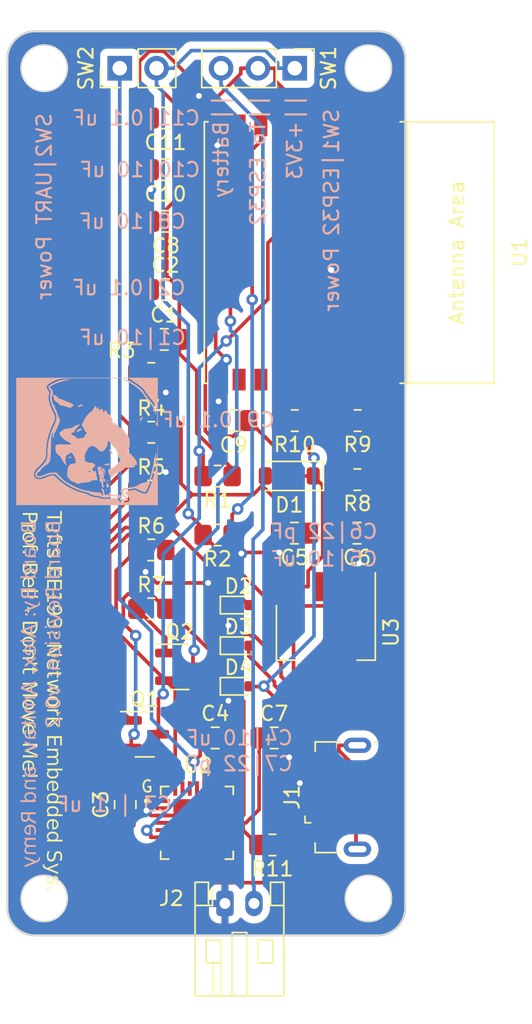
<source format=kicad_pcb>
(kicad_pcb (version 20221018) (generator pcbnew)
  (layers (0 "F.Cu" signal) (31 "B.Cu" signal) (34 "B.Paste" user) (35 "F.Paste" user) (36 "B.SilkS" user "B.Silkscreen") (37 "F.SilkS" user "F.Silkscreen") (38 "B.Mask" user) (39 "F.Mask" user) (44 "Edge.Cuts" user))
  (net 0 "")
  (net 1 "GND")
  (net 2 "+3V3")
  (net 3 "Net-(Q1-C)")
  (net 4 "Net-(D1-A)")
  (net 5 "Net-(U2-GPIO.0{slash}TXT)")
  (net 6 "Net-(U2-GPIO.1{slash}RXT)")
  (net 7 "+5V")
  (net 8 "Net-(D3-A)")
  (net 9 "Net-(D4-A)")
  (net 11 "unconnected-(J1-Shield-Pad6)")
  (net 12 "Net-(Q1-B)")
  (net 13 "Net-(Q1-E)")
  (net 14 "Net-(Q2-B)")
  (net 15 "Net-(Q2-E)")
  (net 16 "Net-(Q2-C)")
  (net 17 "Net-(U1-GPIO8)")
  (net 18 "Net-(U2-~{RST})")
  (net 19 "Net-(U2-~{SUSPEND})")
  (net 20 "Net-(U1-GPIO19{slash}USB_D+)")
  (net 21 "Net-(U1-GPIO18{slash}USB_D-)")
  (net 24 "PowerToESP32")
  (net 25 "Net-(J2-Pin_2)")
  (net 51 "SDA")
  (net 52 "SCL")
  (net 53 "Net-(U2-VDD)")
  (footprint "Capacitor_SMD:C_0805_2012Metric_Pad1.18x1.45mm_HandSolder" (layer "F.Cu") (at 88.8785 57.404 180)
    (fp_text reference "C11")
    (fp_text value "0.1 uF")
  )
  (footprint "Package_TO_SOT_SMD:SOT-23" (layer "F.Cu") (at 89.8375 95.184)
    (fp_text reference "Q2")
    (fp_text value "BC818")
  )
  (footprint "Resistor_SMD:R_0805_2012Metric_Pad1.20x1.40mm_HandSolder" (layer "F.Cu") (at 87.9 79.036)
    (fp_text reference "R4")
    (fp_text value "1k")
  )
  (footprint "Resistor_SMD:R_0805_2012Metric_Pad1.20x1.40mm_HandSolder" (layer "F.Cu") (at 92.472 86.106 180)
    (fp_text reference "R2")
    (fp_text value "10k")
  )
  (footprint "Connector_PinHeader_2.54mm:PinHeader_1x03_P2.54mm_Vertical" (layer "F.Cu") (at 97.79 53.975 -90)
    (fp_text reference "SW1")
    (fp_text value "SW_DPDT_x2")
  )
  (footprint "Connector_JST:JST_PH_S2B-PH-K_1x02_P2.00mm_Horizontal" (layer "F.Cu") (at 92.98 111.469)
    (fp_text reference "J2")
    (fp_text value "Battery_Connector")
  )
  (footprint "Capacitor_SMD:C_0805_2012Metric_Pad1.18x1.45mm_HandSolder" (layer "F.Cu") (at 88.8785 69.215)
    (fp_text reference "C2")
    (fp_text value "0.1 uF")
  )
  (footprint "Capacitor_SMD:C_0805_2012Metric_Pad1.18x1.45mm_HandSolder" (layer "F.Cu") (at 88.7945 72.644)
    (fp_text reference "C1")
    (fp_text value "10 uF")
  )
  (footprint "Diode_SMD:D_SOD-523" (layer "F.Cu") (at 93.918 96.52)
    (fp_text reference "D4")
    (fp_text value "1N914WT")
  )
  (footprint "Resistor_SMD:R_0805_2012Metric_Pad1.20x1.40mm_HandSolder" (layer "F.Cu") (at 102.108 82.296 180)
    (fp_text reference "R8")
    (fp_text value "0")
  )
  (footprint "Package_TO_SOT_SMD:SOT-23" (layer "F.Cu") (at 87.4545 99.822)
    (fp_text reference "Q1")
    (fp_text value "BC818")
  )
  (footprint "Capacitor_SMD:C_0805_2012Metric_Pad1.18x1.45mm_HandSolder" (layer "F.Cu") (at 92.3075 100.076)
    (fp_text reference "C4")
    (fp_text value "10 uF")
  )
  (footprint "Resistor_SMD:R_0805_2012Metric_Pad1.20x1.40mm_HandSolder" (layer "F.Cu") (at 97.79 78.232 180)
    (fp_text reference "R10")
    (fp_text value "0")
  )
  (footprint "Connector_USB:USB_Micro-B_GCT_USB3076-30-A" (layer "F.Cu") (at 100.908 104.159 90)
    (fp_text reference "J1")
    (fp_text value "USB_B_Micro")
  )
  (footprint "Resistor_SMD:R_0805_2012Metric_Pad1.20x1.40mm_HandSolder" (layer "F.Cu") (at 87.9 91.186)
    (fp_text reference "R7")
    (fp_text value "10k")
  )
  (footprint "Package_TO_SOT_SMD:SOT-223-3_TabPin2" (layer "F.Cu") (at 99.935 92.812 -90)
    (fp_text reference "U3")
    (fp_text value "LD1117S33TR_SOT223")
  )
  (footprint "Connector_PinHeader_2.54mm:PinHeader_1x02_P2.54mm_Vertical" (layer "F.Cu") (at 85.725 53.975 90)
    (fp_text reference "SW2")
    (fp_text value "SW_DIP_x01")
  )
  (footprint "Resistor_SMD:R_0805_2012Metric_Pad1.20x1.40mm_HandSolder" (layer "F.Cu") (at 87.9 74.986)
    (fp_text reference "R3")
    (fp_text value "47.5k")
  )
  (footprint "Resistor_SMD:R_0805_2012Metric_Pad1.20x1.40mm_HandSolder" (layer "F.Cu") (at 92.472 82.056 180)
    (fp_text reference "R1")
    (fp_text value "10k")
  )
  (footprint "Capacitor_SMD:C_0805_2012Metric_Pad1.18x1.45mm_HandSolder" (layer "F.Cu") (at 97.7685 85.979 180)
    (fp_text reference "C5")
    (fp_text value "1 uF")
  )
  (footprint "espressif kicad-libraries main footprints-Espressif:ESP32-C3-WROOM-02" (layer "F.Cu") (at 98.555 66.662 -90)
    (fp_text reference "U1")
    (fp_text value "ESP32-C3-WROOM-02")
  )
  (footprint "Resistor_SMD:R_0805_2012Metric_Pad1.20x1.40mm_HandSolder" (layer "F.Cu") (at 87.9 87.136)
    (fp_text reference "R6")
    (fp_text value "10k")
  )
  (footprint "Capacitor_SMD:C_0805_2012Metric_Pad1.18x1.45mm_HandSolder" (layer "F.Cu") (at 102.0865 85.979 180)
    (fp_text reference "C6")
    (fp_text value "22 pF")
  )
  (footprint "Resistor_SMD:R_0805_2012Metric_Pad1.20x1.40mm_HandSolder" (layer "F.Cu") (at 87.9 83.086)
    (fp_text reference "R5")
    (fp_text value "10k")
  )
  (footprint "Resistor_SMD:R_0805_2012Metric_Pad1.20x1.40mm_HandSolder" (layer "F.Cu") (at 102.124 78.232 180)
    (fp_text reference "R9")
    (fp_text value "0")
  )
  (footprint "Diode_SMD:D_SOD-523" (layer "F.Cu") (at 93.918 93.726)
    (fp_text reference "D3")
    (fp_text value "1N914WT")
  )
  (footprint "Capacitor_SMD:C_0805_2012Metric_Pad1.18x1.45mm_HandSolder" (layer "F.Cu") (at 88.8785 60.96 180)
    (fp_text reference "C10")
    (fp_text value "10 uF")
  )
  (footprint "Capacitor_SMD:C_0805_2012Metric_Pad1.18x1.45mm_HandSolder" (layer "F.Cu") (at 96.3715 100.076)
    (fp_text reference "C7")
    (fp_text value "22 pF")
  )
  (footprint "Capacitor_SMD:C_0805_2012Metric_Pad1.18x1.45mm_HandSolder" (layer "F.Cu") (at 88.9 64.516 180)
    (fp_text reference "C8")
    (fp_text value "10 uF")
  )
  (footprint "Diode_SMD:D_SOD-523" (layer "F.Cu") (at 93.918 90.932)
    (fp_text reference "D2")
    (fp_text value "1N914WT")
  )
  (footprint "Capacitor_SMD:C_0805_2012Metric_Pad1.18x1.45mm_HandSolder" (layer "F.Cu") (at 86.106 104.6695 90)
    (fp_text reference "C3")
    (fp_text value "1 uF")
  )
  (footprint "Diode_SMD:D_SOD-123" (layer "F.Cu") (at 97.41 82.042 180)
    (fp_text reference "D1")
    (fp_text value "MBR0540")
  )
  (footprint "Resistor_SMD:R_0805_2012Metric_Pad1.20x1.40mm_HandSolder" (layer "F.Cu") (at 96.25 107.442 180)
    (fp_text reference "R11")
    (fp_text value "0")
  )
  (footprint "Capacitor_SMD:C_0805_2012Metric_Pad1.18x1.45mm_HandSolder" (layer "F.Cu") (at 93.5775 78.232 180)
    (fp_text reference "C9")
    (fp_text value "0.1 uF")
  )
  (footprint "CP2102N_A02_GQFN28:QFN50P500X500X80-29N" (layer "F.Cu") (at 91.0505 105.918)
    (fp_text reference "U2")
    (fp_text value "CP2102N-A02-GQFN28")
  )
  (gr_poly (pts (xy 79.903882 81.924179) (xy 79.904506 81.912204) (xy 79.905619 81.899994) (xy 79.907222 81.887551) (xy 79.909315 81.874876) (xy 79.9119 81.861972) (xy 79.914977 81.84884) (xy 79.916571 81.843669) (xy 79.918921 81.837812) (xy 79.925804 81.824134) (xy 79.93546 81.808004) (xy 79.947725 81.789619) (xy 79.962431 81.769175) (xy 79.979414 81.74687) (xy 79.998508 81.7229) (xy 80.019548 81.697462) (xy 80.042367 81.670753) (xy 80.066801 81.642971) (xy 80.092683 81.614311) (xy 80.119848 81.584972) (xy 80.14813 81.555149) (xy 80.177364 81.52504) (xy 80.207383 81.494842) (xy 80.238024 81.464751) (xy 80.309798 81.394224) (xy 80.374632 81.328462) (xy 80.432843 81.2669) (xy 80.484754 81.208973) (xy 80.530684 81.154116) (xy 80.570954 81.101763) (xy 80.605883 81.051349) (xy 80.635793 81.002308) (xy 80.661004 80.954076) (xy 80.681836 80.906086) (xy 80.69861 80.857774) (xy 80.711645 80.808574) (xy 80.721263 80.75792) (xy 80.727783 80.705248) (xy 80.731526 80.649992) (xy 80.732813 80.591587) (xy 80.734689 80.452413) (xy 80.739601 80.316977) (xy 80.74763 80.184907) (xy 80.75886 80.05583) (xy 80.773373 79.92937) (xy 80.791252 79.805156) (xy 80.81258 79.682813) (xy 80.837439 79.561968) (xy 80.865913 79.442249) (xy 80.898084 79.32328) (xy 80.934035 79.204689) (xy 80.973849 79.086103) (xy 81.017609 78.967147) (xy 81.065397 78.847449) (xy 81.117296 78.726636) (xy 81.173389 78.604332) (xy 81.217926 78.508647) (xy 81.256391 78.421913) (xy 81.288735 78.342752) (xy 81.31491 78.269786) (xy 81.334866 78.20164) (xy 81.342497 78.168944) (xy 81.348555 78.136935) (xy 81.353035 78.105443) (xy 81.355929 78.074295) (xy 81.357233 78.043319) (xy 81.35694 78.012342) (xy 81.355043 77.981193) (xy 81.351538 77.9497) (xy 81.346417 77.917689) (xy 81.339675 77.88499) (xy 81.331306 77.851429) (xy 81.321303 77.816836) (xy 81.296373 77.74386) (xy 81.264836 77.664686) (xy 81.226644 77.577936) (xy 81.181749 77.482233) (xy 81.130102 77.376199) (xy 81.092582 77.298509) (xy 81.059034 77.225499) (xy 81.029359 77.156616) (xy 81.003456 77.091309) (xy 80.981225 77.029025) (xy 80.962567 76.969212) (xy 80.94738 76.911319) (xy 80.935565 76.854792) (xy 80.927022 76.799079) (xy 80.92165 76.743629) (xy 80.919349 76.687889) (xy 80.92002 76.631307) (xy 80.923561 76.57333) (xy 80.929873 76.513407) (xy 80.938856 76.450986) (xy 80.95041 76.385514) (xy 80.954213 76.364019) (xy 80.957123 76.343843) (xy 80.95909 76.32479) (xy 80.960066 76.306668) (xy 80.960003 76.289284) (xy 80.958853 76.272445) (xy 80.956568 76.255956) (xy 80.953098 76.239625) (xy 80.948396 76.223259) (xy 80.942413 76.206665) (xy 80.935102 76.189649) (xy 80.926414 76.172017) (xy 80.9163 76.153578) (xy 80.904712 76.134136) (xy 80.891603 76.1135) (xy 80.876923 76.091476) (xy 80.854245 76.056855) (xy 80.84439 76.040657) (xy 80.835561 76.025137) (xy 80.827787 76.010245) (xy 80.821093 75.995933) (xy 80.815509 75.982151) (xy 80.811062 75.968851) (xy 80.807779 75.955984) (xy 80.805689 75.943501) (xy 80.804818 75.931353) (xy 80.805195 75.919492) (xy 80.806848 75.907868) (xy 80.809803 75.896433) (xy 80.814089 75.885138) (xy 80.819733 75.873934) (xy 80.826764 75.862773) (xy 80.835208 75.851604) (xy 80.845093 75.840381) (xy 80.856448 75.829053) (xy 80.869299 75.817571) (xy 80.883674 75.805888) (xy 80.899602 75.793954) (xy 80.917109 75.781721) (xy 80.936224 75.769139) (xy 80.956974 75.756159) (xy 81.00349 75.728813) (xy 81.056878 75.699291) (xy 81.11736 75.667203) (xy 81.184672 75.632863) (xy 81.250305 75.6011) (xy 81.31441 75.571874) (xy 81.377143 75.545142) (xy 81.438657 75.520862) (xy 81.499105 75.498992) (xy 81.558641 75.479489) (xy 81.617419 75.462312) (xy 81.675592 75.447419) (xy 81.733314 75.434767) (xy 81.790739 75.424314) (xy 81.84802 75.416018) (xy 81.905311 75.409837) (xy 81.962766 75.405729) (xy 82.020538 75.403651) (xy 82.078781 75.403562) (xy 82.339469 75.407531) (xy 82.001096 75.479719) (xy 81.858658 75.512087) (xy 81.725302 75.546559) (xy 81.600196 75.583434) (xy 81.482509 75.62301) (xy 81.371408 75.665587) (xy 81.266063 75.711462) (xy 81.165642 75.760934) (xy 81.069314 75.814303) (xy 80.89016 75.919294) (xy 81.014876 76.074486) (xy 81.03263 76.096944) (xy 81.048585 76.117952) (xy 81.062798 76.13767) (xy 81.07533 76.156256) (xy 81.086237 76.173868) (xy 81.095579 76.190667) (xy 81.103413 76.206811) (xy 81.109799 76.22246) (xy 81.114795 76.237771) (xy 81.118459 76.252905) (xy 81.12085 76.26802) (xy 81.122026 76.283275) (xy 81.122046 76.298829) (xy 81.120968 76.314841) (xy 81.118851 76.331471) (xy 81.115752 76.348877) (xy 81.113632 76.360506) (xy 81.111978 76.371815) (xy 81.110775 76.382786) (xy 81.110013 76.393403) (xy 81.109678 76.40365) (xy 81.109758 76.41351) (xy 81.110239 76.422965) (xy 81.11111 76.432001) (xy 81.112357 76.4406) (xy 81.113968 76.448745) (xy 81.115929 76.45642) (xy 81.11823 76.463609) (xy 81.120856 76.470294) (xy 81.123795 76.476459) (xy 81.127034 76.482088) (xy 81.130561 76.487164) (xy 81.134363 76.491671) (xy 81.138428 76.495591) (xy 81.142742 76.498909) (xy 81.147292 76.501607) (xy 81.152068 76.503669) (xy 81.157054 76.505079) (xy 81.16224 76.50582) (xy 81.167611 76.505875) (xy 81.173156 76.505227) (xy 81.178862 76.503861) (xy 81.184716 76.501759) (xy 81.190706 76.498906) (xy 81.196818 76.495283) (xy 81.20304 76.490876) (xy 81.20936 76.485667) (xy 81.215764 76.479639) (xy 81.218406 76.477288) (xy 81.221253 76.475315) (xy 81.224306 76.47372) (xy 81.227566 76.472503) (xy 81.231033 76.471666) (xy 81.234709 76.471209) (xy 81.238593 76.471132) (xy 81.242688 76.471436) (xy 81.246994 76.47212) (xy 81.251511 76.473187) (xy 81.25624 76.474636) (xy 81.261183 76.476467) (xy 81.26634 76.478682) (xy 81.271712 76.48128) (xy 81.2773 76.484262) (xy 81.283105 76.48763) (xy 81.289126 76.491382) (xy 81.295366 76.49552) (xy 81.301825 76.500044) (xy 81.308504 76.504955) (xy 81.322525 76.515938) (xy 81.337435 76.528474) (xy 81.353241 76.542566) (xy 81.369949 76.558219) (xy 81.387567 76.575436) (xy 81.4061 76.594222) (xy 81.421817 76.609985) (xy 81.437915 76.625307) (xy 81.454276 76.640107) (xy 81.470782 76.654306) (xy 81.487314 76.667826) (xy 81.503754 76.680586) (xy 81.519983 76.692507) (xy 81.535883 76.70351) (xy 81.551336 76.713516) (xy 81.566223 76.722445) (xy 81.580425 76.730218) (xy 81.593826 76.736756) (xy 81.606305 76.741979) (xy 81.617745 76.745808) (xy 81.628027 76.748164) (xy 81.637032 76.748966) (xy 81.646254 76.749457) (xy 81.657169 76.750897) (xy 81.669638 76.753238) (xy 81.683522 76.756432) (xy 81.698679 76.760429) (xy 81.714972 76.765181) (xy 81.73226 76.77064) (xy 81.750402 76.776758) (xy 81.788695 76.790774) (xy 81.828732 76.806841) (xy 81.869395 76.824571) (xy 81.889613 76.833938) (xy 81.909567 76.843576) (xy 81.951331 76.863653) (xy 81.996557 76.884455) (xy 82.043806 76.905378) (xy 82.091642 76.925819) (xy 82.138626 76.945175) (xy 82.183322 76.962842) (xy 82.22429 76.978216) (xy 82.260094 76.990695) (xy 82.299476 77.004298) (xy 82.335876 77.018053) (xy 82.369261 77.031932) (xy 82.399597 77.045907) (xy 82.426851 77.059949) (xy 82.450991 77.074029) (xy 82.471982 77.088117) (xy 82.489791 77.102186) (xy 82.504386 77.116207) (xy 82.515733 77.13015) (xy 82.520178 77.137084) (xy 82.523798 77.143987) (xy 82.52659 77.150857) (xy 82.52855 77.157689) (xy 82.529672 77.164481) (xy 82.529953 77.171228) (xy 82.529389 77.177927) (xy 82.527976 77.184574) (xy 82.525709 77.191166) (xy 82.522585 77.197699) (xy 82.518598 77.204169) (xy 82.513746 77.210574) (xy 82.499887 77.225587) (xy 82.483398 77.240611) (xy 82.464703 77.255453) (xy 82.444227 77.269924) (xy 82.422392 77.283834) (xy 82.399623 77.296992) (xy 82.376343 77.309208) (xy 82.352976 77.320291) (xy 82.329946 77.330051) (xy 82.307676 77.338298) (xy 82.28659 77.344842) (xy 82.267112 77.349491) (xy 82.249665 77.352057) (xy 82.241836 77.352498) (xy 82.234673 77.352347) (xy 82.228231 77.35158) (xy 82.222561 77.350173) (xy 82.217716 77.348102) (xy 82.21375 77.345344) (xy 82.198707 77.334736) (xy 82.176731 77.323034) (xy 82.148821 77.310517) (xy 82.115977 77.297466) (xy 82.079198 77.284162) (xy 82.039483 77.270885) (xy 81.955243 77.245534) (xy 81.871252 77.223658) (xy 81.831848 77.214724) (xy 81.795504 77.207501) (xy 81.76322 77.202268) (xy 81.735994 77.199307) (xy 81.714826 77.198898) (xy 81.706826 77.199738) (xy 81.700715 77.201321) (xy 81.697901 77.202287) (xy 81.694992 77.203065) (xy 81.691993 77.203658) (xy 81.688912 77.204069) (xy 81.685756 77.204301) (xy 81.682531 77.204358) (xy 81.679244 77.204241) (xy 81.675901 77.203955) (xy 81.672509 77.203503) (xy 81.669076 77.202887) (xy 81.662109 77.201175) (xy 81.655054 77.198846) (xy 81.647964 77.195922) (xy 81.640893 77.192429) (xy 81.633895 77.18839) (xy 81.627022 77.183829) (xy 81.620328 77.178772) (xy 81.613867 77.173241) (xy 81.607692 77.167262) (xy 81.601856 77.160859) (xy 81.596414 77.154055) (xy 81.590275 77.146425) (xy 81.582396 77.137594) (xy 81.572899 77.12767) (xy 81.561907 77.116759) (xy 81.549542 77.104966) (xy 81.535925 77.092397) (xy 81.505429 77.065356) (xy 81.471396 77.036484) (xy 81.434806 77.006628) (xy 81.396637 76.976637) (xy 81.357867 76.947358) (xy 81.338767 76.932904) (xy 81.320273 76.918249) (xy 81.302478 76.903495) (xy 81.285475 76.888744) (xy 81.269357 76.874097) (xy 81.254215 76.859656) (xy 81.240144 76.845524) (xy 81.227235 76.831801) (xy 81.215582 76.818589) (xy 81.205278 76.80599) (xy 81.196414 76.794106) (xy 81.189084 76.783038) (xy 81.183381 76.772889) (xy 81.179396 76.763759) (xy 81.178078 76.759609) (xy 81.177224 76.755751) (xy 81.176847 76.7522) (xy 81.176957 76.748966) (xy 81.178292 76.729671) (xy 81.17799 76.70968) (xy 81.176184 76.689288) (xy 81.173005 76.668793) (xy 81.168586 76.648492) (xy 81.16306 76.628681) (xy 81.156559 76.609657) (xy 81.149215 76.591716) (xy 81.141161 76.575156) (xy 81.132529 76.560273) (xy 81.123453 76.547364) (xy 81.114063 76.536725) (xy 81.109292 76.53235) (xy 81.104492 76.528653) (xy 81.099681 76.525673) (xy 81.094874 76.523446) (xy 81.090088 76.522008) (xy 81.08534 76.521399) (xy 81.080646 76.521653) (xy 81.076023 76.522809) (xy 81.06661 76.528058) (xy 81.058537 76.536523) (xy 81.051759 76.547981) (xy 81.046229 76.562211) (xy 81.041903 76.578991) (xy 81.038734 76.598099) (xy 81.035684 76.642413) (xy 81.036714 76.693378) (xy 81.041458 76.74922) (xy 81.049551 76.808166) (xy 81.060626 76.868439) (xy 81.074318 76.928267) (xy 81.09026 76.985874) (xy 81.108087 77.039486) (xy 81.127433 77.08733) (xy 81.147931 77.127631) (xy 81.158499 77.144398) (xy 81.169217 77.158613) (xy 81.180041 77.170056) (xy 81.190924 77.178504) (xy 81.201821 77.183736) (xy 81.212686 77.185529) (xy 81.214095 77.185609) (xy 81.215547 77.185848) (xy 81.217039 77.186242) (xy 81.218569 77.186786) (xy 81.220132 77.187477) (xy 81.221725 77.18831) (xy 81.223345 77.189282) (xy 81.224989 77.190389) (xy 81.226654 77.191626) (xy 81.228337 77.192991) (xy 81.230033 77.194478) (xy 81.231741 77.196085) (xy 81.235176 77.199639) (xy 81.238616 77.203622) (xy 81.242035 77.208001) (xy 81.245407 77.212746) (xy 81.248706 77.217825) (xy 81.251907 77.223206) (xy 81.254983 77.228858) (xy 81.257909 77.234749) (xy 81.260658 77.240847) (xy 81.263206 77.247121) (xy 81.265881 77.254462) (xy 81.268003 77.261094) (xy 81.269571 77.267017) (xy 81.270584 77.272231) (xy 81.270883 77.274572) (xy 81.271044 77.276736) (xy 81.271066 77.278722) (xy 81.270949 77.280532) (xy 81.270694 77.282164) (xy 81.270301 77.283618) (xy 81.269769 77.284896) (xy 81.269099 77.285996) (xy 81.26829 77.286919) (xy 81.267342 77.287665) (xy 81.266256 77.288233) (xy 81.265032 77.288624) (xy 81.263669 77.288837) (xy 81.262168 77.288874) (xy 81.260529 77.288733) (xy 81.258751 77.288414) (xy 81.256834 77.287919) (xy 81.254779 77.287245) (xy 81.252586 77.286395) (xy 81.250254 77.285367) (xy 81.245175 77.282779) (xy 81.239543 77.279482) (xy 81.237256 77.278218) (xy 81.23527 77.277434) (xy 81.233581 77.27712) (xy 81.232185 77.277268) (xy 81.23108 77.277866) (xy 81.23026 77.278906) (xy 81.229723 77.280378) (xy 81.229465 77.282272) (xy 81.229482 77.284579) (xy 81.22977 77.28729) (xy 81.230326 77.290393) (xy 81.231145 77.293881) (xy 81.232225 77.297743) (xy 81.233561 77.30197) (xy 81.236989 77.311479) (xy 81.241398 77.322331) (xy 81.24676 77.33445) (xy 81.253044 77.347759) (xy 81.260221 77.36218) (xy 81.268261 77.377638) (xy 81.277135 77.394054) (xy 81.286814 77.411352) (xy 81.297267 77.429456) (xy 81.308215 77.448724) (xy 81.319348 77.469439) (xy 81.341853 77.514443) (xy 81.364153 77.562931) (xy 81.385618 77.613368) (xy 81.40562 77.664219) (xy 81.42353 77.713947) (xy 81.438719 77.761016) (xy 81.445097 77.783074) (xy 81.450559 77.803891) (xy 81.455753 77.823944) (xy 81.461342 77.843757) (xy 81.467276 77.863215) (xy 81.473501 77.8822) (xy 81.486619 77.91829) (xy 81.493408 77.935162) (xy 81.500281 77.951096) (xy 81.507186 77.965977) (xy 81.514071 77.979687) (xy 81.520883 77.992111) (xy 81.527571 78.003132) (xy 81.534083 78.012634) (xy 81.540366 78.0205) (xy 81.546369 78.026614) (xy 81.55204 78.03086) (xy 81.558868 78.035521) (xy 81.565198 78.041044) (xy 81.571033 78.0474) (xy 81.576373 78.054562) (xy 81.58122 78.062501) (xy 81.585576 78.071189) (xy 81.589442 78.080597) (xy 81.592818 78.090698) (xy 81.595707 78.101464) (xy 81.598111 78.112866) (xy 81.600029 78.124876) (xy 81.601464 78.137466) (xy 81.602417 78.150607) (xy 81.602889 78.164272) (xy 81.602397 78.19306) (xy 81.6 78.223603) (xy 81.595707 78.255677) (xy 81.58953 78.289055) (xy 81.58148 78.323513) (xy 81.571568 78.358824) (xy 81.559804 78.394764) (xy 81.546201 78.431107) (xy 81.530768 78.467628) (xy 81.452967 78.64308) (xy 81.370503 78.83111) (xy 81.351961 78.872127) (xy 81.332131 78.913191) (xy 81.311629 78.953201) (xy 81.291068 78.99106) (xy 81.271066 79.025668) (xy 81.252235 79.055926) (xy 81.235192 79.080737) (xy 81.227533 79.090756) (xy 81.220552 79.099) (xy 81.214234 79.106223) (xy 81.208522 79.113243) (xy 81.203427 79.120025) (xy 81.198961 79.126531) (xy 81.195135 79.132725) (xy 81.19196 79.138572) (xy 81.189447 79.144034) (xy 81.187608 79.149076) (xy 81.186454 79.153661) (xy 81.186138 79.15577) (xy 81.185997 79.157752) (xy 81.186033 79.159601) (xy 81.186247 79.161314) (xy 81.186641 79.162884) (xy 81.187216 79.164309) (xy 81.187974 79.165583) (xy 81.188916 79.166702) (xy 81.190043 79.167662) (xy 81.191357 79.168457) (xy 81.192859 79.169083) (xy 81.194551 79.169536) (xy 81.196434 79.169811) (xy 81.198509 79.169904) (xy 81.201172 79.170032) (xy 81.203659 79.170419) (xy 81.20597 79.171065) (xy 81.208107 79.171975) (xy 81.210067 79.17315) (xy 81.211852 79.174592) (xy 81.213461 79.176304) (xy 81.214895 79.178288) (xy 81.216152 79.180547) (xy 81.217234 79.183083) (xy 81.21814 79.185898) (xy 81.218871 79.188994) (xy 81.219425 79.192375) (xy 81.219804 79.196042) (xy 81.220007 79.199997) (xy 81.220033 79.204244) (xy 81.219884 79.208784) (xy 81.219559 79.21362) (xy 81.219057 79.218753) (xy 81.21838 79.224188) (xy 81.217526 79.229925) (xy 81.216497 79.235967) (xy 81.215291 79.242317) (xy 81.213909 79.248976) (xy 81.21235 79.255948) (xy 81.210616 79.263234) (xy 81.208705 79.270838) (xy 81.206617 79.27876) (xy 81.201913 79.295573) (xy 81.196504 79.31369) (xy 81.182713 79.357573) (xy 81.176801 79.375173) (xy 81.171421 79.389968) (xy 81.166481 79.402026) (xy 81.161889 79.411414) (xy 81.159694 79.415127) (xy 81.157552 79.418198) (xy 81.15545 79.420635) (xy 81.153378 79.422447) (xy 81.151323 79.423642) (xy 81.151141 79.423694) (xy 81.151141 79.30462) (xy 81.155561 79.304477) (xy 81.157558 79.304195) (xy 81.159408 79.303773) (xy 81.161105 79.303208) (xy 81.162644 79.302502) (xy 81.16402 79.301652) (xy 81.165229 79.300658) (xy 81.166265 79.299521) (xy 81.167124 79.298238) (xy 81.167801 79.29681) (xy 81.16829 79.295235) (xy 81.168587 79.293514) (xy 81.168687 79.291645) (xy 81.168509 79.287696) (xy 81.167986 79.283642) (xy 81.167136 79.279512) (xy 81.165976 79.275338) (xy 81.164524 79.271148) (xy 81.162798 79.266974) (xy 81.160815 79.262846) (xy 81.158593 79.258793) (xy 81.156149 79.254847) (xy 81.153502 79.251036) (xy 81.150668 79.247392) (xy 81.147666 79.243944) (xy 81.144512 79.240724) (xy 81.141226 79.23776) (xy 81.137823 79.235083) (xy 81.134322 79.232724) (xy 81.13258 79.231491) (xy 81.130898 79.229989) (xy 81.129277 79.228226) (xy 81.127719 79.226211) (xy 81.126225 79.223951) (xy 81.124796 79.221456) (xy 81.123434 79.218733) (xy 81.122139 79.215791) (xy 81.119758 79.209284) (xy 81.117663 79.202003) (xy 81.115864 79.194015) (xy 81.114371 79.185386) (xy 81.113195 79.176185) (xy 81.112345 79.166478) (xy 81.111831 79.156334) (xy 81.111663 79.145819) (xy 81.111853 79.135) (xy 81.112409 79.123946) (xy 81.113341 79.112722) (xy 81.114661 79.101398) (xy 81.116027 79.090492) (xy 81.117097 79.080499) (xy 81.117875 79.071443) (xy 81.118367 79.06335) (xy 81.118579 79.056247) (xy 81.118516 79.05016) (xy 81.118184 79.045114) (xy 81.117588 79.041135) (xy 81.116733 79.03825) (xy 81.116211 79.037225) (xy 81.115625 79.036484) (xy 81.114979 79.036029) (xy 81.114271 79.035863) (xy 81.113502 79.03599) (xy 81.112674 79.036413) (xy 81.111786 79.037135) (xy 81.11084 79.038159) (xy 81.108776 79.041129) (xy 81.106486 79.045348) (xy 81.103976 79.050841) (xy 81.091629 79.07882) (xy 81.076779 79.110993) (xy 81.061295 79.143384) (xy 81.047045 79.172017) (xy 81.045148 79.175911) (xy 81.043461 79.179769) (xy 81.041986 79.18359) (xy 81.040722 79.187376) (xy 81.039669 79.191127) (xy 81.038828 79.194843) (xy 81.038198 79.198526) (xy 81.037781 79.202176) (xy 81.037577 79.205794) (xy 81.037585 79.20938) (xy 81.037806 79.212934) (xy 81.03824 79.216458) (xy 81.038887 79.219953) (xy 81.039749 79.223417) (xy 81.040824 79.226854) (xy 81.042114 79.230262) (xy 81.043618 79.233643) (xy 81.045337 79.236997) (xy 81.047271 79.240325) (xy 81.04942 79.243627) (xy 81.051785 79.246904) (xy 81.054365 79.250158) (xy 81.057162 79.253387) (xy 81.060174 79.256594) (xy 81.063404 79.259778) (xy 81.06685 79.26294) (xy 81.070513 79.266082) (xy 81.074394 79.269203) (xy 81.082808 79.275385) (xy 81.092095 79.281493) (xy 81.099898 79.28617) (xy 81.107481 79.290333) (xy 81.114806 79.293975) (xy 81.121835 79.297093) (xy 81.128526 79.29968) (xy 81.134842 79.301731) (xy 81.140742 79.303242) (xy 81.146188 79.304206) (xy 81.151141 79.30462) (xy 81.151141 79.423694) (xy 81.149275 79.424227) (xy 81.147221 79.424213) (xy 81.14515 79.423607) (xy 81.143051 79.422417) (xy 81.140911 79.420652) (xy 81.138721 79.41832) (xy 81.136467 79.41543) (xy 81.131723 79.408009) (xy 81.126589 79.398456) (xy 81.120971 79.386838) (xy 81.114779 79.373222) (xy 81.11179 79.366819) (xy 81.108611 79.360564) (xy 81.101751 79.348546) (xy 81.09433 79.337259) (xy 81.086483 79.326796) (xy 81.078341 79.317248) (xy 81.070038 79.308706) (xy 81.061706 79.301264) (xy 81.053478 79.295012) (xy 81.049445 79.292362) (xy 81.045487 79.290043) (xy 81.041622 79.288068) (xy 81.037866 79.286449) (xy 81.034235 79.285195) (xy 81.030746 79.28432) (xy 81.027417 79.283835) (xy 81.024262 79.28375) (xy 81.0213 79.284078) (xy 81.018546 79.28483) (xy 81.016017 79.286017) (xy 81.013731 79.287652) (xy 81.011702 79.289744) (xy 81.009949 79.292307) (xy 81.008487 79.295351) (xy 81.007333 79.298888) (xy 81.004667 79.366938) (xy 80.999332 79.544889) (xy 80.983754 80.122404) (xy 80.97451 80.427296) (xy 80.962382 80.664872) (xy 80.954282 80.76184) (xy 80.944314 80.846086) (xy 80.932097 80.91898) (xy 80.917249 80.981892) (xy 80.899387 81.036191) (xy 80.878129 81.083246) (xy 80.853093 81.124426) (xy 80.823897 81.1611) (xy 80.790158 81.194639) (xy 80.751496 81.226411) (xy 80.707526 81.257786) (xy 80.657869 81.290132) (xy 80.621653 81.313809) (xy 80.585334 81.339008) (xy 80.549302 81.365361) (xy 80.513943 81.392499) (xy 80.479648 81.420054) (xy 80.446805 81.447656) (xy 80.415802 81.474936) (xy 80.387028 81.501527) (xy 80.360873 81.527058) (xy 80.337723 81.551162) (xy 80.317969 81.573469) (xy 80.301998 81.593611) (xy 80.2902 81.611219) (xy 80.282962 81.625924) (xy 80.281176 81.632073) (xy 80.280675 81.637358) (xy 80.281509 81.641732) (xy 80.283726 81.645151) (xy 80.284947 81.646435) (xy 80.286027 81.647704) (xy 80.286967 81.648955) (xy 80.287768 81.650186) (xy 80.288433 81.651396) (xy 80.288962 81.652583) (xy 80.289357 81.653746) (xy 80.28962 81.654883) (xy 80.289752 81.655993) (xy 80.289755 81.657073) (xy 80.28963 81.658123) (xy 80.289378 81.65914) (xy 80.289002 81.660123) (xy 80.288502 81.661071) (xy 80.287881 81.661981) (xy 80.287139 81.662853) (xy 80.286279 81.663685) (xy 80.285301 81.664474) (xy 80.284208 81.66522) (xy 80.283 81.66592) (xy 80.28168 81.666574) (xy 80.280248 81.667179) (xy 80.278707 81.667735) (xy 80.277057 81.668238) (xy 80.275301 81.668689) (xy 80.27344 81.669084) (xy 80.271474 81.669423) (xy 80.269407 81.669705) (xy 80.267239 81.669926) (xy 80.264973 81.670086) (xy 80.262608 81.670183) (xy 80.260147 81.670216) (xy 80.257683 81.670263) (xy 80.255306 81.6704) (xy 80.253019 81.670627) (xy 80.250824 81.670941) (xy 80.248722 81.67134) (xy 80.246715 81.67182) (xy 80.244804 81.672381) (xy 80.242992 81.67302) (xy 80.24128 81.673734) (xy 80.23967 81.674521) (xy 80.238163 81.675379) (xy 80.236762 81.676305) (xy 80.235467 81.677298) (xy 80.234282 81.678355) (xy 80.233206 81.679474) (xy 80.232242 81.680653) (xy 80.231393 81.681888) (xy 80.230658 81.683179) (xy 80.230041 81.684522) (xy 80.229543 81.685916) (xy 80.229166 81.687358) (xy 80.22891 81.688846) (xy 80.228779 81.690377) (xy 80.228773 81.69195) (xy 80.228895 81.693561) (xy 80.229146 81.69521) (xy 80.229528 81.696893) (xy 80.230043 81.698608) (xy 80.230692 81.700353) (xy 80.231476 81.702126) (xy 80.232399 81.703924) (xy 80.233461 81.705745) (xy 80.234506 81.707597) (xy 80.235379 81.709486) (xy 80.236083 81.711409) (xy 80.236619 81.713363) (xy 80.236991 81.715342) (xy 80.237201 81.717343) (xy 80.237251 81.719363) (xy 80.237145 81.721398) (xy 80.236884 81.723444) (xy 80.236471 81.725497) (xy 80.235908 81.727554) (xy 80.235199 81.72961) (xy 80.234345 81.731662) (xy 80.23335 81.733705) (xy 80.232215 81.735738) (xy 80.230943 81.737754) (xy 80.229537 81.739752) (xy 80.227999 81.741726) (xy 80.226333 81.743674) (xy 80.224539 81.74559) (xy 80.222621 81.747473) (xy 80.220582 81.749317) (xy 80.218424 81.751119) (xy 80.216149 81.752875) (xy 80.213759 81.754582) (xy 80.211259 81.756235) (xy 80.208649 81.757831) (xy 80.205933 81.759366) (xy 80.203113 81.760837) (xy 80.200192 81.762239) (xy 80.197171 81.763568) (xy 80.194054 81.764822) (xy 80.186798 81.767449) (xy 80.180203 81.769509) (xy 80.174271 81.771003) (xy 80.171555 81.771537) (xy 80.169004 81.77193) (xy 80.16662 81.772182) (xy 80.164403 81.772292) (xy 80.162352 81.772262) (xy 80.160468 81.77209) (xy 80.158751 81.771778) (xy 80.157201 81.771325) (xy 80.155818 81.770731) (xy 80.154603 81.769997) (xy 80.153555 81.769122) (xy 80.152675 81.768107) (xy 80.151963 81.766952) (xy 80.151418 81.765656) (xy 80.151042 81.764221) (xy 80.150834 81.762645) (xy 80.150795 81.76093) (xy 80.150923 81.759075) (xy 80.151221 81.75708) (xy 80.151687 81.754945) (xy 80.152323 81.752672) (xy 80.153127 81.750258) (xy 80.155244 81.745015) (xy 80.158039 81.739215) (xy 80.159231 81.736825) (xy 80.160196 81.734722) (xy 80.160937 81.732903) (xy 80.161459 81.731366) (xy 80.161764 81.730105) (xy 80.161856 81.729119) (xy 80.161823 81.728728) (xy 80.161739 81.728405) (xy 80.161603 81.728148) (xy 80.161416 81.727958) (xy 80.161179 81.727834) (xy 80.160892 81.727776) (xy 80.160555 81.727783) (xy 80.160169 81.727855) (xy 80.159252 81.728193) (xy 80.158143 81.728786) (xy 80.156848 81.729631) (xy 80.155368 81.730724) (xy 80.153709 81.732063) (xy 80.151873 81.733645) (xy 80.149864 81.735465) (xy 80.147686 81.737521) (xy 80.142836 81.742329) (xy 80.137353 81.748041) (xy 80.131266 81.754632) (xy 80.124603 81.762078) (xy 80.117393 81.770351) (xy 80.109666 81.779426) (xy 80.101451 81.789279) (xy 80.082104 81.813908) (xy 80.065452 81.837641) (xy 80.051494 81.860434) (xy 80.045524 81.871463) (xy 80.040226 81.88224) (xy 80.035601 81.892758) (xy 80.031648 81.903012) (xy 80.028366 81.912996) (xy 80.025756 81.922704) (xy 80.023817 81.932131) (xy 80.022548 81.94127) (xy 80.02195 81.950116) (xy 80.022023 81.958664) (xy 80.022765 81.966907) (xy 80.024177 81.97484) (xy 80.026258 81.982456) (xy 80.029009 81.989751) (xy 80.032428 81.996718) (xy 80.036516 82.003351) (xy 80.041272 82.009646) (xy 80.046697 82.015595) (xy 80.052788 82.021193) (xy 80.059548 82.026435) (xy 80.066974 82.031315) (xy 80.075068 82.035826) (xy 80.083828 82.039963) (xy 80.093254 82.043721) (xy 80.103346 82.047094) (xy 80.114104 82.050075) (xy 80.134559 82.054643) (xy 80.154838 82.057929) (xy 80.175251 82.059853) (xy 80.196106 82.060332) (xy 80.217712 82.059287) (xy 80.240377 82.056634) (xy 80.264411 82.052293) (xy 80.290122 82.046183) (xy 80.317818 82.038223) (xy 80.347809 82.02833) (xy 80.380402 82.016424) (xy 80.415908 82.002423) (xy 80.454633 81.986247) (xy 80.496888 81.967812) (xy 80.54298 81.94704) (xy 80.593219 81.923847) (xy 80.617078 81.913202) (xy 80.642068 81.902969) (xy 80.668101 81.893167) (xy 80.695094 81.883817) (xy 80.72296 81.874938) (xy 80.751615 81.866551) (xy 80.780973 81.858675) (xy 80.810948 81.851331) (xy 80.841456 81.844538) (xy 80.872412 81.838315) (xy 80.903729 81.832685) (xy 80.935322 81.827665) (xy 80.967107 81.823276) (xy 80.998998 81.819538) (xy 81.03091 81.816471) (xy 81.062757 81.814095) (xy 81.333857 81.796832) (xy 81.658141 82.121116) (xy 81.757474 82.218679) (xy 81.802656 82.261291) (xy 81.845895 82.300518) (xy 81.887972 82.336903) (xy 81.929672 82.370993) (xy 81.971778 82.403331) (xy 82.015074 82.434464) (xy 82.060343 82.464935) (xy 82.108369 82.495291) (xy 82.159935 82.526076) (xy 82.215825 82.557835) (xy 82.276821 82.591112) (xy 82.343709 82.626454) (xy 82.498291 82.70551) (xy 82.622476 82.766819) (xy 82.739114 82.821717) (xy 82.848056 82.870144) (xy 82.949154 82.912043) (xy 83.042258 82.947354) (xy 83.12722 82.976017) (xy 83.203892 82.997974) (xy 83.272125 83.013166) (xy 83.392645 83.036294) (xy 83.530094 83.06412) (xy 83.667543 83.093142) (xy 83.788062 83.11986) (xy 83.84375 83.131734) (xy 83.903179 83.142799) (xy 83.964513 83.152813) (xy 84.025918 83.161535) (xy 84.085557 83.168723) (xy 84.141595 83.174137) (xy 84.192197 83.177534) (xy 84.235529 83.178674) (xy 84.264444 83.178793) (xy 84.290506 83.179307) (xy 84.3139 83.180293) (xy 84.334813 83.181827) (xy 84.353432 83.183987) (xy 84.369944 83.186849) (xy 84.384536 83.19049) (xy 84.397393 83.194986) (xy 84.408703 83.200414) (xy 84.413837 83.203501) (xy 84.418653 83.20685) (xy 84.427429 83.214372) (xy 84.435218 83.223056) (xy 84.442206 83.232979) (xy 84.44858 83.244217) (xy 84.454528 83.256847) (xy 84.460235 83.270945) (xy 84.464145 83.280379) (xy 84.468581 83.289547) (xy 84.473492 83.298404) (xy 84.478829 83.306902) (xy 84.484541 83.314992) (xy 84.490579 83.322628) (xy 84.496892 83.329762) (xy 84.50343 83.336347) (xy 84.510144 83.342335) (xy 84.516982 83.347678) (xy 84.523896 83.35233) (xy 84.530835 83.356242) (xy 84.537749 83.359368) (xy 84.541181 83.360621) (xy 84.544588 83.361659) (xy 84.547964 83.362477) (xy 84.551302 83.363069) (xy 84.554597 83.363428) (xy 84.557841 83.363549) (xy 84.566065 83.363393) (xy 84.573327 83.362912) (xy 84.576599 83.362545) (xy 84.579633 83.36209) (xy 84.58243 83.361546) (xy 84.584991 83.360909) (xy 84.587316 83.360178) (xy 84.589407 83.359351) (xy 84.591264 83.358425) (xy 84.592888 83.357399) (xy 84.59428 83.35627) (xy 84.59544 83.355036) (xy 84.596371 83.353694) (xy 84.597072 83.352243) (xy 84.597544 83.350681) (xy 84.597788 83.349005) (xy 84.597806 83.347213) (xy 84.597597 83.345302) (xy 84.597163 83.343272) (xy 84.596505 83.341119) (xy 84.595623 83.338841) (xy 84.594518 83.336436) (xy 84.593192 83.333903) (xy 84.591644 83.331238) (xy 84.589877 83.32844) (xy 84.58789 83.325506) (xy 84.583261 83.319223) (xy 84.577765 83.312371) (xy 84.573545 83.306986) (xy 84.569651 83.301415) (xy 84.566095 83.295701) (xy 84.562888 83.289887) (xy 84.560042 83.284017) (xy 84.557567 83.278134) (xy 84.555476 83.27228) (xy 84.553779 83.2665) (xy 84.552487 83.260837) (xy 84.551613 83.255333) (xy 84.551167 83.250032) (xy 84.55116 83.244977) (xy 84.551604 83.240212) (xy 84.551999 83.237951) (xy 84.55251 83.235778) (xy 84.55314 83.2337) (xy 84.55389 83.231721) (xy 84.554761 83.229847) (xy 84.555754 83.228083) (xy 84.556722 83.226218) (xy 84.557516 83.224043) (xy 84.558139 83.22157) (xy 84.558595 83.218809) (xy 84.559012 83.212463) (xy 84.558789 83.205088) (xy 84.557948 83.196766) (xy 84.556509 83.187581) (xy 84.554495 83.177616) (xy 84.551926 83.166953) (xy 84.548824 83.155676) (xy 84.545211 83.143866) (xy 84.541107 83.131607) (xy 84.536535 83.118982) (xy 84.531515 83.106074) (xy 84.526069 83.092965) (xy 84.520219 83.079739) (xy 84.513986 83.066478) (xy 84.502213 83.041416) (xy 84.492291 83.01864) (xy 84.484228 82.998116) (xy 84.478033 82.979814) (xy 84.473714 82.963703) (xy 84.47226 82.95646) (xy 84.471279 82.949752) (xy 84.47077 82.943577) (xy 84.470736 82.93793) (xy 84.471177 82.932807) (xy 84.472094 82.928205) (xy 84.473489 82.92412) (xy 84.475361 82.920547) (xy 84.477713 82.917483) (xy 84.480545 82.914924) (xy 84.483859 82.912866) (xy 84.487655 82.911305) (xy 84.491935 82.910237) (xy 84.496699 82.909659) (xy 84.501948 82.909566) (xy 84.507685 82.909955) (xy 84.513908 82.910822) (xy 84.520621 82.912162) (xy 84.535515 82.916248) (xy 84.552377 82.922183) (xy 84.558315 82.924741) (xy 84.564128 82.927805) (xy 84.569812 82.931363) (xy 84.575363 82.935406) (xy 84.580777 82.939923) (xy 84.58605 82.944903) (xy 84.591179 82.950338) (xy 84.596159 82.956215) (xy 84.600986 82.962525) (xy 84.605656 82.969257) (xy 84.610165 82.976402) (xy 84.61451 82.983948) (xy 84.618685 82.991885) (xy 84.622688 83.000203) (xy 84.626515 83.008892) (xy 84.63016 83.01794) (xy 84.633621 83.027339) (xy 84.636893 83.037077) (xy 84.639972 83.047144) (xy 84.642854 83.05753) (xy 84.648013 83.079217) (xy 84.652337 83.102053) (xy 84.655794 83.125958) (xy 84.658353 83.150847) (xy 84.659981 83.176638) (xy 84.660646 83.203247) (xy 84.66101 83.212105) (xy 84.66197 83.221217) (xy 84.663494 83.230515) (xy 84.665554 83.239931) (xy 84.668116 83.249395) (xy 84.671151 83.25884) (xy 84.674628 83.268196) (xy 84.678516 83.277394) (xy 84.682784 83.286367) (xy 84.687401 83.295046) (xy 84.692337 83.303361) (xy 84.697561 83.311245) (xy 84.703042 83.318628) (xy 84.708749 83.325443) (xy 84.714652 83.33162) (xy 84.720719 83.337091) (xy 84.72759 83.342613) (xy 84.734084 83.347463) (xy 84.740191 83.351641) (xy 84.745901 83.355144) (xy 84.751206 83.357973) (xy 84.756097 83.360125) (xy 84.758384 83.360948) (xy 84.760564 83.361601) (xy 84.762637 83.362084) (xy 84.7646 83.362398) (xy 84.766453 83.362542) (xy 84.768195 83.362516) (xy 84.769824 83.36232) (xy 84.771339 83.361953) (xy 84.77274 83.361416) (xy 84.774024 83.360709) (xy 84.775192 83.359831) (xy 84.776241 83.358782) (xy 84.777172 83.357563) (xy 84.777982 83.356172) (xy 84.77867 83.354611) (xy 84.779236 83.352877) (xy 84.779678 83.350973) (xy 84.779995 83.348897) (xy 84.780186 83.346649) (xy 84.78025 83.344229) (xy 84.780604 83.340441) (xy 84.781647 83.336943) (xy 84.783347 83.333734) (xy 84.785674 83.330811) (xy 84.788595 83.328171) (xy 84.792081 83.325814) (xy 84.796099 83.323738) (xy 84.80062 83.321939) (xy 84.805611 83.320417) (xy 84.811042 83.319169) (xy 84.816881 83.318193) (xy 84.823098 83.317487) (xy 84.829661 83.317049) (xy 84.83654 83.316878) (xy 84.843703 83.316971) (xy 84.851119 83.317326) (xy 84.866586 83.318814) (xy 84.882693 83.321328) (xy 84.89919 83.324849) (xy 84.91583 83.329364) (xy 84.924126 83.331988) (xy 84.932363 83.334855) (xy 84.940512 83.337961) (xy 84.948541 83.341306) (xy 84.956419 83.344887) (xy 84.964115 83.348702) (xy 84.971598 83.35275) (xy 84.978836 83.357027) (xy 84.980863 83.358229) (xy 84.982864 83.359315) (xy 84.984837 83.360287) (xy 84.986779 83.361145) (xy 84.988687 83.361891) (xy 84.99056 83.362524) (xy 84.992395 83.363047) (xy 84.994188 83.36346) (xy 84.995939 83.363763) (xy 84.997643 83.363958) (xy 84.999298 83.364047) (xy 85.000903 83.364028) (xy 85.002454 83.363905) (xy 85.003949 83.363676) (xy 85.005385 83.363345) (xy 85.00676 83.36291) (xy 85.008072 83.362374) (xy 85.009317 83.361737) (xy 85.010493 83.361) (xy 85.011599 83.360164) (xy 85.01263 83.35923) (xy 85.013585 83.358198) (xy 85.014461 83.357071) (xy 85.015255 83.355848) (xy 85.015966 83.35453) (xy 85.01659 83.353119) (xy 85.017125 83.351616) (xy 85.017568 83.35002) (xy 85.017917 83.348334) (xy 85.01817 83.346558) (xy 85.018323 83.344693) (xy 85.018375 83.342741) (xy 85.01831 83.340729) (xy 85.018118 83.338692) (xy 85.017801 83.336631) (xy 85.017362 83.334551) (xy 85.016806 83.332456) (xy 85.016135 83.33035) (xy 85.015352 83.328235) (xy 85.01446 83.326117) (xy 85.012364 83.321884) (xy 85.009872 83.317679) (xy 85.00701 83.313535) (xy 85.003802 83.30948) (xy 85.000274 83.305545) (xy 84.996453 83.301759) (xy 84.992362 83.298155) (xy 84.988028 83.29476) (xy 84.983476 83.291606) (xy 84.978731 83.288722) (xy 84.973819 83.28614) (xy 84.968765 83.283889) (xy 84.965275 83.282432) (xy 84.962017 83.280987) (xy 84.958991 83.279551) (xy 84.956198 83.278118) (xy 84.953637 83.276687) (xy 84.951308 83.275253) (xy 84.949214 83.273813) (xy 84.947352 83.272364) (xy 84.945725 83.270902) (xy 84.944331 83.269423) (xy 84.943172 83.267925) (xy 84.942247 83.266403) (xy 84.941557 83.264855) (xy 84.941103 83.263276) (xy 84.940883 83.261664) (xy 84.9409 83.260014) (xy 84.941152 83.258324) (xy 84.941641 83.25659) (xy 84.942367 83.254808) (xy 84.943329 83.252975) (xy 84.944528 83.251087) (xy 84.945965 83.249142) (xy 84.947639 83.247135) (xy 84.949551 83.245063) (xy 84.951702 83.242923) (xy 84.954091 83.240711) (xy 84.956719 83.238423) (xy 84.959586 83.236057) (xy 84.962692 83.233608) (xy 84.966038 83.231074) (xy 84.973449 83.225734) (xy 84.977017 83.223352) (xy 84.980595 83.221196) (xy 84.984188 83.219266) (xy 84.987796 83.217564) (xy 84.991423 83.216089) (xy 84.995071 83.214843) (xy 84.998742 83.213827) (xy 85.002439 83.213041) (xy 85.006164 83.212486) (xy 85.00992 83.212162) (xy 85.013709 83.212071) (xy 85.017532 83.212213) (xy 85.021394 83.212589) (xy 85.025296 83.213199) (xy 85.02924 83.214044) (xy 85.033229 83.215125) (xy 85.037266 83.216443) (xy 85.041352 83.217999) (xy 85.045491 83.219792) (xy 85.049684 83.221824) (xy 85.053934 83.224096) (xy 85.058243 83.226608) (xy 85.062614 83.229361) (xy 85.06705 83.232355) (xy 85.076123 83.239072) (xy 85.085481 83.246764) (xy 85.095144 83.255438) (xy 85.105131 83.265098) (xy 85.116534 83.275883) (xy 85.128245 83.285664) (xy 85.134263 83.290189) (xy 85.140413 83.294476) (xy 85.146715 83.29853) (xy 85.153187 83.302355) (xy 85.159848 83.305955) (xy 85.166716 83.309336) (xy 85.17381 83.3125) (xy 85.181149 83.315454) (xy 85.188752 83.3182) (xy 85.196636 83.320744) (xy 85.204821 83.323091) (xy 85.213325 83.325243) (xy 85.231366 83.328986) (xy 85.250908 83.332007) (xy 85.272099 83.334342) (xy 85.29509 83.336028) (xy 85.320029 83.337098) (xy 85.347064 83.337589) (xy 85.376347 83.337535) (xy 85.408024 83.336973) (xy 85.45903 83.336202) (xy 85.50658 83.336465) (xy 85.550649 83.337752) (xy 85.591211 83.340056) (xy 85.628238 83.343371) (xy 85.661704 83.347689) (xy 85.691582 83.353003) (xy 85.717847 83.359304) (xy 85.740471 83.366586) (xy 85.759427 83.374841) (xy 85.77469 83.384063) (xy 85.786232 83.394243) (xy 85.7906 83.39969) (xy 85.794028 83.405374) (xy 85.796512 83.411294) (xy 85.79805 83.417449) (xy 85.798637 83.423838) (xy 85.798272 83.43046) (xy 85.796949 83.437315) (xy 85.794667 83.444401) (xy 85.790571 83.456076) (xy 85.787332 83.4675) (xy 85.784939 83.478666) (xy 85.783384 83.489564) (xy 85.782658 83.500188) (xy 85.78275 83.510528) (xy 85.783652 83.520578) (xy 85.785354 83.530329) (xy 85.787846 83.539773) (xy 85.791119 83.548902) (xy 85.795165 83.557708) (xy 85.799972 83.566183) (xy 85.805533 83.57432) (xy 85.811837 83.58211) (xy 85.818875 83.589545) (xy 85.826638 83.596617) (xy 85.835116 83.603318) (xy 85.8443 83.609641) (xy 85.854181 83.615577) (xy 85.864748 83.621118) (xy 85.875994 83.626257) (xy 85.887907 83.630985) (xy 85.900479 83.635295) (xy 85.913701 83.639177) (xy 85.927563 83.642625) (xy 85.942055 83.645631) (xy 85.957168 83.648186) (xy 85.972893 83.650282) (xy 85.989221 83.651912) (xy 86.006141 83.653067) (xy 86.023645 83.65374) (xy 86.041723 83.653922) (xy 86.228842 83.653254) (xy 86.101325 83.571578) (xy 86.088002 83.56233) (xy 86.074315 83.551463) (xy 86.046081 83.525302) (xy 86.017095 83.493945) (xy 85.987827 83.458247) (xy 85.95875 83.419058) (xy 85.930333 83.377231) (xy 85.903048 83.33362) (xy 85.877366 83.289075) (xy 85.853758 83.244449) (xy 85.832695 83.200595) (xy 85.814649 83.158365) (xy 85.800091 83.118611) (xy 85.789491 83.082185) (xy 85.78332 83.04994) (xy 85.782044 83.035651) (xy 85.782051 83.022728) (xy 85.783402 83.011275) (xy 85.786154 83.001401) (xy 85.78853 82.995352) (xy 85.790952 82.989643) (xy 85.793528 82.984247) (xy 85.796368 82.979136) (xy 85.799582 82.974282) (xy 85.803279 82.969659) (xy 85.805343 82.967425) (xy 85.807569 82.965239) (xy 85.80997 82.963096) (xy 85.81256 82.960993) (xy 85.815353 82.958927) (xy 85.818362 82.956895) (xy 85.821601 82.954893) (xy 85.825084 82.952917) (xy 85.832837 82.949031) (xy 85.841729 82.945211) (xy 85.851869 82.941427) (xy 85.863368 82.937654) (xy 85.876334 82.933863) (xy 85.890876 82.930026) (xy 85.907106 82.926117) (xy 85.92513 82.922108) (xy 85.94506 82.91797) (xy 85.967004 82.913677) (xy 85.991072 82.909202) (xy 86.017374 82.904516) (xy 86.046017 82.899592) (xy 86.077113 82.894402) (xy 86.147099 82.883116) (xy 86.228205 82.870438) (xy 86.427279 82.840022) (xy 86.522686 82.824551) (xy 86.611683 82.808171) (xy 86.693058 82.791192) (xy 86.7656 82.773923) (xy 86.828099 82.756674) (xy 86.879342 82.739755) (xy 86.900364 82.731516) (xy 86.918119 82.723475) (xy 86.932453 82.715671) (xy 86.943217 82.708144) (xy 86.969943 82.686635) (xy 86.996359 82.666588) (xy 87.022681 82.647908) (xy 87.049125 82.630502) (xy 87.075905 82.614277) (xy 87.103237 82.59914) (xy 87.131338 82.584998) (xy 87.160422 82.571757) (xy 87.190705 82.559324) (xy 87.222402 82.547607) (xy 87.255729 82.536511) (xy 87.290902 82.525944) (xy 87.328136 82.515812) (xy 87.367647 82.506023) (xy 87.40965 82.496483) (xy 87.45436 82.487098) (xy 87.502252 82.477012) (xy 87.544943 82.466895) (xy 87.582903 82.456201) (xy 87.600254 82.450468) (xy 87.616599 82.444387) (xy 87.631994 82.437889) (xy 87.646499 82.430908) (xy 87.660173 82.423374) (xy 87.673073 82.41522) (xy 87.685259 82.406378) (xy 87.696789 82.396779) (xy 87.707722 82.386356) (xy 87.718116 82.375041) (xy 87.728029 82.362765) (xy 87.737521 82.349461) (xy 87.746649 82.335061) (xy 87.755473 82.319496) (xy 87.764051 82.302698) (xy 87.772441 82.2846) (xy 87.780702 82.265134) (xy 87.788893 82.244231) (xy 87.805298 82.197843) (xy 87.822124 82.144893) (xy 87.839839 82.084835) (xy 87.858912 82.017127) (xy 87.888367 81.90287) (xy 87.927961 81.737811) (xy 88.023934 81.316612) (xy 88.11956 80.876169) (xy 88.187568 80.539122) (xy 88.199502 80.475283) (xy 88.208536 80.43127) (xy 88.2121 80.417114) (xy 88.215099 80.408415) (xy 88.216404 80.406164) (xy 88.217588 80.405339) (xy 88.218658 80.405962) (xy 88.21962 80.408053) (xy 88.221248 80.416723) (xy 88.222527 80.431516) (xy 88.223509 80.452598) (xy 88.224248 80.480137) (xy 88.225213 80.555249) (xy 88.22585 80.658185) (xy 88.224605 80.735405) (xy 88.220189 80.818427) (xy 88.212749 80.906102) (xy 88.20243 80.997279) (xy 88.189377 81.09081) (xy 88.173735 81.185544) (xy 88.155651 81.280332) (xy 88.13527 81.374023) (xy 88.135271 81.374023) (xy 88.064626 81.660416) (xy 87.986814 81.943196) (xy 87.904674 82.214245) (xy 87.821042 82.465446) (xy 87.738759 82.688684) (xy 87.660663 82.875842) (xy 87.624071 82.953354) (xy 87.589591 83.018802) (xy 87.557576 83.071172) (xy 87.528382 83.109449) (xy 87.521585 83.116825) (xy 87.514854 83.123647) (xy 87.50813 83.129903) (xy 87.501354 83.135581) (xy 87.494468 83.140668) (xy 87.487414 83.145153) (xy 87.480133 83.149023) (xy 87.472565 83.152267) (xy 87.464654 83.154871) (xy 87.456339 83.156823) (xy 87.447563 83.158112) (xy 87.438267 83.158725) (xy 87.428393 83.158649) (xy 87.417881 83.157874) (xy 87.406673 83.156385) (xy 87.394711 83.154172) (xy 87.381936 83.151222) (xy 87.368289 83.147522) (xy 87.353712 83.143061) (xy 87.338147 83.137826) (xy 87.321534 83.131805) (xy 87.303815 83.124986) (xy 87.284932 83.117357) (xy 87.264826 83.108905) (xy 87.22071 83.089483) (xy 87.170999 83.066624) (xy 87.115225 83.040231) (xy 87.052918 83.010204) (xy 86.805428 82.890182) (xy 86.398073 82.964808) (xy 86.267138 82.989141) (xy 86.167556 83.009189) (xy 86.128126 83.018221) (xy 86.094856 83.026921) (xy 86.067189 83.035534) (xy 86.044564 83.044306) (xy 86.026424 83.053484) (xy 86.01221 83.063313) (xy 86.001361 83.074041) (xy 85.99332 83.085913) (xy 85.987527 83.099175) (xy 85.983423 83.114074) (xy 85.980449 83.130855) (xy 85.978046 83.149765) (xy 85.976737 83.165721) (xy 85.976512 83.173542) (xy 85.976589 83.181282) (xy 85.976976 83.188961) (xy 85.977686 83.196597) (xy 85.978728 83.204209) (xy 85.980114 83.211816) (xy 85.981854 83.219436) (xy 85.983958 83.227087) (xy 85.986438 83.23479) (xy 85.989303 83.242561) (xy 85.992565 83.250421) (xy 85.996234 83.258387) (xy 86.000321 83.266479) (xy 86.004836 83.274714) (xy 86.015194 83.291692) (xy 86.027394 83.309469) (xy 86.041519 83.328196) (xy 86.057655 83.348021) (xy 86.075888 83.369094) (xy 86.096302 83.391565) (xy 86.118983 83.415583) (xy 86.144015 83.441297) (xy 86.163095 83.461026) (xy 86.181209 83.480507) (xy 86.198299 83.499652) (xy 86.214307 83.518376) (xy 86.229176 83.53659) (xy 86.242848 83.55421) (xy 86.255267 83.571147) (xy 86.266374 83.587315) (xy 86.276113 83.602627) (xy 86.284426 83.616998) (xy 86.291255 83.630339) (xy 86.296543 83.642564) (xy 86.300233 83.653587) (xy 86.302267 83.663321) (xy 86.302645 83.667678) (xy 86.302588 83.671679) (xy 86.302088 83.675315) (xy 86.301138 83.678575) (xy 86.295251 83.690663) (xy 86.287275 83.701928) (xy 86.277347 83.712371) (xy 86.265602 83.721995) (xy 86.252176 83.730802) (xy 86.237207 83.738795) (xy 86.220829 83.745975) (xy 86.20318 83.752346) (xy 86.184394 83.757911) (xy 86.164609 83.76267) (xy 86.122585 83.769785) (xy 86.078195 83.773711) (xy 86.032529 83.774467) (xy 85.986677 83.772073) (xy 85.941726 83.766548) (xy 85.898767 83.757912) (xy 85.878374 83.752434) (xy 85.858888 83.746184) (xy 85.840444 83.739167) (xy 85.823178 83.731384) (xy 85.807227 83.722838) (xy 85.792727 83.713532) (xy 85.779814 83.703466) (xy 85.768623 83.692645) (xy 85.759292 83.681071) (xy 85.751956 83.668746) (xy 85.736907 83.639401) (xy 85.722106 83.612854) (xy 85.707289 83.588938) (xy 85.699792 83.577915) (xy 85.692191 83.567486) (xy 85.684453 83.557631) (xy 85.676547 83.548329) (xy 85.668437 83.539558) (xy 85.660092 83.531299) (xy 85.651478 83.523529) (xy 85.642562 83.516229) (xy 85.633311 83.509376) (xy 85.623692 83.502951) (xy 85.613671 83.496932) (xy 85.603217 83.491298) (xy 85.592294 83.486027) (xy 85.580872 83.4811) (xy 85.568916 83.476496) (xy 85.556393 83.472192) (xy 85.543271 83.468169) (xy 85.529515 83.464405) (xy 85.499974 83.457571) (xy 85.467503 83.451523) (xy 85.43184 83.446092) (xy 85.392719 83.441111) (xy 85.334707 83.435147) (xy 85.308557 83.433181) (xy 85.284158 83.431907) (xy 85.261396 83.431341) (xy 85.240159 83.431493) (xy 85.220332 83.432378) (xy 85.201802 83.434007) (xy 85.184455 83.436394) (xy 85.168177 83.439551) (xy 85.152854 83.44349) (xy 85.138373 83.448225) (xy 85.12462 83.453769) (xy 85.111481 83.460134) (xy 85.098843 83.467332) (xy 85.086591 83.475377) (xy 85.075372 83.48239) (xy 85.062454 83.488953) (xy 85.031956 83.500727) (xy 84.995965 83.5107) (xy 84.955349 83.51887) (xy 84.910976 83.525236) (xy 84.863712 83.529798) (xy 84.814427 83.532555) (xy 84.763988 83.533505) (xy 84.713263 83.532649) (xy 84.663119 83.529986) (xy 84.614424 83.525513) (xy 84.568046 83.519232) (xy 84.524854 83.51114) (xy 84.485713 83.501238) (xy 84.451494 83.489524) (xy 84.4365 83.482987) (xy 84.423062 83.475997) (xy 84.412029 83.470208) (xy 84.399486 83.464557) (xy 84.385578 83.459076) (xy 84.370445 83.453795) (xy 84.354232 83.448743) (xy 84.337079 83.443952) (xy 84.31913 83.439451) (xy 84.300527 83.435271) (xy 84.281413 83.431441) (xy 84.261929 83.427993) (xy 84.242218 83.424956) (xy 84.222423 83.422361) (xy 84.202687 83.420237) (xy 84.183151 83.418616) (xy 84.163957 83.417527) (xy 84.14525 83.417001) (xy 84.115784 83.415891) (xy 84.085569 83.413307) (xy 84.054616 83.409252) (xy 84.022933 83.403729) (xy 83.990533 83.396742) (xy 83.957423 83.388294) (xy 83.923616 83.37839) (xy 83.889121 83.367032) (xy 83.853948 83.354225) (xy 83.818108 83.339971) (xy 83.781611 83.324274) (xy 83.744467 83.307138) (xy 83.706686 83.288567) (xy 83.668278 83.268563) (xy 83.629254 83.247131) (xy 83.589625 83.224274) (xy 83.5818 83.220274) (xy 83.570742 83.215563) (xy 83.539741 83.204243) (xy 83.498258 83.190791) (xy 83.447928 83.175681) (xy 83.390386 83.159391) (xy 83.327269 83.142396) (xy 83.260211 83.125172) (xy 83.190849 83.108196) (xy 83.092473 83.082242) (xy 82.990846 83.050674) (xy 82.886587 83.013836) (xy 82.780317 82.972073) (xy 82.672654 82.925727) (xy 82.564218 82.875143) (xy 82.45563 82.820663) (xy 82.347508 82.762631) (xy 82.240473 82.70139) (xy 82.135145 82.637286) (xy 82.032142 82.570659) (xy 81.932085 82.501856) (xy 81.835593 82.431218) (xy 81.743287 82.359089) (xy 81.655785 82.285813) (xy 81.573708 82.211734) (xy 81.241856 81.899971) (xy 81.016756 81.927239) (xy 80.967083 81.934623) (xy 80.91213 81.945197) (xy 80.853716 81.958466) (xy 80.793659 81.973935) (xy 80.733778 81.991108) (xy 80.675891 82.009492) (xy 80.621817 82.028591) (xy 80.573375 82.04791) (xy 80.464238 82.093685) (xy 80.417365 82.112424) (xy 80.375022 82.128512) (xy 80.336755 82.142033) (xy 80.302115 82.153072) (xy 80.270649 82.161717) (xy 80.241906 82.168051) (xy 80.215436 82.17216) (xy 80.190785 82.17413) (xy 80.167504 82.174046) (xy 80.14514 82.171992) (xy 80.123242 82.168056) (xy 80.101359 82.162322) (xy 80.079039 82.154875) (xy 80.055831 82.145801) (xy 80.044107 82.140703) (xy 80.032846 82.135313) (xy 80.022047 82.129635) (xy 80.011713 82.12367) (xy 80.001844 82.11742) (xy 79.992442 82.110888) (xy 79.983506 82.104075) (xy 79.97504 82.096984) (xy 79.967042 82.089616) (xy 79.959515 82.081975) (xy 79.95246 82.074061) (xy 79.945876 82.065878) (xy 79.939767 82.057427) (xy 79.934131 82.048711) (xy 79.928972 82.039731) (xy 79.924288 82.03049) (xy 79.920082 82.02099) (xy 79.916355 82.011233) (xy 79.913107 82.001221) (xy 79.910339 81.990956) (xy 79.908053 81.98044) (xy 79.90625 81.969677) (xy 79.90493 81.958666) (xy 79.904095 81.947412) (xy 79.903745 81.935915)) (fill solid) (layer "B.SilkS"))
  (gr_poly (pts (xy 84.845503 82.354528) (xy 84.846019 82.348188) (xy 84.846882 82.342575) (xy 84.848085 82.337729) (xy 84.849619 82.33369) (xy 84.850509 82.331985) (xy 84.851478 82.330497) (xy 84.852526 82.32923) (xy 84.853653 82.328189) (xy 84.854856 82.32738) (xy 84.856136 82.326806) (xy 84.857491 82.326474) (xy 84.85892 82.326388) (xy 84.860422 82.326553) (xy 84.861996 82.326974) (xy 84.863642 82.327656) (xy 84.865358 82.328603) (xy 84.868392 82.330893) (xy 84.871325 82.333918) (xy 84.87415 82.337625) (xy 84.876864 82.34196) (xy 84.881929 82.352304) (xy 84.886477 82.364529) (xy 84.89046 82.378209) (xy 84.893834 82.392921) (xy 84.896554 82.408243) (xy 84.898574 82.42375) (xy 84.899848 82.439018) (xy 84.900332 82.453625) (xy 84.89998 82.467147) (xy 84.898747 82.47916) (xy 84.896587 82.489241) (xy 84.895146 82.493424) (xy 84.893455 82.496965) (xy 84.891511 82.499812) (xy 84.889307 82.501911) (xy 84.886836 82.503209) (xy 84.884095 82.503654) (xy 84.883291 82.503525) (xy 84.882448 82.503145) (xy 84.881569 82.502519) (xy 84.880656 82.501653) (xy 84.879711 82.500554) (xy 84.878737 82.499228) (xy 84.877735 82.497681) (xy 84.876708 82.495919) (xy 84.874587 82.491778) (xy 84.872391 82.486855) (xy 84.870137 82.481199) (xy 84.867844 82.474861) (xy 84.865527 82.467891) (xy 84.863206 82.46034) (xy 84.860896 82.452258) (xy 84.858616 82.443694) (xy 84.856384 82.4347) (xy 84.854215 82.425326) (xy 84.852128 82.415621) (xy 84.85014 82.405636) (xy 84.848408 82.39576) (xy 84.84707 82.386374) (xy 84.846118 82.377519) (xy 84.845545 82.369233) (xy 84.845342 82.361556)) (fill solid) (layer "B.SilkS"))
  (gr_poly (pts (xy 88.352124 75.280529) (xy 88.352124 78.664671) (xy 88.268348 78.558166) (xy 88.254722 78.54068) (xy 88.242852 78.524982) (xy 88.232716 78.510875) (xy 88.224291 78.498156) (xy 88.220713 78.492255) (xy 88.217555 78.486626) (xy 88.214813 78.481244) (xy 88.212485 78.476085) (xy 88.210568 78.471123) (xy 88.209059 78.466333) (xy 88.207956 78.46169) (xy 88.207255 78.457169) (xy 88.206954 78.452745) (xy 88.20705 78.448393) (xy 88.20754 78.444088) (xy 88.208422 78.439805) (xy 88.209692 78.435519) (xy 88.211347 78.431205) (xy 88.213386 78.426838) (xy 88.215805 78.422393) (xy 88.218601 78.417845) (xy 88.221772 78.413168) (xy 88.229226 78.40333) (xy 88.238144 78.39268) (xy 88.248505 78.381016) (xy 88.253155 78.375604) (xy 88.25759 78.369864) (xy 88.261813 78.363758) (xy 88.265829 78.357252) (xy 88.269643 78.350309) (xy 88.273259 78.342894) (xy 88.276681 78.334969) (xy 88.279914 78.326499) (xy 88.282963 78.317448) (xy 88.285832 78.30778) (xy 88.288524 78.297458) (xy 88.291046 78.286447) (xy 88.295594 78.262213) (xy 88.299511 78.234788) (xy 88.302833 78.203883) (xy 88.305596 78.169211) (xy 88.307836 78.130481) (xy 88.309588 78.087407) (xy 88.310888 78.039698) (xy 88.311773 77.987067) (xy 88.312277 77.929224) (xy 88.312437 77.865881) (xy 88.31191 77.725749) (xy 88.30956 77.614605) (xy 88.30734 77.567883) (xy 88.304231 77.525982) (xy 88.300089 77.488094) (xy 88.294769 77.453411) (xy 88.288126 77.421125) (xy 88.280016 77.390427) (xy 88.270296 77.360509) (xy 88.25882 77.330562) (xy 88.245443 77.299778) (xy 88.230023 77.267348) (xy 88.192471 77.194318) (xy 88.178905 77.169643) (xy 88.163079 77.142629) (xy 88.125425 77.082664) (xy 88.081065 77.016575) (xy 88.031555 76.946513) (xy 87.978452 76.874632) (xy 87.92331 76.803083) (xy 87.867686 76.734018) (xy 87.813136 76.669591) (xy 87.759497 76.606863) (xy 87.706485 76.542669) (xy 87.655473 76.47882) (xy 87.607832 76.417127) (xy 87.564937 76.359401) (xy 87.52816 76.307451) (xy 87.498874 76.26309) (xy 87.487468 76.24432) (xy 87.47845 76.228127) (xy 87.459114 76.192752) (xy 87.438785 76.158903) (xy 87.416967 76.126137) (xy 87.393167 76.094014) (xy 87.366889 76.062091) (xy 87.337639 76.029926) (xy 87.304923 75.997078) (xy 87.268246 75.963105) (xy 87.227113 75.927564) (xy 87.18103 75.890014) (xy 87.129503 75.850014) (xy 87.072035 75.807121) (xy 87.008135 75.760893) (xy 86.937305 75.71089) (xy 86.859053 75.656668) (xy 86.772883 75.597786) (xy 86.364424 75.320216) (xy 84.051572 75.320216) (xy 82.586718 75.323412) (xy 82.126449 75.331922) (xy 81.79867 75.349051) (xy 81.672992 75.361789) (xy 81.566671 75.37781) (xy 81.475116 75.397491) (xy 81.393739 75.421208) (xy 81.243165 75.482253) (xy 81.078237 75.563957) (xy 81.00567 75.601746) (xy 80.941147 75.637973) (xy 80.884514 75.672972) (xy 80.859106 75.690114) (xy 80.835612 75.707074) (xy 80.814013 75.723893) (xy 80.794288 75.740612) (xy 80.776418 75.757274) (xy 80.760384 75.773919) (xy 80.746166 75.79059) (xy 80.733745 75.807327) (xy 80.723101 75.824172) (xy 80.714215 75.841168) (xy 80.707068 75.858355) (xy 80.701639 75.875774) (xy 80.697909 75.893469) (xy 80.695859 75.911479) (xy 80.695469 75.929847) (xy 80.69672 75.948614) (xy 80.699593 75.967822) (xy 80.704067 75.987512) (xy 80.710124 76.007725) (xy 80.717744 76.028505) (xy 80.726906 76.049891) (xy 80.737593 76.071925) (xy 80.749784 76.09465) (xy 80.763461 76.118106) (xy 80.795189 76.167379) (xy 80.811312 76.19138) (xy 80.825493 76.213192) (xy 80.837786 76.233075) (xy 80.848244 76.251289) (xy 80.85692 76.268094) (xy 80.863868 76.283748) (xy 80.869142 76.298513) (xy 80.871168 76.305643) (xy 80.872794 76.312647) (xy 80.874029 76.319559) (xy 80.874879 76.326411) (xy 80.87535 76.333235) (xy 80.875449 76.340063) (xy 80.875183 76.346929) (xy 80.874558 76.353865) (xy 80.87226 76.368075) (xy 80.868607 76.382953) (xy 80.863654 76.398759) (xy 80.857453 76.415752) (xy 80.850058 76.434193) (xy 80.842259 76.454642) (xy 80.835403 76.476033) (xy 80.824503 76.521566) (xy 80.817328 76.570627) (xy 80.813845 76.623055) (xy 80.814022 76.678687) (xy 80.817829 76.73736) (xy 80.825234 76.798911) (xy 80.836204 76.863177) (xy 80.850708 76.929996) (xy 80.868715 76.999204) (xy 80.890193 77.07064) (xy 80.91511 77.144139) (xy 80.943435 77.21954) (xy 80.975136 77.29668) (xy 81.010182 77.375395) (xy 81.04854 77.455524) (xy 81.141107 77.644377) (xy 81.177643 77.722729) (xy 81.207764 77.79246) (xy 81.231535 77.855141) (xy 81.241059 77.884329) (xy 81.24902 77.912344) (xy 81.255426 77.939383) (xy 81.260283 77.96564) (xy 81.263602 77.991314) (xy 81.265388 78.016601) (xy 81.265652 78.041696) (xy 81.264399 78.066797) (xy 81.261639 78.0921) (xy 81.25738 78.117801) (xy 81.251629 78.144097) (xy 81.244394 78.171184) (xy 81.225506 78.228516) (xy 81.200779 78.291371) (xy 81.170278 78.361318) (xy 81.092208 78.528777) (xy 81.036443 78.650402) (xy 80.98483 78.770655) (xy 80.937288 78.889895) (xy 80.893738 79.008485) (xy 80.8541 79.126785) (xy 80.818295 79.245157) (xy 80.786241 79.36396) (xy 80.75786 79.483557) (xy 80.733072 79.604308) (xy 80.711796 79.726575) (xy 80.693954 79.850718) (xy 80.679464 79.977098) (xy 80.668247 80.106076) (xy 80.660224 80.238014) (xy 80.655314 80.373272) (xy 80.653438 80.512212) (xy 80.652076 80.569017) (xy 80.648189 80.623339) (xy 80.64159 80.675527) (xy 80.632096 80.725925) (xy 80.619523 80.774881) (xy 80.603685 80.822742) (xy 80.584399 80.869854) (xy 80.56148 80.916565) (xy 80.534744 80.96322) (xy 80.504006 81.010167) (xy 80.469082 81.057752) (xy 80.429788 81.106322) (xy 80.385939 81.156223) (xy 80.33735 81.207804) (xy 80.283838 81.261409) (xy 80.225218 81.317386) (xy 80.165353 81.373889) (xy 80.11142 81.425967) (xy 80.063135 81.474053) (xy 80.020211 81.518581) (xy 79.982362 81.559983) (xy 79.949303 81.598693) (xy 79.920748 81.635145) (xy 79.896412 81.669771) (xy 79.876009 81.703005) (xy 79.859253 81.73528) (xy 79.845859 81.76703) (xy 79.83554 81.798687) (xy 79.828012 81.830686) (xy 79.822988 81.863459) (xy 79.820184 81.897439) (xy 79.819312 81.933061) (xy 79.82024 81.965449) (xy 79.82301 81.996198) (xy 79.827601 82.025303) (xy 79.83399 82.052759) (xy 79.842158 82.078562) (xy 79.852082 82.102704) (xy 79.863741 82.125183) (xy 79.877115 82.145992) (xy 79.892181 82.165127) (xy 79.908918 82.182583) (xy 79.927306 82.198354) (xy 79.947322 82.212436) (xy 79.968946 82.224823) (xy 79.992156 82.235511) (xy 80.016931 82.244494) (xy 80.043249 82.251768) (xy 80.07109 82.257327) (xy 80.100431 82.261166) (xy 80.131252 82.26328) (xy 80.163532 82.263664) (xy 80.197248 82.262314) (xy 80.23238 82.259223) (xy 80.268906 82.254388) (xy 80.306806 82.247802) (xy 80.346057 82.239461) (xy 80.386639 82.229361) (xy 80.42853 82.217495) (xy 80.471709 82.203858) (xy 80.516154 82.188447) (xy 80.561844 82.171255) (xy 80.608759 82.152278) (xy 80.656876 82.13151) (xy 80.703002 82.111921) (xy 80.75204 82.092766) (xy 80.802487 82.074525) (xy 80.852841 82.057682) (xy 80.901598 82.04272) (xy 80.947255 82.030119) (xy 80.988311 82.020362) (xy 81.006643 82.016702) (xy 81.023262 82.013933) (xy 81.049258 82.010365) (xy 81.072903 82.007934) (xy 81.084036 82.007259) (xy 81.094812 82.007005) (xy 81.105307 82.007218) (xy 81.115598 82.007942) (xy 81.125762 82.009224) (xy 81.135875 82.011109) (xy 81.146014 82.013643) (xy 81.156257 82.01687) (xy 81.166678 82.020837) (xy 81.177356 82.025589) (xy 81.188367 82.031171) (xy 81.199788 82.03763) (xy 81.211695 82.04501) (xy 81.224166 82.053357) (xy 81.237276 82.062716) (xy 81.251102 82.073134) (xy 81.265722 82.084655) (xy 81.281212 82.097325) (xy 81.315109 82.126295) (xy 81.353406 82.160407) (xy 81.396718 82.200025) (xy 81.500838 82.297237) (xy 81.581767 82.370205) (xy 81.668346 82.442532) (xy 81.759928 82.513861) (xy 81.855866 82.583833) (xy 81.955514 82.652092) (xy 82.058224 82.718279) (xy 82.16335 82.782038) (xy 82.270246 82.84301) (xy 82.378263 82.900838) (xy 82.486756 82.955165) (xy 82.595077 83.005632) (xy 82.70258 83.051884) (xy 82.808618 83.093561) (xy 82.912544 83.130306) (xy 83.013712 83.161762) (xy 83.111474 83.187571) (xy 83.180836 83.204547) (xy 83.247894 83.221771) (xy 83.311011 83.238766) (xy 83.368553 83.255056) (xy 83.418883 83.270166) (xy 83.460366 83.283618) (xy 83.491367 83.294938) (xy 83.51025 83.303649) (xy 83.549879 83.326506) (xy 83.588903 83.347938) (xy 83.627311 83.367942) (xy 83.665092 83.386513) (xy 83.702236 83.403649) (xy 83.738733 83.419346) (xy 83.774573 83.4336) (xy 83.809746 83.446407) (xy 83.844241 83.457765) (xy 83.878048 83.467669) (xy 83.911158 83.476117) (xy 83.943558 83.483104) (xy 83.975241 83.488627) (xy 84.006194 83.492682) (xy 84.036409 83.495266) (xy 84.065875 83.496376) (xy 84.084582 83.496902) (xy 84.103775 83.497991) (xy 84.123312 83.499612) (xy 84.143048 83.501736) (xy 84.162843 83.504331) (xy 84.182554 83.507368) (xy 84.221152 83.514646) (xy 84.239755 83.518826) (xy 84.257704 83.523327) (xy 84.274857 83.528118) (xy 84.29107 83.53317) (xy 84.306203 83.538451) (xy 84.320111 83.543932) (xy 84.332654 83.549583) (xy 84.343687 83.555372) (xy 84.371691 83.567844) (xy 84.408666 83.578848) (xy 84.453329 83.588365) (xy 84.504398 83.596374) (xy 84.560591 83.602856) (xy 84.620624 83.607791) (xy 84.683214 83.61116) (xy 84.74708 83.612943) (xy 84.810937 83.61312) (xy 84.873504 83.611671) (xy 84.933498 83.608578) (xy 84.989635 83.603819) (xy 85.040633 83.597376) (xy 85.08521 83.589229) (xy 85.122082 83.579358) (xy 85.149968 83.567744) (xy 85.170174 83.558356) (xy 85.193253 83.550438) (xy 85.218753 83.543973) (xy 85.24622 83.538943) (xy 85.275201 83.535329) (xy 85.305243 83.533114) (xy 85.335894 83.53228) (xy 85.366699 83.53281) (xy 85.397206 83.534686) (xy 85.426961 83.537889) (xy 85.455513 83.542403) (xy 85.482407 83.548209) (xy 85.507191 83.55529) (xy 85.529411 83.563627) (xy 85.548615 83.573204) (xy 85.556944 83.578451) (xy 85.564349 83.584002) (xy 85.569688 83.588726) (xy 85.575384 83.594376) (xy 85.581385 83.600879) (xy 85.587641 83.60816) (xy 85.594099 83.616144) (xy 85.60071 83.624758) (xy 85.607422 83.633926) (xy 85.614185 83.643575) (xy 85.620946 83.65363) (xy 85.627655 83.664016) (xy 85.634261 83.674659) (xy 85.640713 83.685485) (xy 85.64696 83.69642) (xy 85.65295 83.707388) (xy 85.658633 83.718316) (xy 85.663957 83.729129) (xy 85.672385 83.746127) (xy 85.676539 83.753902) (xy 85.680716 83.761216) (xy 85.684962 83.768085) (xy 85.689325 83.774526) (xy 85.69385 83.780554) (xy 85.698584 83.786186) (xy 85.703575 83.791439) (xy 85.708869 83.796327) (xy 85.714513 83.800868) (xy 85.720553 83.805078) (xy 85.727036 83.808974) (xy 85.734009 83.81257) (xy 85.741518 83.815884) (xy 85.749611 83.818932) (xy 85.758334 83.82173) (xy 85.767734 83.824295) (xy 85.777857 83.826642) (xy 85.78875 83.828787) (xy 85.80046 83.830748) (xy 85.813033 83.83254) (xy 85.826517 83.83418) (xy 85.840958 83.835683) (xy 85.872898 83.838346) (xy 85.909227 83.840659) (xy 85.950319 83.842752) (xy 85.996547 83.844755) (xy 86.072181 83.847097) (xy 86.136006 83.847289) (xy 86.163895 83.846517) (xy 86.189316 83.845134) (xy 86.212432 83.843115) (xy 86.233405 83.840436) (xy 86.252395 83.837073) (xy 86.269565 83.833001) (xy 86.285078 83.828195) (xy 86.299093 83.822632) (xy 86.311773 83.816286) (xy 86.323281 83.809134) (xy 86.333777 83.80115) (xy 86.343423 83.792311) (xy 86.353264 83.782006) (xy 86.362259 83.77161) (xy 86.370405 83.761113) (xy 86.377699 83.750502) (xy 86.384136 83.739766) (xy 86.389715 83.728895) (xy 86.394432 83.717877) (xy 86.398283 83.7067) (xy 86.401266 83.695353) (xy 86.403378 83.683825) (xy 86.404615 83.672104) (xy 86.404974 83.66018) (xy 86.404452 83.648041) (xy 86.403046 83.635675) (xy 86.400752 83.623071) (xy 86.397568 83.610218) (xy 86.393491 83.597105) (xy 86.388516 83.58372) (xy 86.382641 83.570052) (xy 86.375863 83.556089) (xy 86.368179 83.541821) (xy 86.359585 83.527235) (xy 86.350079 83.512322) (xy 86.339657 83.497068) (xy 86.328315 83.481464) (xy 86.316052 83.465497) (xy 86.302863 83.449156) (xy 86.288745 83.432431) (xy 86.257712 83.39778) (xy 86.222927 83.361452) (xy 86.203736 83.341642) (xy 86.185565 83.322196) (xy 86.168478 83.30321) (xy 86.152539 83.284778) (xy 86.137812 83.266995) (xy 86.124361 83.249955) (xy 86.112249 83.233754) (xy 86.101542 83.218486) (xy 86.092302 83.204244) (xy 86.084594 83.191126) (xy 86.078482 83.179223) (xy 86.07403 83.168633) (xy 86.071302 83.159448) (xy 86.070604 83.155412) (xy 86.070361 83.151764) (xy 86.070581 83.148514) (xy 86.071272 83.145675) (xy 86.072442 83.143259) (xy 86.074099 83.141276) (xy 86.079448 83.137604) (xy 86.08801 83.133428) (xy 86.099598 83.128797) (xy 86.114024 83.123758) (xy 86.131101 83.118359) (xy 86.15064 83.112646) (xy 86.196356 83.100472) (xy 86.24967 83.087614) (xy 86.309081 83.074453) (xy 86.373088 83.061368) (xy 86.440188 83.048738) (xy 86.770596 82.989223) (xy 87.007593 83.107651) (xy 87.064491 83.135246) (xy 87.118767 83.159853) (xy 87.170428 83.181474) (xy 87.219478 83.20011) (xy 87.265923 83.215762) (xy 87.309766 83.228429) (xy 87.351015 83.238113) (xy 87.389674 83.244814) (xy 87.425748 83.248534) (xy 87.459242 83.249273) (xy 87.490161 83.247031) (xy 87.518511 83.241809) (xy 87.544297 83.233609) (xy 87.567524 83.222431) (xy 87.588197 83.208275) (xy 87.606321 83.191142) (xy 87.628742 83.161588) (xy 87.654446 83.119257) (xy 87.683043 83.065185) (xy 87.714142 83.000413) (xy 87.747356 82.925977) (xy 87.782293 82.842918) (xy 87.855782 82.65508) (xy 87.931492 82.445207) (xy 88.006306 82.221607) (xy 88.077109 81.992587) (xy 88.140783 81.766457) (xy 88.188998 81.583213) (xy 88.20865 81.504829) (xy 88.225656 81.432337) (xy 88.240262 81.363538) (xy 88.25271 81.296234) (xy 88.263246 81.228226) (xy 88.272112 81.157314) (xy 88.279554 81.0813) (xy 88.285816 80.997985) (xy 88.29114 80.90517) (xy 88.295772 80.800655) (xy 88.303935 80.547731) (xy 88.312257 80.221623) (xy 88.318684 79.992635) (xy 88.324221 79.870877) (xy 88.326687 79.851594) (xy 88.32785 79.852594) (xy 88.328968 79.860781) (xy 88.333026 79.966783) (xy 88.336496 80.193316) (xy 88.339477 80.544816) (xy 88.344376 81.64045) (xy 88.352124 84.051466) (xy 78.589 84.051466) (xy 78.589 75.280529)) (fill solid) (layer "B.SilkS"))
  (gr_poly (pts (xy 81.288386 80.071219) (xy 81.289315 80.05112) (xy 81.290772 80.032276) (xy 81.292844 80.014653) (xy 81.295623 79.998214) (xy 81.299197 79.982926) (xy 81.303656 79.968753) (xy 81.30909 79.95566) (xy 81.315587 79.943612) (xy 81.323238 79.932574) (xy 81.332132 79.922511) (xy 81.342358 79.913387) (xy 81.354007 79.905168) (xy 81.367167 79.897819) (xy 81.381927 79.891304) (xy 81.398379 79.885588) (xy 81.41661 79.880637) (xy 81.436711 79.876415) (xy 81.458771 79.872888) (xy 81.482879 79.870019) (xy 81.509126 79.867775) (xy 81.5376 79.866119) (xy 81.568391 79.865018) (xy 81.637282 79.864336) (xy 81.716516 79.865449) (xy 81.806808 79.868077) (xy 81.908874 79.871938) (xy 82.003404 79.875035) (xy 82.090037 79.876414) (xy 82.167537 79.876128) (xy 82.234669 79.874233) (xy 82.290198 79.87078) (xy 82.332888 79.865825) (xy 82.349032 79.862801) (xy 82.361504 79.859422) (xy 82.370148 79.855693) (xy 82.37481 79.851623) (xy 82.375776 79.849548) (xy 82.376241 79.847272) (xy 82.376218 79.844803) (xy 82.375716 79.842148) (xy 82.374746 79.839317) (xy 82.373318 79.836318) (xy 82.371444 79.833157) (xy 82.369134 79.829844) (xy 82.366397 79.826386) (xy 82.363246 79.822792) (xy 82.359689 79.819069) (xy 82.355739 79.815226) (xy 82.351405 79.811271) (xy 82.346698 79.807212) (xy 82.336207 79.798813) (xy 82.32435 79.790094) (xy 82.311212 79.781121) (xy 82.296877 79.771956) (xy 82.28143 79.762667) (xy 82.264955 79.753316) (xy 82.247537 79.743968) (xy 82.229259 79.734689) (xy 82.210206 79.725542) (xy 82.148625 79.69496) (xy 82.087832 79.661206) (xy 82.028266 79.624707) (xy 81.970367 79.585894) (xy 81.914574 79.545196) (xy 81.861327 79.503042) (xy 81.811065 79.459862) (xy 81.764227 79.416085) (xy 81.721255 79.372139) (xy 81.682585 79.328455) (xy 81.64866 79.285462) (xy 81.619917 79.243588) (xy 81.596796 79.203264) (xy 81.579737 79.164918) (xy 81.573618 79.146622) (xy 81.569179 79.12898) (xy 81.566476 79.112049) (xy 81.565562 79.09588) (xy 81.565816 79.093731) (xy 81.566568 79.091242) (xy 81.567806 79.088423) (xy 81.569518 79.085286) (xy 81.571692 79.081843) (xy 81.574315 79.078104) (xy 81.580857 79.069789) (xy 81.589046 79.060434) (xy 81.598783 79.05013) (xy 81.609967 79.038971) (xy 81.622501 79.027049) (xy 81.636283 79.014456) (xy 81.651216 79.001286) (xy 81.667199 78.98763) (xy 81.684134 78.973582) (xy 81.70192 78.959234) (xy 81.720458 78.944678) (xy 81.73965 78.930008) (xy 81.759395 78.915315) (xy 81.788956 78.893911) (xy 81.81645 78.874694) (xy 81.84219 78.857554) (xy 81.86649 78.842379) (xy 81.889662 78.829057) (xy 81.91202 78.817478) (xy 81.933876 78.80753) (xy 81.955545 78.799102) (xy 81.977339 78.792082) (xy 81.999571 78.786359) (xy 82.022554 78.781822) (xy 82.046603 78.778359) (xy 82.072029 78.77586) (xy 82.099145 78.774212) (xy 82.128266 78.773306) (xy 82.159704 78.773028) (xy 82.189999 78.772743) (xy 82.218284 78.771838) (xy 82.244795 78.770235) (xy 82.269773 78.767856) (xy 82.293455 78.764624) (xy 82.316079 78.760462) (xy 82.337884 78.755292) (xy 82.359109 78.749037) (xy 82.37999 78.74162) (xy 82.400767 78.732963) (xy 82.421679 78.722989) (xy 82.442962 78.71162) (xy 82.464856 78.69878) (xy 82.487599 78.68439) (xy 82.511429 78.668373) (xy 82.536585 78.650653) (xy 82.557488 78.636088) (xy 82.57858 78.622275) (xy 82.599836 78.609226) (xy 82.621234 78.596948) (xy 82.642749 78.585451) (xy 82.664358 78.574745) (xy 82.686037 78.564839) (xy 82.707763 78.555742) (xy 82.729511 78.547465) (xy 82.75126 78.540016) (xy 82.772984 78.533405) (xy 82.79466 78.527641) (xy 82.816265 78.522734) (xy 82.837775 78.518693) (xy 82.859167 78.515528) (xy 82.880416 78.513247) (xy 82.937118 78.508441) (xy 82.978457 78.50556) (xy 82.993602 78.504997) (xy 83.005191 78.505103) (xy 83.013318 78.50594) (xy 83.016113 78.506652) (xy 83.018078 78.50757) (xy 83.019225 78.508703) (xy 83.019566 78.510057) (xy 83.019113 78.51164) (xy 83.017877 78.513461) (xy 83.013105 78.517846) (xy 83.005345 78.523274) (xy 82.994692 78.529808) (xy 82.98124 78.53751) (xy 82.946321 78.556667) (xy 82.936041 78.562777) (xy 82.925023 78.570297) (xy 82.901051 78.589208) (xy 82.874962 78.61268) (xy 82.847316 78.639995) (xy 82.818671 78.670433) (xy 82.789586 78.703276) (xy 82.76062 78.737804) (xy 82.732331 78.773299) (xy 82.705278 78.80904) (xy 82.680019 78.84431) (xy 82.657113 78.878388) (xy 82.63712 78.910557) (xy 82.620597 78.940096) (xy 82.608103 78.966287) (xy 82.603541 78.977902) (xy 82.600197 78.98841) (xy 82.598139 78.997721) (xy 82.597437 79.005746) (xy 82.597299 79.007804) (xy 82.596887 79.009868) (xy 82.596209 79.011935) (xy 82.595272 79.014002) (xy 82.594083 79.016065) (xy 82.592647 79.018122) (xy 82.590973 79.020168) (xy 82.589067 79.0222) (xy 82.586935 79.024215) (xy 82.584585 79.026209) (xy 82.582023 79.02818) (xy 82.579257 79.030124) (xy 82.576292 79.032037) (xy 82.573135 79.033916) (xy 82.569795 79.035759) (xy 82.566276 79.03756) (xy 82.562587 79.039318) (xy 82.558733 79.041028) (xy 82.554722 79.042688) (xy 82.550561 79.044293) (xy 82.546256 79.045842) (xy 82.541814 79.047329) (xy 82.537242 79.048753) (xy 82.532546 79.050109) (xy 82.527734 79.051394) (xy 82.522812 79.052605) (xy 82.517787 79.053739) (xy 82.512666 79.054792) (xy 82.507456 79.05576) (xy 82.502163 79.056641) (xy 82.496795 79.057431) (xy 82.491357 79.058127) (xy 82.476027 79.060173) (xy 82.461798 79.062544) (xy 82.448668 79.065236) (xy 82.436636 79.068242) (xy 82.425699 79.071555) (xy 82.415858 79.07517) (xy 82.407109 79.079079) (xy 82.399451 79.083277) (xy 82.392884 79.087757) (xy 82.387405 79.092512) (xy 82.383013 79.097538) (xy 82.379706 79.102826) (xy 82.377482 79.108372) (xy 82.376341 79.114168) (xy 82.376281 79.120208) (xy 82.377299 79.126486) (xy 82.379396 79.132995) (xy 82.382568 79.13973) (xy 82.386814 79.146684) (xy 82.392134 79.15385) (xy 82.398525 79.161223) (xy 82.405986 79.168796) (xy 82.414515 79.176562) (xy 82.424112 79.184515) (xy 82.434773 79.192649) (xy 82.446498 79.200958) (xy 82.459285 79.209436) (xy 82.473133 79.218075) (xy 82.48804 79.22687) (xy 82.504004 79.235814) (xy 82.521024 79.244901) (xy 82.539099 79.254125) (xy 82.558009 79.263815) (xy 82.576741 79.273892) (xy 82.613223 79.294886) (xy 82.647651 79.316465) (xy 82.663814 79.327273) (xy 82.679128 79.337987) (xy 82.693479 79.348526) (xy 82.706757 79.358809) (xy 82.718848 79.368758) (xy 82.729642 79.378291) (xy 82.739026 79.387328) (xy 82.746887 79.395789) (xy 82.753115 79.403594) (xy 82.757597 79.410663) (xy 82.760306 79.415519) (xy 82.7631 79.4201) (xy 82.765999 79.424409) (xy 82.769022 79.42845) (xy 82.772189 79.432224) (xy 82.775518 79.435735) (xy 82.779029 79.438986) (xy 82.782742 79.44198) (xy 82.786675 79.444719) (xy 82.790849 79.447206) (xy 82.795281 79.449445) (xy 82.799993 79.451437) (xy 82.805003 79.453187) (xy 82.81033 79.454696) (xy 82.815995 79.455968) (xy 82.822015 79.457006) (xy 82.828411 79.457812) (xy 82.835201 79.458389) (xy 82.842406 79.458741) (xy 82.850045 79.458869) (xy 82.858136 79.458778) (xy 82.8667 79.458469) (xy 82.875755 79.457946) (xy 82.885322 79.457211) (xy 82.895418 79.456268) (xy 82.906064 79.455119) (xy 82.929083 79.452216) (xy 82.954533 79.448524) (xy 82.982568 79.444067) (xy 83.060387 79.431724) (xy 83.131567 79.421262) (xy 83.188234 79.413783) (xy 83.208665 79.411509) (xy 83.222515 79.410394) (xy 83.225058 79.410218) (xy 83.227569 79.409934) (xy 83.230044 79.409545) (xy 83.232481 79.409055) (xy 83.234876 79.408466) (xy 83.237226 79.407781) (xy 83.239527 79.407003) (xy 83.241778 79.406135) (xy 83.243974 79.40518) (xy 83.246112 79.40414) (xy 83.248189 79.403018) (xy 83.250203 79.401818) (xy 83.252149 79.400542) (xy 83.254024 79.399193) (xy 83.255827 79.397774) (xy 83.257552 79.396287) (xy 83.259197 79.394737) (xy 83.26076 79.393124) (xy 83.262236 79.391453) (xy 83.263622 79.389726) (xy 83.264916 79.387946) (xy 83.266114 79.386117) (xy 83.267213 79.384239) (xy 83.26821 79.382318) (xy 83.269102 79.380355) (xy 83.269885 79.378353) (xy 83.270556 79.376316) (xy 83.271112 79.374246) (xy 83.27155 79.372146) (xy 83.271867 79.370018) (xy 83.27206 79.367866) (xy 83.272125 79.365693) (xy 83.272254 79.363353) (xy 83.272639 79.360706) (xy 83.27415 79.354534) (xy 83.276605 79.347266) (xy 83.279954 79.338991) (xy 83.284145 79.329796) (xy 83.289129 79.319771) (xy 83.294855 79.309004) (xy 83.30127 79.297582) (xy 83.308325 79.285595) (xy 83.315969 79.273131) (xy 83.32415 79.260278) (xy 83.332819 79.247124) (xy 83.341923 79.233759) (xy 83.351413 79.22027) (xy 83.361236 79.206746) (xy 83.371343 79.193275) (xy 83.390929 79.167281) (xy 83.408252 79.143606) (xy 83.423324 79.12221) (xy 83.436158 79.103051) (xy 83.446765 79.08609) (xy 83.455159 79.071287) (xy 83.461351 79.058601) (xy 83.465354 79.047991) (xy 83.466538 79.043453) (xy 83.467179 79.039418) (xy 83.46728 79.035883) (xy 83.46684 79.032841) (xy 83.465863 79.030288) (xy 83.464349 79.02822) (xy 83.462299 79.02663) (xy 83.459717 79.025514) (xy 83.456602 79.024866) (xy 83.452956 79.024682) (xy 83.448782 79.024957) (xy 83.444081 79.025686) (xy 83.433101 79.028484) (xy 83.420031 79.033035) (xy 83.417312 79.033918) (xy 83.414521 79.034511) (xy 83.411663 79.034819) (xy 83.408744 79.034848) (xy 83.405769 79.034602) (xy 83.402743 79.034086) (xy 83.399671 79.033306) (xy 83.396559 79.032267) (xy 83.393413 79.030973) (xy 83.390237 79.02943) (xy 83.387037 79.027642) (xy 83.383818 79.025614) (xy 83.380585 79.023353) (xy 83.377345 79.020861) (xy 83.374101 79.018146) (xy 83.37086 79.01521) (xy 83.367627 79.012061) (xy 83.364407 79.008702) (xy 83.361206 79.005138) (xy 83.358028 79.001376) (xy 83.35488 78.997419) (xy 83.351766 78.993272) (xy 83.345663 78.984431) (xy 83.339761 78.974892) (xy 83.334105 78.964696) (xy 83.328735 78.953883) (xy 83.323695 78.942493) (xy 83.31272 78.917484) (xy 83.29905 78.888496) (xy 83.283232 78.856568) (xy 83.265808 78.82274) (xy 83.247324 78.78805) (xy 83.228325 78.753536) (xy 83.209353 78.720239) (xy 83.190955 78.689197) (xy 83.104019 78.545834) (xy 83.214645 78.299324) (xy 83.240319 78.243945) (xy 83.26675 78.190561) (xy 83.293977 78.139121) (xy 83.322041 78.089575) (xy 83.350981 78.041872) (xy 83.380836 77.99596) (xy 83.411647 77.951789) (xy 83.443452 77.909307) (xy 83.476291 77.868464) (xy 83.510204 77.829208) (xy 83.545231 77.791488) (xy 83.581411 77.755254) (xy 83.618783 77.720454) (xy 83.657388 77.687037) (xy 83.697264 77.654952) (xy 83.738452 77.624149) (xy 83.757052 77.610372) (xy 83.774804 77.596489) (xy 83.791661 77.582557) (xy 83.807573 77.568635) (xy 83.822492 77.55478) (xy 83.836369 77.541051) (xy 83.849155 77.527505) (xy 83.860802 77.514201) (xy 83.871261 77.501196) (xy 83.880484 77.488548) (xy 83.888421 77.476315) (xy 83.895025 77.464555) (xy 83.900245 77.453327) (xy 83.904035 77.442687) (xy 83.906344 77.432694) (xy 83.906928 77.427958) (xy 83.907124 77.423406) (xy 83.907427 77.415345) (xy 83.908314 77.407511) (xy 83.909756 77.399943) (xy 83.911723 77.392682) (xy 83.914186 77.385769) (xy 83.917114 77.379245) (xy 83.920477 77.373149) (xy 83.924246 77.367523) (xy 83.92839 77.362406) (xy 83.930594 77.360052) (xy 83.93288 77.357841) (xy 83.935246 77.355777) (xy 83.937686 77.353866) (xy 83.940199 77.352113) (xy 83.942779 77.350523) (xy 83.945423 77.349101) (xy 83.948127 77.347852) (xy 83.950888 77.346782) (xy 83.953701 77.345894) (xy 83.956564 77.345196) (xy 83.959472 77.34469) (xy 83.962422 77.344383) (xy 83.96541 77.344279) (xy 83.96851 77.344211) (xy 83.971502 77.344008) (xy 83.974386 77.343673) (xy 83.977159 77.343208) (xy 83.979819 77.342616) (xy 83.982364 77.341901) (xy 83.984794 77.341065) (xy 83.987105 77.34011) (xy 83.989296 77.339039) (xy 83.991365 77.337855) (xy 83.993311 77.336561) (xy 83.995131 77.33516) (xy 83.996824 77.333654) (xy 83.998388 77.332045) (xy 83.999821 77.330338) (xy 84.001122 77.328534) (xy 84.002287 77.326636) (xy 84.003317 77.324646) (xy 84.004208 77.322569) (xy 84.004959 77.320406) (xy 84.005569 77.31816) (xy 84.006035 77.315833) (xy 84.006355 77.31343) (xy 84.006528 77.310951) (xy 84.006552 77.308401) (xy 84.006425 77.305781) (xy 84.006145 77.303095) (xy 84.005711 77.300345) (xy 84.00512 77.297534) (xy 84.004371 77.294665) (xy 84.003462 77.29174) (xy 84.002391 77.288762) (xy 84.000421 77.282984) (xy 83.998898 77.277124) (xy 83.997814 77.271226) (xy 83.99716 77.265328) (xy 83.996927 77.259471) (xy 83.997105 77.253698) (xy 83.997687 77.248047) (xy 83.998664 77.242559) (xy 84.000026 77.237277) (xy 84.001765 77.232239) (xy 84.003871 77.227487) (xy 84.006337 77.223061) (xy 84.009153 77.219002) (xy 84.01069 77.217123) (xy 84.012311 77.215351) (xy 84.014015 77.213691) (xy 84.015801 77.212148) (xy 84.017668 77.210728) (xy 84.019615 77.209435) (xy 84.021644 77.20837) (xy 84.023755 77.207627) (xy 84.025942 77.207199) (xy 84.028201 77.207081) (xy 84.030526 77.207266) (xy 84.032912 77.207748) (xy 84.035355 77.208522) (xy 84.037848 77.20958) (xy 84.040387 77.210918) (xy 84.042967 77.212528) (xy 84.045582 77.214405) (xy 84.048228 77.216543) (xy 84.050899 77.218935) (xy 84.05359 77.221576) (xy 84.056296 77.224459) (xy 84.059012 77.227579) (xy 84.061733 77.230928) (xy 84.064453 77.234502) (xy 84.067168 77.238293) (xy 84.069873 77.242297) (xy 84.072561 77.246506) (xy 84.075229 77.250915) (xy 84.077871 77.255517) (xy 84.080482 77.260306) (xy 84.083056 77.265278) (xy 84.085589 77.270424) (xy 84.088076 77.275739) (xy 84.090511 77.281218) (xy 84.092889 77.286853) (xy 84.095205 77.292639) (xy 84.097454 77.29857) (xy 84.099631 77.304639) (xy 84.104096 77.316763) (xy 84.108904 77.328547) (xy 84.11401 77.33993) (xy 84.11937 77.350851) (xy 84.124938 77.361248) (xy 84.13067 77.371062) (xy 84.13652 77.380231) (xy 84.142445 77.388694) (xy 84.148398 77.396389) (xy 84.154336 77.403257) (xy 84.160213 77.409235) (xy 84.165984 77.414263) (xy 84.171605 77.418281) (xy 84.177031 77.421225) (xy 84.179657 77.422277) (xy 84.182217 77.423037) (xy 84.184706 77.423499) (xy 84.187118 77.423655) (xy 84.189447 77.423578) (xy 84.191688 77.423352) (xy 84.19384 77.42298) (xy 84.195902 77.422465) (xy 84.197872 77.421812) (xy 84.199748 77.421024) (xy 84.20153 77.420104) (xy 84.203215 77.419057) (xy 84.204801 77.417887) (xy 84.206289 77.416596) (xy 84.207675 77.415189) (xy 84.208959 77.413669) (xy 84.210138 77.412041) (xy 84.211212 77.410308) (xy 84.212179 77.408473) (xy 84.213037 77.406541) (xy 84.213785 77.404514) (xy 84.214422 77.402398) (xy 84.214945 77.400195) (xy 84.215354 77.39791) (xy 84.215646 77.395545) (xy 84.215821 77.393106) (xy 84.215876 77.390594) (xy 84.215811 77.388016) (xy 84.215623 77.385373) (xy 84.215312 77.38267) (xy 84.214875 77.37991) (xy 84.214312 77.377098) (xy 84.21362 77.374236) (xy 84.212798 77.371329) (xy 84.211845 77.368381) (xy 84.21076 77.365394) (xy 84.208657 77.359352) (xy 84.206955 77.353267) (xy 84.205648 77.347181) (xy 84.204731 77.341134) (xy 84.204197 77.335167) (xy 84.204042 77.32932) (xy 84.204258 77.323633) (xy 84.204841 77.318148) (xy 84.205785 77.312904) (xy 84.207084 77.307942) (xy 84.208732 77.303303) (xy 84.210723 77.299027) (xy 84.213052 77.295155) (xy 84.214341 77.293383) (xy 84.215712 77.291727) (xy 84.217165 77.290192) (xy 84.218699 77.288784) (xy 84.220313 77.287507) (xy 84.222006 77.286366) (xy 84.223764 77.285495) (xy 84.225573 77.285018) (xy 84.227427 77.284927) (xy 84.229322 77.285215) (xy 84.231256 77.285871) (xy 84.233223 77.28689) (xy 84.23522 77.288262) (xy 84.237244 77.289979) (xy 84.239289 77.292033) (xy 84.241352 77.294416) (xy 84.24343 77.297121) (xy 84.245517 77.300137) (xy 84.247612 77.303459) (xy 84.249708 77.307076) (xy 84.251803 77.310982) (xy 84.253892 77.315168) (xy 84.255973 77.319626) (xy 84.258039 77.324347) (xy 84.262117 77.334549) (xy 84.266094 77.345708) (xy 84.269939 77.357759) (xy 84.27362 77.370637) (xy 84.277107 77.384276) (xy 84.280367 77.398611) (xy 84.28337 77.413578) (xy 84.292135 77.458351) (xy 84.29609 77.47642) (xy 84.299878 77.491719) (xy 84.303585 77.50433) (xy 84.307299 77.514336) (xy 84.309186 77.518388) (xy 84.311108 77.521818) (xy 84.313075 77.524639) (xy 84.315099 77.526859) (xy 84.31719 77.528489) (xy 84.31936 77.52954) (xy 84.321619 77.530021) (xy 84.323978 77.529943) (xy 84.326448 77.529316) (xy 84.329041 77.528151) (xy 84.331767 77.526457) (xy 84.334637 77.524244) (xy 84.340853 77.518306) (xy 84.347777 77.510418) (xy 84.355497 77.500662) (xy 84.364099 77.489119) (xy 84.371352 77.479777) (xy 84.37883 77.471247) (xy 84.386507 77.463523) (xy 84.394355 77.456595) (xy 84.402349 77.450457) (xy 84.41046 77.445098) (xy 84.418662 77.440512) (xy 84.426929 77.436691) (xy 84.435232 77.433625) (xy 84.443546 77.431307) (xy 84.451843 77.429729) (xy 84.460096 77.428882) (xy 84.468279 77.428759) (xy 84.476364 77.42935) (xy 84.484325 77.430649) (xy 84.492134 77.432647) (xy 84.499765 77.435335) (xy 84.507191 77.438706) (xy 84.514385 77.442751) (xy 84.521319 77.447462) (xy 84.527968 77.452831) (xy 84.534304 77.458849) (xy 84.540299 77.46551) (xy 84.545928 77.472804) (xy 84.551164 77.480723) (xy 84.555978 77.489259) (xy 84.560345 77.498404) (xy 84.564238 77.50815) (xy 84.567629 77.518489) (xy 84.570492 77.529412) (xy 84.5728 77.540911) (xy 84.574525 77.552978) (xy 84.575891 77.563099) (xy 84.577591 77.572829) (xy 84.5796 77.582151) (xy 84.581894 77.59105) (xy 84.584448 77.599511) (xy 84.587237 77.607518) (xy 84.590237 77.615057) (xy 84.593422 77.622112) (xy 84.596768 77.628668) (xy 84.600251 77.634709) (xy 84.603844 77.640221) (xy 84.607525 77.645187) (xy 84.611267 77.649593) (xy 84.615046 77.653424) (xy 84.618838 77.656663) (xy 84.622617 77.659296) (xy 84.626359 77.661307) (xy 84.630039 77.662682) (xy 84.633632 77.663404) (xy 84.637114 77.663459) (xy 84.640459 77.662832) (xy 84.643644 77.661506) (xy 84.646642 77.659467) (xy 84.649431 77.656699) (xy 84.651984 77.653188) (xy 84.654276 77.648917) (xy 84.656284 77.643872) (xy 84.657983 77.638037) (xy 84.659347 77.631397) (xy 84.660352 77.623937) (xy 84.660973 77.615641) (xy 84.661186 77.606494) (xy 84.661268 77.603629) (xy 84.66151 77.600738) (xy 84.66191 77.597826) (xy 84.662462 77.594899) (xy 84.663163 77.591961) (xy 84.664009 77.589017) (xy 84.666119 77.583135) (xy 84.668761 77.577291) (xy 84.671901 77.571527) (xy 84.675509 77.565884) (xy 84.679551 77.560401) (xy 84.683997 77.555121) (xy 84.688813 77.550082) (xy 84.693969 77.545327) (xy 84.699431 77.540895) (xy 84.705168 77.536828) (xy 84.711147 77.533166) (xy 84.717337 77.529949) (xy 84.720501 77.52852) (xy 84.723706 77.527218) (xy 84.72794 77.525741) (xy 84.732118 77.524586) (xy 84.736244 77.523757) (xy 84.740322 77.523259) (xy 84.744358 77.523096) (xy 84.748354 77.523273) (xy 84.752316 77.523794) (xy 84.756247 77.524664) (xy 84.760152 77.525886) (xy 84.764036 77.527467) (xy 84.767902 77.529409) (xy 84.771755 77.531718) (xy 84.7756 77.534398) (xy 84.779439 77.537454) (xy 84.783279 77.540889) (xy 84.787123 77.54471) (xy 84.790975 77.548919) (xy 84.79484 77.553522) (xy 84.798721 77.558523) (xy 84.802625 77.563926) (xy 84.806553 77.569736) (xy 84.810512 77.575958) (xy 84.814505 77.582596) (xy 84.818536 77.589654) (xy 84.826732 77.60505) (xy 84.835133 77.622182) (xy 84.843775 77.641085) (xy 84.852691 77.661796) (xy 84.860327 77.679373) (xy 84.868067 77.695936) (xy 84.875879 77.711451) (xy 84.883735 77.72588) (xy 84.891603 77.739189) (xy 84.899453 77.75134) (xy 84.907255 77.762299) (xy 84.914977 77.772028) (xy 84.922591 77.780491) (xy 84.930064 77.787653) (xy 84.937367 77.793478) (xy 84.94447 77.797929) (xy 84.951341 77.80097) (xy 84.954681 77.80195) (xy 84.957952 77.802565) (xy 84.961149 77.802809) (xy 84.96427 77.802678) (xy 84.96731 77.802167) (xy 84.970266 77.801273) (xy 84.972917 77.800384) (xy 84.975598 77.799685) (xy 84.978303 77.799172) (xy 84.981028 77.798841) (xy 84.983767 77.798691) (xy 84.986517 77.798717) (xy 84.989271 77.798917) (xy 84.992025 77.799287) (xy 84.994775 77.799824) (xy 84.997515 77.800525) (xy 85.000241 77.801387) (xy 85.002948 77.802406) (xy 85.005631 77.803579) (xy 85.008286 77.804904) (xy 85.010906 77.806376) (xy 85.013488 77.807994) (xy 85.016027 77.809753) (xy 85.018518 77.81165) (xy 85.020956 77.813683) (xy 85.023336 77.815847) (xy 85.025653 77.818141) (xy 85.027904 77.82056) (xy 85.030081 77.823102) (xy 85.032182 77.825763) (xy 85.034201 77.82854) (xy 85.036133 77.83143) (xy 85.037973 77.83443) (xy 85.039717 77.837536) (xy 85.04136 77.840746) (xy 85.042897 77.844056) (xy 85.044323 77.847463) (xy 85.045633 77.850964) (xy 85.048458 77.858382) (xy 85.051901 77.866401) (xy 85.055912 77.874944) (xy 85.060445 77.883934) (xy 85.065452 77.893297) (xy 85.070886 77.902956) (xy 85.0767 77.912835) (xy 85.082845 77.922859) (xy 85.09594 77.943034) (xy 85.109793 77.962875) (xy 85.116885 77.97248) (xy 85.124023 77.981774) (xy 85.131161 77.99068) (xy 85.138251 77.999122) (xy 85.145326 78.0081) (xy 85.152424 78.018577) (xy 85.159497 78.030423) (xy 85.166499 78.04351) (xy 85.173384 78.057709) (xy 85.180106 78.072892) (xy 85.18662 78.088929) (xy 85.192878 78.105691) (xy 85.198834 78.12305) (xy 85.204443 78.140877) (xy 85.209659 78.159043) (xy 85.214435 78.177419) (xy 85.218725 78.195876) (xy 85.222483 78.214286) (xy 85.225663 78.232519) (xy 85.228218 78.250447) (xy 85.233163 78.287647) (xy 85.238172 78.320758) (xy 85.243306 78.349854) (xy 85.248628 78.375013) (xy 85.254202 78.396308) (xy 85.260089 78.413815) (xy 85.266352 78.427611) (xy 85.269644 78.43314) (xy 85.273053 78.437769) (xy 85.276588 78.441508) (xy 85.280256 78.444366) (xy 85.284065 78.446352) (xy 85.288022 78.447476) (xy 85.292137 78.447748) (xy 85.296415 78.447176) (xy 85.300866 78.445771) (xy 85.305497 78.443541) (xy 85.310315 78.440496) (xy 85.31533 78.436646) (xy 85.325977 78.426566) (xy 85.3375 78.413377) (xy 85.349963 78.397154) (xy 85.358862 78.385081) (xy 85.366767 78.374661) (xy 85.373775 78.365914) (xy 85.376971 78.362174) (xy 85.379979 78.358861) (xy 85.382809 78.355976) (xy 85.385474 78.353522) (xy 85.387986 78.351503) (xy 85.390355 78.34992) (xy 85.392596 78.348777) (xy 85.394718 78.348075) (xy 85.396734 78.347817) (xy 85.398656 78.348007) (xy 85.400495 78.348646) (xy 85.402264 78.349738) (xy 85.403974 78.351284) (xy 85.405637 78.353288) (xy 85.407266 78.355752) (xy 85.408871 78.358678) (xy 85.410465 78.36207) (xy 85.412059 78.36593) (xy 85.415297 78.375064) (xy 85.41868 78.3861) (xy 85.422301 78.399061) (xy 85.426257 78.413966) (xy 85.428879 78.423033) (xy 85.431846 78.431558) (xy 85.435127 78.43951) (xy 85.438689 78.446859) (xy 85.442502 78.453576) (xy 85.446533 78.459629) (xy 85.450752 78.464988) (xy 85.455127 78.469624) (xy 85.457363 78.471661) (xy 85.459626 78.473506) (xy 85.461912 78.475154) (xy 85.464218 78.476603) (xy 85.466539 78.477848) (xy 85.468871 78.478886) (xy 85.47121 78.479712) (xy 85.473554 78.480324) (xy 85.475896 78.480717) (xy 85.478235 78.480887) (xy 85.480564 78.480831) (xy 85.482882 78.480545) (xy 85.485184 78.480025) (xy 85.487465 78.479267) (xy 85.489722 78.478268) (xy 85.491951 78.477023) (xy 85.494246 78.475703) (xy 85.496498 78.474602) (xy 85.498704 78.473718) (xy 85.500863 78.473049) (xy 85.502974 78.472591) (xy 85.505033 78.472344) (xy 85.507039 78.472303) (xy 85.508991 78.472468) (xy 85.510885 78.472834) (xy 85.512721 78.4734) (xy 85.514496 78.474163) (xy 85.516209 78.47512) (xy 85.517857 78.47627) (xy 85.519438 78.47761) (xy 85.520951 78.479137) (xy 85.522394 78.480848) (xy 85.523764 78.482742) (xy 85.52506 78.484815) (xy 85.526279 78.487066) (xy 85.527421 78.489491) (xy 85.528482 78.492088) (xy 85.529461 78.494856) (xy 85.530356 78.49779) (xy 85.531166 78.500889) (xy 85.531887 78.504151) (xy 85.532518 78.507572) (xy 85.533058 78.511151) (xy 85.533504 78.514884) (xy 85.533854 78.51877) (xy 85.534106 78.522805) (xy 85.534259 78.526988) (xy 85.534311 78.531316) (xy 85.53453 78.541236) (xy 85.535193 78.55029) (xy 85.536303 78.558484) (xy 85.537028 78.56226) (xy 85.537867 78.565823) (xy 85.538821 78.569172) (xy 85.539889 78.57231) (xy 85.541074 78.575236) (xy 85.542374 78.577952) (xy 85.543792 78.580457) (xy 85.545328 78.582753) (xy 85.546983 78.584839) (xy 85.548756 78.586718) (xy 85.550649 78.588388) (xy 85.552662 78.589852) (xy 85.554796 78.591109) (xy 85.557052 78.59216) (xy 85.55943 78.593006) (xy 85.561931 78.593647) (xy 85.564556 78.594085) (xy 85.567305 78.594319) (xy 85.570178 78.59435) (xy 85.573177 78.594179) (xy 85.576302 78.593806) (xy 85.579554 78.593233) (xy 85.582933 78.592459) (xy 85.58644 78.591486) (xy 85.593842 78.588943) (xy 85.597234 78.587708) (xy 85.600544 78.586637) (xy 85.60377 78.58573) (xy 85.606911 78.584984) (xy 85.609965 78.584399) (xy 85.612931 78.583975) (xy 85.615806 78.583708) (xy 85.618589 78.5836) (xy 85.621278 78.583649) (xy 85.623872 78.583853) (xy 85.626369 78.584212) (xy 85.628767 78.584725) (xy 85.631064 78.58539) (xy 85.633259 78.586206) (xy 85.635351 78.587173) (xy 85.637336 78.58829) (xy 85.639215 78.589555) (xy 85.640984 78.590968) (xy 85.642643 78.592526) (xy 85.64419 78.59423) (xy 85.645623 78.596078) (xy 85.64694 78.59807) (xy 85.648139 78.600203) (xy 85.649219 78.602478) (xy 85.650179 78.604893) (xy 85.651016 78.607447) (xy 85.651729 78.610138) (xy 85.652316 78.612967) (xy 85.652776 78.615931) (xy 85.653106 78.619031) (xy 85.653306 78.622264) (xy 85.653373 78.62563) (xy 85.653611 78.631959) (xy 85.654327 78.638151) (xy 85.655524 78.644208) (xy 85.657204 78.65013) (xy 85.65937 78.65592) (xy 85.662025 78.661578) (xy 85.665171 78.667107) (xy 85.668811 78.672507) (xy 85.672948 78.67778) (xy 85.677585 78.682928) (xy 85.682723 78.687952) (xy 85.688366 78.692854) (xy 85.694517 78.697635) (xy 85.701178 78.702296) (xy 85.708351 78.706839) (xy 85.71604 78.711266) (xy 85.724247 78.715577) (xy 85.732975 78.719775) (xy 85.742226 78.723861) (xy 85.752003 78.727836) (xy 85.762309 78.731702) (xy 85.773147 78.73546) (xy 85.784518 78.739112) (xy 85.796427 78.742659) (xy 85.808875 78.746103) (xy 85.821865 78.749445) (xy 85.849483 78.755829) (xy 85.879301 78.761823) (xy 85.911341 78.767439) (xy 85.913478 78.767985) (xy 85.915789 78.768946) (xy 85.918268 78.77031) (xy 85.920907 78.772068) (xy 85.923698 78.774208) (xy 85.926634 78.776719) (xy 85.929707 78.779591) (xy 85.93291 78.782812) (xy 85.939675 78.79026) (xy 85.946868 78.798975) (xy 85.954429 78.808872) (xy 85.962298 78.819864) (xy 85.970413 78.831863) (xy 85.978716 78.844783) (xy 85.987146 78.858537) (xy 85.995641 78.873038) (xy 86.004142 78.888199) (xy 86.012589 78.903934) (xy 86.020921 78.920156) (xy 86.029077 78.936778) (xy 86.037274 78.95346) (xy 86.045727 78.969861) (xy 86.063137 79.001446) (xy 86.080793 79.030788) (xy 86.089552 79.044387) (xy 86.098179 79.057147) (xy 86.106609 79.068975) (xy 86.114779 79.079778) (xy 86.122624 79.089463) (xy 86.13008 79.097938) (xy 86.137081 79.10511) (xy 86.143564 79.110886) (xy 86.149464 79.115173) (xy 86.154717 79.117879) (xy 86.163225 79.121766) (xy 86.172083 79.126998) (xy 86.181253 79.133505) (xy 86.190695 79.141218) (xy 86.200371 79.150068) (xy 86.210242 79.159987) (xy 86.230413 79.182752) (xy 86.250896 79.208962) (xy 86.271381 79.238066) (xy 86.291556 79.26951) (xy 86.311111 79.302743) (xy 86.329732 79.337213) (xy 86.34711 79.372369) (xy 86.362934 79.407657) (xy 86.376891 79.442527) (xy 86.388672 79.476426) (xy 86.397964 79.508802) (xy 86.404456 79.539103) (xy 86.406555 79.553304) (xy 86.407837 79.566778) (xy 86.414339 79.696626) (xy 86.415674 79.75608) (xy 86.415715 79.812) (xy 86.414449 79.864473) (xy 86.411864 79.913585) (xy 86.407949 79.95942) (xy 86.402689 80.002065) (xy 86.396073 80.041606) (xy 86.38809 80.078128) (xy 86.378725 80.111716) (xy 86.367967 80.142457) (xy 86.355804 80.170436) (xy 86.342222 80.195739) (xy 86.327211 80.218451) (xy 86.310757 80.238658) (xy 86.300535 80.25026) (xy 86.296019 80.255697) (xy 86.291915 80.260929) (xy 86.288234 80.265987) (xy 86.284987 80.2709) (xy 86.282186 80.275697) (xy 86.279843 80.280407) (xy 86.277969 80.28506) (xy 86.276574 80.289685) (xy 86.275671 80.294311) (xy 86.275271 80.298968) (xy 86.275385 80.303685) (xy 86.276025 80.308491) (xy 86.277202 80.313416) (xy 86.278927 80.318488) (xy 86.281212 80.323738) (xy 86.284069 80.329194) (xy 86.287507 80.334886) (xy 86.29154 80.340843) (xy 86.296179 80.347095) (xy 86.301434 80.35367) (xy 86.307317 80.360598) (xy 86.313839 80.367909) (xy 86.321013 80.375631) (xy 86.328849 80.383795) (xy 86.346553 80.401562) (xy 86.367044 80.421444) (xy 86.390411 80.443677) (xy 86.448602 80.499278) (xy 86.501407 80.550773) (xy 86.543011 80.592424) (xy 86.557796 80.607766) (xy 86.567601 80.618497) (xy 86.657911 80.723983) (xy 86.729416 80.810285) (xy 86.758887 80.847448) (xy 86.784582 80.881263) (xy 86.806809 80.912212) (xy 86.825876 80.940778) (xy 86.842092 80.967444) (xy 86.855764 80.992691) (xy 86.867201 81.017003) (xy 86.876712 81.040862) (xy 86.884604 81.064752) (xy 86.891187 81.089153) (xy 86.896767 81.114549) (xy 86.901654 81.141423) (xy 86.909848 81.19271) (xy 86.912746 81.213703) (xy 86.914762 81.23182) (xy 86.91583 81.247227) (xy 86.915889 81.26009) (xy 86.91552 81.265621) (xy 86.914874 81.270578) (xy 86.913944 81.274983) (xy 86.912723 81.278857) (xy 86.911201 81.282221) (xy 86.909371 81.285095) (xy 86.907225 81.2875) (xy 86.904756 81.289458) (xy 86.901955 81.290988) (xy 86.898815 81.292113) (xy 86.895327 81.292852) (xy 86.891483 81.293228) (xy 86.882698 81.292969) (xy 86.872397 81.291504) (xy 86.860515 81.288999) (xy 86.846993 81.285623) (xy 86.837954 81.28348) (xy 86.829318 81.281871) (xy 86.821109 81.280791) (xy 86.813353 81.28023) (xy 86.806073 81.280182) (xy 86.799296 81.280638) (xy 86.793045 81.281591) (xy 86.787347 81.283032) (xy 86.782225 81.284955) (xy 86.779888 81.286095) (xy 86.777705 81.287351) (xy 86.775679 81.288724) (xy 86.773812 81.290213) (xy 86.772109 81.291816) (xy 86.770571 81.293533) (xy 86.769203 81.295362) (xy 86.768007 81.297302) (xy 86.766987 81.299354) (xy 86.766145 81.301514) (xy 86.765484 81.303784) (xy 86.765009 81.306161) (xy 86.764721 81.308645) (xy 86.764625 81.311235) (xy 86.764232 81.322604) (xy 86.763041 81.333503) (xy 86.761031 81.343939) (xy 86.758184 81.353917) (xy 86.754479 81.363444) (xy 86.749897 81.372526) (xy 86.744419 81.381169) (xy 86.738024 81.38938) (xy 86.730693 81.397165) (xy 86.722407 81.40453) (xy 86.713145 81.411482) (xy 86.702889 81.418026) (xy 86.691618 81.42417) (xy 86.679312 81.429919) (xy 86.665954 81.435279) (xy 86.651521 81.440257) (xy 86.635996 81.44486) (xy 86.619358 81.449093) (xy 86.601588 81.452962) (xy 86.582666 81.456475) (xy 86.562572 81.459636) (xy 86.541288 81.462454) (xy 86.518792 81.464933) (xy 86.495066 81.46708) (xy 86.47009 81.468902) (xy 86.443845 81.470404) (xy 86.41631 81.471593) (xy 86.387466 81.472475) (xy 86.325773 81.473345) (xy 86.258609 81.473062) (xy 86.203491 81.47308) (xy 86.179672 81.473686) (xy 86.158218 81.474725) (xy 86.139033 81.476225) (xy 86.122022 81.478211) (xy 86.107086 81.480711) (xy 86.094132 81.48375) (xy 86.083061 81.487356) (xy 86.073779 81.491556) (xy 86.066189 81.496375) (xy 86.060194 81.50184) (xy 86.055699 81.507979) (xy 86.052608 81.514817) (xy 86.050823 81.522381) (xy 86.05025 81.530699) (xy 86.05006 81.536825) (xy 86.049502 81.54278) (xy 86.048595 81.548532) (xy 86.047358 81.554051) (xy 86.04581 81.559305) (xy 86.04397 81.564265) (xy 86.041855 81.568898) (xy 86.039486 81.573174) (xy 86.036881 81.577063) (xy 86.034058 81.580534) (xy 86.031036 81.583555) (xy 86.029457 81.584887) (xy 86.027835 81.586096) (xy 86.026173 81.587176) (xy 86.024473 81.588126) (xy 86.022737 81.588939) (xy 86.020968 81.589614) (xy 86.019168 81.590145) (xy 86.01734 81.590529) (xy 86.015486 81.590763) (xy 86.013607 81.590841) (xy 86.01157 81.590975) (xy 86.009242 81.591374) (xy 86.003756 81.592937) (xy 85.997233 81.595477) (xy 85.989752 81.598942) (xy 85.981396 81.60328) (xy 85.972246 81.608437) (xy 85.962383 81.614361) (xy 85.951888 81.620999) (xy 85.940843 81.628299) (xy 85.929329 81.636209) (xy 85.917427 81.644674) (xy 85.90522 81.653644) (xy 85.892787 81.663064) (xy 85.880211 81.672884) (xy 85.867573 81.683049) (xy 85.854954 81.693507) (xy 85.841855 81.704063) (xy 85.82781 81.714514) (xy 85.812947 81.724798) (xy 85.797394 81.734853) (xy 85.781281 81.744616) (xy 85.764736 81.754026) (xy 85.747888 81.763019) (xy 85.730866 81.771534) (xy 85.713798 81.779508) (xy 85.696813 81.78688) (xy 85.680041 81.793586) (xy 85.663609 81.799565) (xy 85.647646 81.804755) (xy 85.632281 81.809092) (xy 85.617644 81.812515) (xy 85.603861 81.814962) (xy 85.588116 81.817826) (xy 85.571959 81.821886) (xy 85.555421 81.82712) (xy 85.538534 81.833511) (xy 85.521329 81.841038) (xy 85.503837 81.849682) (xy 85.48609 81.859422) (xy 85.468118 81.87024) (xy 85.449953 81.882116) (xy 85.431626 81.89503) (xy 85.413168 81.908962) (xy 85.394611 81.923894) (xy 85.375985 81.939804) (xy 85.357323 81.956675) (xy 85.338654 81.974486) (xy 85.320011 81.993217) (xy 85.165241 82.152683) (xy 85.074627 82.054959) (xy 85.065232 82.044208) (xy 85.055778 82.032196) (xy 85.046328 82.019053) (xy 85.036945 82.004907) (xy 85.027692 81.989887) (xy 85.01863 81.974122) (xy 85.009823 81.95774) (xy 85.001333 81.94087) (xy 84.993224 81.923642) (xy 84.985557 81.906183) (xy 84.978396 81.888622) (xy 84.971803 81.871089) (xy 84.96584 81.853711) (xy 84.960571 81.836619) (xy 84.956059 81.81994) (xy 84.952365 81.803803) (xy 84.939319 81.739417) (xy 84.929926 81.689372) (xy 84.926589 81.669167) (xy 84.924152 81.651873) (xy 84.922612 81.637266) (xy 84.921964 81.625121) (xy 84.922205 81.615214) (xy 84.92333 81.60732) (xy 84.925334 81.601215) (xy 84.928215 81.596673) (xy 84.931967 81.59347) (xy 84.936587 81.591382) (xy 84.94207 81.590183) (xy 84.948412 81.58965) (xy 84.964918 81.588159) (xy 84.982994 81.585023) (xy 85.023301 81.57418) (xy 85.068237 81.557846) (xy 85.116703 81.536747) (xy 85.167601 81.51161) (xy 85.219834 81.48316) (xy 85.272303 81.452122) (xy 85.323911 81.419222) (xy 85.373559 81.385187) (xy 85.420149 81.350742) (xy 85.462584 81.316613) (xy 85.499766 81.283526) (xy 85.530596 81.252206) (xy 85.553977 81.223379) (xy 85.562531 81.210127) (xy 85.568811 81.197771) (xy 85.57268 81.186401) (xy 85.574 81.176108) (xy 85.574117 81.173868) (xy 85.574463 81.171556) (xy 85.575034 81.169175) (xy 85.575822 81.166732) (xy 85.576824 81.164232) (xy 85.578032 81.161679) (xy 85.579441 81.15908) (xy 85.581046 81.156439) (xy 85.58284 81.153762) (xy 85.584818 81.151054) (xy 85.589304 81.145565) (xy 85.594457 81.140016) (xy 85.600231 81.134447) (xy 85.60658 81.1289) (xy 85.613459 81.123418) (xy 85.620823 81.118043) (xy 85.628624 81.112817) (xy 85.636818 81.107781) (xy 85.645358 81.102977) (xy 85.6542 81.098449) (xy 85.663296 81.094236) (xy 85.673728 81.089272) (xy 85.683614 81.08379) (xy 85.692951 81.07782) (xy 85.701733 81.071395) (xy 85.709956 81.064543) (xy 85.717616 81.057296) (xy 85.724706 81.049685) (xy 85.731224 81.041741) (xy 85.737164 81.033493) (xy 85.742522 81.024972) (xy 85.747292 81.01621) (xy 85.751471 81.007237) (xy 85.755053 80.998084) (xy 85.758034 80.988781) (xy 85.760409 80.979359) (xy 85.762173 80.969848) (xy 85.763322 80.96028) (xy 85.763851 80.950684) (xy 85.763756 80.941093) (xy 85.763031 80.931535) (xy 85.761672 80.922043) (xy 85.759674 80.912646) (xy 85.757034 80.903376) (xy 85.753745 80.894263) (xy 85.749803 80.885337) (xy 85.745204 80.87663) (xy 85.739942 80.868171) (xy 85.734014 80.859993) (xy 85.727415 80.852124) (xy 85.720139 80.844597) (xy 85.712183 80.837442) (xy 85.703541 80.830689) (xy 85.699781 80.82782) (xy 85.696076 80.82473) (xy 85.688846 80.817928) (xy 85.681889 80.810362) (xy 85.67524 80.802109) (xy 85.668935 80.793249) (xy 85.663012 80.783858) (xy 85.657505 80.774016) (xy 85.652452 80.7638) (xy 85.647889 80.75329) (xy 85.643852 80.742562) (xy 85.640378 80.731696) (xy 85.637502 80.72077) (xy 85.635261 80.709862) (xy 85.633692 80.69905) (xy 85.632831 80.688413) (xy 85.632713 80.678029) (xy 85.632611 80.667241) (xy 85.631797 80.655419) (xy 85.630303 80.642682) (xy 85.628167 80.629147) (xy 85.625421 80.614934) (xy 85.622101 80.600159) (xy 85.618241 80.584942) (xy 85.613877 80.5694) (xy 85.609043 80.553652) (xy 85.603774 80.537815) (xy 85.598104 80.522008) (xy 85.592068 80.506349) (xy 85.585701 80.490956) (xy 85.579038 80.475948) (xy 85.572113 80.461442) (xy 85.564962 80.447557) (xy 85.550833 80.419792) (xy 85.537651 80.391185) (xy 85.525706 80.362556) (xy 85.515286 80.334723) (xy 85.50668 80.308507) (xy 85.503146 80.296262) (xy 85.500175 80.284728) (xy 85.497801 80.274007) (xy 85.49606 80.264204) (xy 85.49499 80.255418) (xy 85.494625 80.247755) (xy 85.494469 80.244149) (xy 85.494007 80.240407) (xy 85.493246 80.236537) (xy 85.492195 80.232549) (xy 85.49086 80.228451) (xy 85.489249 80.224253) (xy 85.48737 80.219962) (xy 85.48523 80.215589) (xy 85.4802 80.206628) (xy 85.474219 80.197443) (xy 85.467349 80.188104) (xy 85.45965 80.178682) (xy 85.451184 80.169248) (xy 85.442012 80.159874) (xy 85.432194 80.150631) (xy 85.421792 80.141591) (xy 85.410867 80.132823) (xy 85.399479 80.1244) (xy 85.387691 80.116393) (xy 85.375562 80.108873) (xy 85.363434 80.101551) (xy 85.351645 80.094126) (xy 85.340258 80.08665) (xy 85.329332 80.079174) (xy 85.31893 80.071749) (xy 85.309113 80.064428) (xy 85.29994 80.057261) (xy 85.291474 80.050301) (xy 85.283776 80.043598) (xy 85.276905 80.037206) (xy 85.270925 80.031174) (xy 85.265894 80.025556) (xy 85.261876 80.020401) (xy 85.25893 80.015763) (xy 85.257117 80.011692) (xy 85.256655 80.009886) (xy 85.2565 80.008241) (xy 85.255697 80.003093) (xy 85.253353 79.996478) (xy 85.24442 79.979274) (xy 85.230457 79.957484) (xy 85.212222 79.931963) (xy 85.190472 79.903567) (xy 85.165965 79.873151) (xy 85.139458 79.841572) (xy 85.111709 79.809684) (xy 85.083476 79.778344) (xy 85.055516 79.748407) (xy 85.028586 79.720728) (xy 85.003444 79.696163) (xy 84.980848 79.675567) (xy 84.961554 79.659797) (xy 84.946322 79.649707) (xy 84.940465 79.64706) (xy 84.935907 79.646154) (xy 84.934031 79.646315) (xy 84.932179 79.646792) (xy 84.930353 79.647578) (xy 84.928556 79.648664) (xy 84.926789 79.650043) (xy 84.925056 79.651707) (xy 84.923358 79.653648) (xy 84.921698 79.655858) (xy 84.920078 79.65833) (xy 84.918501 79.661054) (xy 84.916968 79.664024) (xy 84.915483 79.667232) (xy 84.914048 79.670669) (xy 84.912664 79.674329) (xy 84.911335 79.678202) (xy 84.910062 79.682281) (xy 84.907696 79.691026) (xy 84.905584 79.700501) (xy 84.903746 79.710642) (xy 84.9022 79.721387) (xy 84.900965 79.732672) (xy 84.900059 79.744435) (xy 84.899502 79.756612) (xy 84.899312 79.76914) (xy 84.898608 79.793974) (xy 84.89653 79.819119) (xy 84.893133 79.844504) (xy 84.88847 79.870055) (xy 84.875558 79.921371) (xy 84.858222 79.972489) (xy 84.836892 80.022833) (xy 84.811993 80.071826) (xy 84.783954 80.118891) (xy 84.753202 80.163452) (xy 84.720166 80.20493) (xy 84.685273 80.24275) (xy 84.64895 80.276334) (xy 84.611625 80.305106) (xy 84.592721 80.317507) (xy 84.573727 80.328488) (xy 84.554696 80.337978) (xy 84.535683 80.345904) (xy 84.516739 80.352194) (xy 84.49792 80.356776) (xy 84.479277 80.359579) (xy 84.460866 80.360529) (xy 84.447318 80.360075) (xy 84.433825 80.358715) (xy 84.420395 80.356456) (xy 84.407038 80.3533) (xy 84.393761 80.349253) (xy 84.380572 80.34432) (xy 84.367481 80.338505) (xy 84.354495 80.331812) (xy 84.341624 80.324247) (xy 84.328875 80.315814) (xy 84.316257 80.306517) (xy 84.303778 80.296362) (xy 84.291446 80.285353) (xy 84.279271 80.273494) (xy 84.267261 80.260791) (xy 84.255423 80.247247) (xy 84.232486 80.220881) (xy 84.209232 80.195926) (xy 84.185646 80.172375) (xy 84.161718 80.15022) (xy 84.137435 80.129453) (xy 84.112784 80.110067) (xy 84.087754 80.092054) (xy 84.062332 80.075407) (xy 84.036507 80.060117) (xy 84.010265 80.046177) (xy 83.983594 80.033581) (xy 83.956483 80.022319) (xy 83.928919 80.012384) (xy 83.90089 80.003769) (xy 83.872383 79.996467) (xy 83.843387 79.990468) (xy 83.824889 79.987401) (xy 83.807629 79.985263) (xy 83.791432 79.98413) (xy 83.776121 79.984075) (xy 83.768743 79.984475) (xy 83.761521 79.985174) (xy 83.754432 79.986179) (xy 83.747454 79.987501) (xy 83.740566 79.989149) (xy 83.733745 79.991131) (xy 83.726969 79.993459) (xy 83.720217 79.996139) (xy 83.713466 79.999184) (xy 83.706695 80.0026) (xy 83.69988 80.006399) (xy 83.693001 80.010588) (xy 83.678959 80.020178) (xy 83.664395 80.031445) (xy 83.64913 80.044463) (xy 83.632989 80.059307) (xy 83.615795 80.076052) (xy 83.597373 80.094773) (xy 83.572506 80.121989) (xy 83.547853 80.151934) (xy 83.523538 80.184358) (xy 83.499682 80.219011) (xy 83.476407 80.255643) (xy 83.453834 80.294004) (xy 83.432087 80.333844) (xy 83.411285 80.374913) (xy 83.391553 80.416961) (xy 83.373011 80.459738) (xy 83.355781 80.502995) (xy 83.339986 80.546481) (xy 83.325746 80.589946) (xy 83.313185 80.63314) (xy 83.302424 80.675813) (xy 83.293585 80.717716) (xy 83.287421 80.752331) (xy 83.285173 80.766833) (xy 83.283487 80.779496) (xy 83.282367 80.790347) (xy 83.281819 80.79941) (xy 83.281847 80.806708) (xy 83.282455 80.812268) (xy 83.282978 80.814403) (xy 83.283649 80.816113) (xy 83.284467 80.8174) (xy 83.285433 80.818268) (xy 83.286548 80.81872) (xy 83.287812 80.818758) (xy 83.289226 80.818386) (xy 83.290791 80.817607) (xy 83.294374 80.814841) (xy 83.298566 80.810483) (xy 83.303372 80.804558) (xy 83.308796 80.797091) (xy 83.314905 80.788522) (xy 83.320413 80.781246) (xy 83.322951 80.7781) (xy 83.325349 80.775285) (xy 83.327613 80.772804) (xy 83.329744 80.77066) (xy 83.331748 80.768854) (xy 83.333627 80.76739) (xy 83.335385 80.76627) (xy 83.337026 80.765498) (xy 83.338554 80.765074) (xy 83.339972 80.765003) (xy 83.341284 80.765286) (xy 83.342493 80.765926) (xy 83.343603 80.766926) (xy 83.344618 80.768288) (xy 83.345542 80.770015) (xy 83.346378 80.77211) (xy 83.34713 80.774575) (xy 83.347801 80.777413) (xy 83.348395 80.780625) (xy 83.348917 80.784216) (xy 83.349368 80.788187) (xy 83.349754 80.792542) (xy 83.350343 80.80241) (xy 83.350713 80.813841) (xy 83.350892 80.826857) (xy 83.350713 80.835953) (xy 83.350074 80.844795) (xy 83.348996 80.853335) (xy 83.347504 80.861529) (xy 83.34562 80.869331) (xy 83.343368 80.876694) (xy 83.34077 80.883573) (xy 83.33785 80.889923) (xy 83.334631 80.895697) (xy 83.331135 80.900849) (xy 83.327387 80.905335) (xy 83.323409 80.909108) (xy 83.321341 80.910712) (xy 83.319224 80.912122) (xy 83.317062 80.91333) (xy 83.314856 80.914331) (xy 83.31261 80.91512) (xy 83.310327 80.91569) (xy 83.30801 80.916037) (xy 83.305661 80.916154) (xy 83.303336 80.916254) (xy 83.301228 80.916552) (xy 83.299336 80.917043) (xy 83.297658 80.917724) (xy 83.296193 80.918588) (xy 83.294939 80.919634) (xy 83.293896 80.920854) (xy 83.29306 80.922247) (xy 83.292432 80.923806) (xy 83.292009 80.925528) (xy 83.29179 80.927408) (xy 83.291774 80.929442) (xy 83.29196 80.931626) (xy 83.292345 80.933955) (xy 83.292929 80.936424) (xy 83.293709 80.93903) (xy 83.294685 80.941768) (xy 83.295855 80.944634) (xy 83.297218 80.947622) (xy 83.298772 80.95073) (xy 83.300516 80.953952) (xy 83.302448 80.957284) (xy 83.304566 80.960722) (xy 83.306871 80.964261) (xy 83.309359 80.967897) (xy 83.31203 80.971626) (xy 83.314882 80.975443) (xy 83.317913 80.979343) (xy 83.321123 80.983323) (xy 83.32451 80.987378) (xy 83.328072 80.991504) (xy 83.331808 80.995696) (xy 83.340282 81.004449) (xy 83.34974 81.013098) (xy 83.371364 81.030012) (xy 83.396194 81.046291) (xy 83.423744 81.06179) (xy 83.453532 81.076361) (xy 83.485072 81.089861) (xy 83.517879 81.102142) (xy 83.551469 81.113058) (xy 83.585357 81.122464) (xy 83.619058 81.130214) (xy 83.652088 81.136161) (xy 83.683963 81.14016) (xy 83.714197 81.142065) (xy 83.742306 81.141729) (xy 83.767805 81.139007) (xy 83.779424 81.136706) (xy 83.790209 81.133754) (xy 83.799547 81.131072) (xy 83.808511 81.129072) (xy 83.817097 81.12775) (xy 83.825298 81.127104) (xy 83.833109 81.127133) (xy 83.836867 81.1274) (xy 83.840525 81.127835) (xy 83.844083 81.128437) (xy 83.84754 81.129206) (xy 83.850895 81.130143) (xy 83.854148 81.131247) (xy 83.857298 81.132517) (xy 83.860345 81.133953) (xy 83.863287 81.135556) (xy 83.866124 81.137324) (xy 83.868855 81.139258) (xy 83.87148 81.141358) (xy 83.873997 81.143622) (xy 83.876407 81.146051) (xy 83.878709 81.148645) (xy 83.880901 81.151403) (xy 83.882983 81.154325) (xy 83.884955 81.15741) (xy 83.886815 81.16066) (xy 83.888564 81.164072) (xy 83.891722 81.171386) (xy 83.893016 81.174578) (xy 83.894431 81.177729) (xy 83.897603 81.183894) (xy 83.901198 81.18985) (xy 83.905178 81.195563) (xy 83.909502 81.201003) (xy 83.914132 81.206138) (xy 83.919028 81.210935) (xy 83.92415 81.215362) (xy 83.929459 81.219389) (xy 83.934917 81.222982) (xy 83.940483 81.22611) (xy 83.946117 81.22874) (xy 83.948949 81.229859) (xy 83.951782 81.230842) (xy 83.954613 81.231685) (xy 83.957437 81.232383) (xy 83.960248 81.232933) (xy 83.963043 81.233331) (xy 83.965815 81.233572) (xy 83.96856 81.233654) (xy 83.978141 81.233886) (xy 83.987056 81.234577) (xy 83.995308 81.235722) (xy 84.002895 81.237313) (xy 84.009818 81.239344) (xy 84.016079 81.241809) (xy 84.021678 81.244701) (xy 84.026616 81.248013) (xy 84.030892 81.251739) (xy 84.034509 81.255873) (xy 84.037466 81.260408) (xy 84.039764 81.265337) (xy 84.041404 81.270653) (xy 84.042386 81.276352) (xy 84.042712 81.282425) (xy 84.042381 81.288866) (xy 84.041395 81.29567) (xy 84.039754 81.302829) (xy 84.037458 81.310336) (xy 84.034509 81.318186) (xy 84.030907 81.326371) (xy 84.026653 81.334886) (xy 84.021746 81.343724) (xy 84.016189 81.352877) (xy 84.009981 81.362341) (xy 84.003124 81.372107) (xy 83.995617 81.38217) (xy 83.987462 81.392524) (xy 83.97866 81.403161) (xy 83.96921 81.414075) (xy 83.959113 81.42526) (xy 83.948371 81.436708) (xy 83.92414 81.462423) (xy 83.901536 81.487107) (xy 83.881051 81.510171) (xy 83.863182 81.531025) (xy 83.848423 81.54908) (xy 83.837268 81.563745) (xy 83.833196 81.569622) (xy 83.830212 81.57443) (xy 83.828376 81.578096) (xy 83.82775 81.580546) (xy 83.827854 81.581581) (xy 83.828162 81.582864) (xy 83.82937 81.586145) (xy 83.831334 81.590327) (xy 83.834013 81.595349) (xy 83.837366 81.601152) (xy 83.841354 81.607674) (xy 83.845934 81.614854) (xy 83.851066 81.622631) (xy 83.862825 81.639737) (xy 83.876305 81.658503) (xy 83.89118 81.678444) (xy 83.907125 81.699074) (xy 83.986499 81.799983) (xy 83.986499 81.706425) (xy 83.98667 81.676557) (xy 83.986993 81.664751) (xy 83.987572 81.655004) (xy 83.98848 81.647295) (xy 83.98908 81.644198) (xy 83.989789 81.641603) (xy 83.990618 81.639508) (xy 83.991574 81.637909) (xy 83.992668 81.636804) (xy 83.993908 81.636191) (xy 83.995303 81.636067) (xy 83.996862 81.636429) (xy 83.998595 81.637275) (xy 84.000511 81.638603) (xy 84.002619 81.640409) (xy 84.004928 81.642692) (xy 84.010186 81.648676) (xy 84.016357 81.656534) (xy 84.023515 81.666247) (xy 84.041084 81.691151) (xy 84.046761 81.699949) (xy 84.052509 81.710117) (xy 84.058287 81.721532) (xy 84.064057 81.734074) (xy 84.069778 81.74762) (xy 84.075411 81.762049) (xy 84.080917 81.777241) (xy 84.086256 81.793072) (xy 84.091389 81.809422) (xy 84.096275 81.826169) (xy 84.100876 81.843192) (xy 84.105151 81.860368) (xy 84.109062 81.877577) (xy 84.112569 81.894698) (xy 84.115632 81.911607) (xy 84.118212 81.928185) (xy 84.128987 81.99948) (xy 84.14166 82.076248) (xy 84.154651 82.149264) (xy 84.16638 82.209305) (xy 84.171176 82.232657) (xy 84.174908 82.253122) (xy 84.176261 82.262333) (xy 84.177211 82.270894) (xy 84.177712 82.278832) (xy 84.177718 82.286169) (xy 84.177185 82.292931) (xy 84.176066 82.299142) (xy 84.174315 82.304825) (xy 84.171888 82.310006) (xy 84.168737 82.314709) (xy 84.164818 82.318958) (xy 84.160085 82.322777) (xy 84.154492 82.326191) (xy 84.147994 82.329225) (xy 84.140544 82.331901) (xy 84.132097 82.334246) (xy 84.122608 82.336283) (xy 84.112031 82.338037) (xy 84.100319 82.339532) (xy 84.087428 82.340792) (xy 84.073312 82.341842) (xy 84.041221 82.343408) (xy 84.00368 82.344426) (xy 83.910788 82.345594) (xy 83.896334 82.346042) (xy 83.881931 82.347101) (xy 83.867658 82.348741) (xy 83.853591 82.350937) (xy 83.839808 82.353659) (xy 83.826386 82.356882) (xy 83.813401 82.360576) (xy 83.800932 82.364715) (xy 83.789055 82.36927) (xy 83.777848 82.374215) (xy 83.767388 82.379522) (xy 83.757752 82.385163) (xy 83.749017 82.39111) (xy 83.74126 82.397337) (xy 83.73456 82.403815) (xy 83.728992 82.410517) (xy 83.725963 82.414373) (xy 83.722584 82.418139) (xy 83.718855 82.421813) (xy 83.71478 82.425395) (xy 83.710359 82.428885) (xy 83.705595 82.432283) (xy 83.700489 82.435587) (xy 83.695044 82.438797) (xy 83.683142 82.444933) (xy 83.669905 82.450686) (xy 83.655346 82.456053) (xy 83.652463 82.456958) (xy 83.652463 81.789279) (xy 83.658793 81.789033) (xy 83.664645 81.788313) (xy 83.670022 81.787146) (xy 83.674928 81.78556) (xy 83.679368 81.783579) (xy 83.683345 81.781232) (xy 83.686862 81.778546) (xy 83.689924 81.775546) (xy 83.692535 81.77226) (xy 83.694697 81.768714) (xy 83.696416 81.764936) (xy 83.697695 81.760952) (xy 83.698538 81.756789) (xy 83.698948 81.752474) (xy 83.698929 81.748033) (xy 83.698486 81.743494) (xy 83.697622 81.738882) (xy 83.696341 81.734226) (xy 83.694647 81.729551) (xy 83.692543 81.724885) (xy 83.690033 81.720255) (xy 83.687122 81.715686) (xy 83.683813 81.711206) (xy 83.680109 81.706842) (xy 83.676016 81.702621) (xy 83.671536 81.698568) (xy 83.666673 81.694712) (xy 83.661431 81.691079) (xy 83.655815 81.687696) (xy 83.649827 81.684589) (xy 83.643472 81.681785) (xy 83.636754 81.679311) (xy 83.634338 81.678588) (xy 83.631953 81.678037) (xy 83.629601 81.677655) (xy 83.627287 81.677438) (xy 83.625011 81.677384) (xy 83.622779 81.67749) (xy 83.620592 81.677753) (xy 83.618454 81.67817) (xy 83.616368 81.678737) (xy 83.614337 81.679452) (xy 83.612363 81.680312) (xy 83.610451 81.681313) (xy 83.608602 81.682453) (xy 83.60682 81.683729) (xy 83.605108 81.685137) (xy 83.603469 81.686675) (xy 83.601906 81.68834) (xy 83.600421 81.690128) (xy 83.599019 81.692036) (xy 83.597702 81.694062) (xy 83.596473 81.696203) (xy 83.595335 81.698454) (xy 83.59429 81.700815) (xy 83.593343 81.703281) (xy 83.592497 81.705849) (xy 83.591753 81.708517) (xy 83.591115 81.71128) (xy 83.590587 81.714138) (xy 83.59017 81.717085) (xy 83.589869 81.72012) (xy 83.589686 81.72324) (xy 83.589625 81.72644) (xy 83.589707 81.729661) (xy 83.589951 81.732841) (xy 83.590352 81.735977) (xy 83.590907 81.739063) (xy 83.591612 81.742097) (xy 83.592462 81.745073) (xy 83.593454 81.747989) (xy 83.594583 81.750839) (xy 83.595846 81.753621) (xy 83.597238 81.756329) (xy 83.598755 81.75896) (xy 83.600394 81.761511) (xy 83.602151 81.763976) (xy 83.60402 81.766352) (xy 83.605999 81.768634) (xy 83.608083 81.77082) (xy 83.610269 81.772904) (xy 83.612552 81.774883) (xy 83.614927 81.776753) (xy 83.617393 81.778509) (xy 83.619943 81.780148) (xy 83.622574 81.781665) (xy 83.625283 81.783058) (xy 83.628064 81.78432) (xy 83.630915 81.785449) (xy 83.63383 81.786441) (xy 83.636807 81.787291) (xy 83.63984 81.787996) (xy 83.642927 81.788551) (xy 83.646062 81.788953) (xy 83.649242 81.789196) (xy 83.652463 81.789279) (xy 83.652463 82.456958) (xy 83.639482 82.461029) (xy 83.622327 82.46561) (xy 83.603896 82.469792) (xy 83.584205 82.473569) (xy 83.563267 82.476938) (xy 83.541099 82.479894) (xy 83.517715 82.482433) (xy 83.49313 82.484551) (xy 83.467359 82.486243) (xy 83.363719 82.492973) (xy 83.271454 82.500958) (xy 83.189842 82.510326) (xy 83.118161 82.521201) (xy 83.055689 82.533711) (xy 83.02768 82.540617) (xy 83.001703 82.54798) (xy 82.977666 82.555813) (xy 82.95548 82.564134) (xy 82.935054 82.572958) (xy 82.916298 82.582301) (xy 82.904547 82.588239) (xy 82.893279 82.593162) (xy 82.887791 82.595236) (xy 82.882382 82.597048) (xy 82.877039 82.598594) (xy 82.871747 82.599873) (xy 82.866493 82.60088) (xy 82.861263 82.601614) (xy 82.856043 82.602071) (xy 82.850818 82.602249) (xy 82.845576 82.602145) (xy 82.840302 82.601756) (xy 82.834983 82.601079) (xy 82.829605 82.60011) (xy 82.824153 82.598849) (xy 82.818615 82.59729) (xy 82.812975 82.595433) (xy 82.807221 82.593273) (xy 82.801338 82.590808) (xy 82.795313 82.588035) (xy 82.78278 82.581554) (xy 82.769511 82.573808) (xy 82.755395 82.564772) (xy 82.740322 82.554425) (xy 82.724181 82.542744) (xy 82.712268 82.534274) (xy 82.699643 82.52593) (xy 82.686416 82.517759) (xy 82.672696 82.509811) (xy 82.658594 82.502133) (xy 82.64422 82.494772) (xy 82.629683 82.487777) (xy 82.615094 82.481196) (xy 82.600562 82.475076) (xy 82.586198 82.469466) (xy 82.572111 82.464414) (xy 82.558411 82.459967) (xy 82.545209 82.456174) (xy 82.532615 82.453082) (xy 82.520737 82.45074) (xy 82.509687 82.449195) (xy 82.503556 82.448362) (xy 82.497239 82.447152) (xy 82.484071 82.44362) (xy 82.47023 82.438633) (xy 82.455761 82.432224) (xy 82.440711 82.424428) (xy 82.425125 82.415279) (xy 82.40905 82.404811) (xy 82.39253 82.393057) (xy 82.375613 82.380052) (xy 82.358343 82.365829) (xy 82.340767 82.350423) (xy 82.32293 82.333867) (xy 82.304879 82.316196) (xy 82.286659 82.297443) (xy 82.268315 82.277643) (xy 82.249895 82.256828) (xy 82.092887 82.07542) (xy 82.112866 81.764109) (xy 82.119044 81.686002) (xy 82.12725 81.614689) (xy 82.137698 81.549898) (xy 82.150602 81.491357) (xy 82.166177 81.438794) (xy 82.175033 81.414669) (xy 82.184636 81.391936) (xy 82.195015 81.370562) (xy 82.206195 81.350512) (xy 82.218203 81.331752) (xy 82.231066 81.314249) (xy 82.244812 81.297968) (xy 82.259466 81.282875) (xy 82.275056 81.268937) (xy 82.291608 81.256118) (xy 82.309149 81.244386) (xy 82.327706 81.233706) (xy 82.347306 81.224045) (xy 82.367975 81.215367) (xy 82.389741 81.20764) (xy 82.412629 81.200829) (xy 82.461883 81.189819) (xy 82.515951 81.182065) (xy 82.575046 81.177296) (xy 82.593311 81.176107) (xy 82.609686 81.174587) (xy 82.62426 81.172655) (xy 82.637125 81.17023) (xy 82.642944 81.168807) (xy 82.648369 81.167231) (xy 82.653412 81.165491) (xy 82.658084 81.163577) (xy 82.662397 81.161479) (xy 82.66636 81.159186) (xy 82.669986 81.15669) (xy 82.673287 81.153979) (xy 82.676272 81.151043) (xy 82.678954 81.147873) (xy 82.681345 81.144458) (xy 82.683454 81.140788) (xy 82.685293 81.136852) (xy 82.686874 81.132642) (xy 82.688209 81.128146) (xy 82.689307 81.123355) (xy 82.690181 81.118258) (xy 82.690842 81.112845) (xy 82.691569 81.101032) (xy 82.691578 81.087834) (xy 82.690961 81.07317) (xy 82.688386 81.047366) (xy 82.683586 81.01824) (xy 82.676749 80.986284) (xy 82.66806 80.951988) (xy 82.657705 80.915842) (xy 82.64587 80.878336) (xy 82.632742 80.839961) (xy 82.618507 80.801205) (xy 82.60335 80.762561) (xy 82.587459 80.724517) (xy 82.571019 80.687565) (xy 82.554216 80.652193) (xy 82.537236 80.618894) (xy 82.520266 80.588156) (xy 82.503491 80.560469) (xy 82.487099 80.536325) (xy 82.472423 80.516963) (xy 82.465254 80.50815) (xy 82.458189 80.499913) (xy 82.451224 80.492253) (xy 82.444352 80.485167) (xy 82.437568 80.478655) (xy 82.430866 80.472717) (xy 82.424241 80.46735) (xy 82.417686 80.462554) (xy 82.411197 80.458328) (xy 82.404767 80.45467) (xy 82.398391 80.451581) (xy 82.392063 80.449058) (xy 82.385778 80.447102) (xy 82.379529 80.44571) (xy 82.373312 80.444882) (xy 82.36712 80.444617) (xy 82.360948 80.444913) (xy 82.35479 80.445771) (xy 82.348641 80.447188) (xy 82.342494 80.449164) (xy 82.336345 80.451698) (xy 82.330187 80.454788) (xy 82.324015 80.458435) (xy 82.317823 80.462636) (xy 82.311605 80.46739) (xy 82.305357 80.472698) (xy 82.299071 80.478557) (xy 82.292743 80.484967) (xy 82.286367 80.491927) (xy 82.279937 80.499435) (xy 82.27454 80.505499) (xy 82.26858 80.511394) (xy 82.262117 80.517087) (xy 82.255214 80.52255) (xy 82.247931 80.527751) (xy 82.240331 80.53266) (xy 82.232473 80.537246) (xy 82.224421 80.541479) (xy 82.216234 80.545328) (xy 82.207975 80.548763) (xy 82.199704 80.551754) (xy 82.191483 80.554269) (xy 82.183373 80.556278) (xy 82.175436 80.557751) (xy 82.167733 80.558657) (xy 82.160325 80.558966) (xy 82.156169 80.559127) (xy 82.151995 80.559608) (xy 82.147806 80.560405) (xy 82.143604 80.561516) (xy 82.139392 80.562937) (xy 82.135173 80.564667) (xy 82.130949 80.566701) (xy 82.126722 80.569037) (xy 82.122496 80.571671) (xy 82.118273 80.574601) (xy 82.114055 80.577824) (xy 82.109846 80.581337) (xy 82.105647 80.585136) (xy 82.101462 80.589219) (xy 82.097292 80.593582) (xy 82.093142 80.598223) (xy 82.089012 80.603139) (xy 82.084906 80.608327) (xy 82.076775 80.619505) (xy 82.068771 80.631733) (xy 82.060914 80.644988) (xy 82.053225 80.659246) (xy 82.045725 80.674482) (xy 82.038434 80.690673) (xy 82.031373 80.707794) (xy 82.020019 80.738534) (xy 82.010224 80.769283) (xy 82.001988 80.800053) (xy 81.99531 80.830852) (xy 81.990191 80.861692) (xy 81.986631 80.892582) (xy 81.984629 80.923533) (xy 81.984188 80.954554) (xy 81.985305 80.985656) (xy 81.987982 81.016848) (xy 81.992218 81.048141) (xy 81.998014 81.079545) (xy 82.005369 81.11107) (xy 82.014284 81.142726) (xy 82.02476 81.174523) (xy 82.036795 81.206472) (xy 82.058084 81.260925) (xy 82.065787 81.282198) (xy 82.071351 81.299468) (xy 82.074643 81.312712) (xy 82.075396 81.317817) (xy 82.075532 81.321906) (xy 82.075033 81.324977) (xy 82.073884 81.327026) (xy 82.072067 81.32805) (xy 82.069566 81.328047) (xy 82.066364 81.327013) (xy 82.062445 81.324945) (xy 82.057792 81.321841) (xy 82.052389 81.317697) (xy 82.039265 81.306277) (xy 82.022941 81.290663) (xy 82.003282 81.270829) (xy 81.980157 81.246751) (xy 81.922976 81.185769) (xy 81.906486 81.167525) (xy 81.889785 81.148052) (xy 81.872991 81.127527) (xy 81.856217 81.106124) (xy 81.83958 81.084018) (xy 81.823193 81.061384) (xy 81.807173 81.038397) (xy 81.791634 81.015232) (xy 81.776691 80.992063) (xy 81.76246 80.969067) (xy 81.749056 80.946417) (xy 81.736593 80.92429) (xy 81.725187 80.902859) (xy 81.714953 80.882299) (xy 81.706006 80.862787) (xy 81.698461 80.844496) (xy 81.690477 80.824822) (xy 81.681933 80.805666) (xy 81.672862 80.787071) (xy 81.6633 80.769082) (xy 81.653281 80.751746) (xy 81.64284 80.735107) (xy 81.632013 80.719209) (xy 81.620832 80.704099) (xy 81.609335 80.68982) (xy 81.597554 80.676418) (xy 81.585525 80.663938) (xy 81.573282 80.652426) (xy 81.560861 80.641925) (xy 81.548296 80.632481) (xy 81.535622 80.62414) (xy 81.522873 80.616945) (xy 81.509343 80.609529) (xy 81.496153 80.601454) (xy 81.483309 80.592735) (xy 81.470818 80.583384) (xy 81.458684 80.573412) (xy 81.446915 80.562833) (xy 81.435515 80.551659) (xy 81.424491 80.539902) (xy 81.413848 80.527575) (xy 81.403592 80.51469) (xy 81.393729 80.501259) (xy 81.384266 80.487296) (xy 81.375207 80.472813) (xy 81.366558 80.457822) (xy 81.358326 80.442335) (xy 81.350516 80.426365) (xy 81.343135 80.409925) (xy 81.336187 80.393027) (xy 81.329679 80.375682) (xy 81.323616 80.357905) (xy 81.318005 80.339707) (xy 81.312852 80.321101) (xy 81.308161 80.302099) (xy 81.30394 80.282714) (xy 81.300193 80.262957) (xy 81.296927 80.242842) (xy 81.291859 80.201587) (xy 81.288785 80.159048) (xy 81.28775 80.115324)) (fill solid) (layer "B.SilkS"))
  (gr_poly (pts (xy 84.740768 82.993333) (xy 84.741022 82.990286) (xy 84.741372 82.987348) (xy 84.741817 82.984523) (xy 84.742354 82.981814) (xy 84.74298 82.979221) (xy 84.743694 82.976749) (xy 84.744491 82.974399) (xy 84.74537 82.972175) (xy 84.746329 82.970078) (xy 84.747364 82.968112) (xy 84.748473 82.966278) (xy 84.749654 82.96458) (xy 84.750904 82.96302) (xy 84.75222 82.9616) (xy 84.753601 82.960323) (xy 84.755042 82.959192) (xy 84.756543 82.958209) (xy 84.7581 82.957376) (xy 84.75971 82.956697) (xy 84.761372 82.956173) (xy 84.763083 82.955808) (xy 84.76484 82.955603) (xy 84.76664 82.955562) (xy 84.768481 82.955686) (xy 84.770361 82.955979) (xy 84.772277 82.956443) (xy 84.774227 82.957081) (xy 84.776207 82.957894) (xy 84.778215 82.958886) (xy 84.78025 82.96006) (xy 84.784293 82.962637) (xy 84.788222 82.965296) (xy 84.792018 82.968017) (xy 84.79566 82.97078) (xy 84.799127 82.973563) (xy 84.8024 82.976347) (xy 84.805457 82.979112) (xy 84.808279 82.981836) (xy 84.810845 82.9845) (xy 84.813135 82.987083) (xy 84.815129 82.989565) (xy 84.816806 82.991926) (xy 84.818145 82.994145) (xy 84.819127 82.996202) (xy 84.819731 82.998076) (xy 84.819885 82.998938) (xy 84.819937 82.999747) (xy 84.819885 83.000556) (xy 84.819731 83.001419) (xy 84.819478 83.002332) (xy 84.819127 83.003293) (xy 84.818682 83.0043) (xy 84.818145 83.00535) (xy 84.817519 83.00644) (xy 84.816806 83.007569) (xy 84.815129 83.009929) (xy 84.813135 83.012412) (xy 84.810845 83.014995) (xy 84.808279 83.017659) (xy 84.805457 83.020383) (xy 84.8024 83.023147) (xy 84.799127 83.025931) (xy 84.79566 83.028715) (xy 84.792018 83.031477) (xy 84.788222 83.034198) (xy 84.784293 83.036858) (xy 84.78025 83.039435) (xy 84.778215 83.040608) (xy 84.776207 83.0416) (xy 84.774227 83.042414) (xy 84.772277 83.043051) (xy 84.770361 83.043515) (xy 84.768481 83.043808) (xy 84.76664 83.043933) (xy 84.76484 83.043892) (xy 84.763083 83.043687) (xy 84.761372 83.043322) (xy 84.75971 83.042798) (xy 84.7581 83.042118) (xy 84.756543 83.041286) (xy 84.755042 83.040303) (xy 84.753601 83.039171) (xy 84.75222 83.037894) (xy 84.750904 83.036475) (xy 84.749654 83.034914) (xy 84.748473 83.033216) (xy 84.747364 83.031383) (xy 84.746329 83.029416) (xy 84.74537 83.02732) (xy 84.744491 83.025095) (xy 84.743694 83.022746) (xy 84.74298 83.020273) (xy 84.742354 83.017681) (xy 84.741817 83.014971) (xy 84.741372 83.012146) (xy 84.741022 83.009209) (xy 84.740768 83.006162) (xy 84.740614 83.003007) (xy 84.740562 82.999747)) (fill solid) (layer "B.SilkS"))
  (gr_poly (pts (xy 82.373041 77.528257) (xy 82.373294 77.527341) (xy 82.373778 77.526397) (xy 82.374496 77.525426) (xy 82.375447 77.524429) (xy 82.376632 77.523406) (xy 82.378053 77.522359) (xy 82.381603 77.520195) (xy 82.386102 77.517942) (xy 82.391558 77.515606) (xy 82.396989 77.513607) (xy 82.402512 77.511908) (xy 82.408087 77.510508) (xy 82.413676 77.509404) (xy 82.41924 77.508596) (xy 82.42474 77.508082) (xy 82.430136 77.507859) (xy 82.43539 77.507927) (xy 82.440463 77.508284) (xy 82.445316 77.508929) (xy 82.44991 77.509859) (xy 82.454206 77.511073) (xy 82.458164 77.512569) (xy 82.461746 77.514347) (xy 82.464913 77.516403) (xy 82.466329 77.517536) (xy 82.467626 77.518737) (xy 82.468755 77.519962) (xy 82.469674 77.521164) (xy 82.470384 77.52234) (xy 82.47089 77.52349) (xy 82.471195 77.524612) (xy 82.471272 77.525163) (xy 82.471301 77.525706) (xy 82.471281 77.526241) (xy 82.471213 77.526769) (xy 82.471097 77.527289) (xy 82.470934 77.5278) (xy 82.470467 77.528799) (xy 82.469815 77.529763) (xy 82.468982 77.530691) (xy 82.467971 77.531583) (xy 82.466786 77.532436) (xy 82.465429 77.533249) (xy 82.463905 77.534021) (xy 82.462215 77.534751) (xy 82.460365 77.535438) (xy 82.458357 77.536079) (xy 82.456194 77.536674) (xy 82.45388 77.537221) (xy 82.451419 77.537719) (xy 82.448812 77.538167) (xy 82.446065 77.538563) (xy 82.44318 77.538907) (xy 82.44016 77.539195) (xy 82.437009 77.539428) (xy 82.43373 77.539604) (xy 82.430327 77.539722) (xy 82.426803 77.53978) (xy 82.423161 77.539777) (xy 82.419404 77.539711) (xy 82.415536 77.539582) (xy 82.415536 77.539583) (xy 82.4073 77.539139) (xy 82.399933 77.538525) (xy 82.393442 77.537748) (xy 82.387833 77.536814) (xy 82.383111 77.535729) (xy 82.379284 77.5345) (xy 82.377708 77.533832) (xy 82.376357 77.533131) (xy 82.375233 77.532397) (xy 82.374337 77.531631) (xy 82.373669 77.530833) (xy 82.37323 77.530004) (xy 82.37302 77.529145)) (fill solid) (layer "B.SilkS"))
  (gr_poly (pts (xy 82.174902 80.773894) (xy 82.175396 80.771803) (xy 82.176214 80.769611) (xy 82.177352 80.767318) (xy 82.17881 80.764924) (xy 82.182674 80.759823) (xy 82.18779 80.754301) (xy 82.190124 80.752125) (xy 82.192709 80.75001) (xy 82.195533 80.747958) (xy 82.198587 80.745971) (xy 82.205349 80.742201) (xy 82.212916 80.738714) (xy 82.221211 80.735526) (xy 82.230157 80.732652) (xy 82.239678 80.730107) (xy 82.249695 80.727906) (xy 82.260131 80.726066) (xy 82.27091 80.7246) (xy 82.281953 80.723525) (xy 82.293184 80.722855) (xy 82.304526 80.722605) (xy 82.315901 80.722792) (xy 82.327232 80.723431) (xy 82.338441 80.724535) (xy 82.349272 80.726017) (xy 82.359491 80.727759) (xy 82.369058 80.729742) (xy 82.377934 80.731941) (xy 82.386078 80.734337) (xy 82.393452 80.736906) (xy 82.400015 80.739627) (xy 82.405728 80.742478) (xy 82.41055 80.745436) (xy 82.414442 80.748481) (xy 82.416027 80.750029) (xy 82.417365 80.75159) (xy 82.41845 80.753161) (xy 82.419277 80.75474) (xy 82.419843 80.756325) (xy 82.420141 80.757911) (xy 82.420167 80.759497) (xy 82.419915 80.76108) (xy 82.419381 80.762657) (xy 82.41856 80.764226) (xy 82.417447 80.765783) (xy 82.416037 80.767326) (xy 82.414328 80.768851) (xy 82.412329 80.770358) (xy 82.4075 80.773305) (xy 82.401626 80.776152) (xy 82.394786 80.778883) (xy 82.387056 80.781483) (xy 82.378513 80.783938) (xy 82.369234 80.786231) (xy 82.359298 80.788348) (xy 82.348781 80.790272) (xy 82.33776 80.79199) (xy 82.326313 80.793485) (xy 82.314517 80.794743) (xy 82.302449 80.795747) (xy 82.290186 80.796484) (xy 82.277805 80.796937) (xy 82.265385 80.797091) (xy 82.249993 80.796947) (xy 82.236083 80.796508) (xy 82.223639 80.795764) (xy 82.212645 80.794708) (xy 82.203084 80.793329) (xy 82.19494 80.791619) (xy 82.188196 80.789569) (xy 82.185344 80.788413) (xy 82.182836 80.787169) (xy 82.180669 80.785836) (xy 82.178843 80.784411) (xy 82.177354 80.782895) (xy 82.1762 80.781285) (xy 82.175381 80.779582) (xy 82.174893 80.777783) (xy 82.174734 80.775887)) (fill solid) (layer "B.SilkS"))
  (gr_poly (pts (xy 87.12207 78.198652) (xy 87.122832 78.188858) (xy 87.125788 78.169043) (xy 87.130524 78.149108) (xy 87.136885 78.129274) (xy 87.144716 78.10976) (xy 87.153861 78.090787) (xy 87.164165 78.072575) (xy 87.175472 78.055344) (xy 87.187627 78.039316) (xy 87.200475 78.02471) (xy 87.213859 78.011746) (xy 87.227625 78.000646) (xy 87.234603 77.995863) (xy 87.241618 77.991628) (xy 87.24865 77.98797) (xy 87.255681 77.984914) (xy 87.26269 77.98249) (xy 87.269659 77.980725) (xy 87.276568 77.979645) (xy 87.283397 77.979279) (xy 87.287651 77.979387) (xy 87.291597 77.979718) (xy 87.295235 77.980278) (xy 87.298563 77.981075) (xy 87.301581 77.982118) (xy 87.304286 77.983414) (xy 87.305521 77.984159) (xy 87.306678 77.98497) (xy 87.307756 77.985849) (xy 87.308756 77.986796) (xy 87.309676 77.987812) (xy 87.310518 77.988898) (xy 87.311281 77.990055) (xy 87.311964 77.991284) (xy 87.312568 77.992586) (xy 87.313092 77.993962) (xy 87.313537 77.995413) (xy 87.313902 77.99694) (xy 87.314392 78.000225) (xy 87.31456 78.003826) (xy 87.314407 78.00775) (xy 87.31393 78.012005) (xy 87.313129 78.016598) (xy 87.312003 78.021539) (xy 87.310549 78.026833) (xy 87.308768 78.03249) (xy 87.306659 78.038516) (xy 87.304219 78.04492) (xy 87.301448 78.05171) (xy 87.298345 78.058893) (xy 87.294908 78.066477) (xy 87.291137 78.07447) (xy 87.28703 78.082879) (xy 87.282587 78.091713) (xy 87.277806 78.100979) (xy 87.272685 78.110685) (xy 87.261423 78.131448) (xy 87.261424 78.131448) (xy 87.244823 78.160861) (xy 87.229234 78.187015) (xy 87.214665 78.209903) (xy 87.201125 78.229522) (xy 87.188621 78.245868) (xy 87.177162 78.258936) (xy 87.171827 78.264239) (xy 87.166755 78.268721) (xy 87.161949 78.272381) (xy 87.15741 78.275219) (xy 87.153137 78.277234) (xy 87.149133 78.278426) (xy 87.145398 78.278793) (xy 87.141933 78.278336) (xy 87.13874 78.277054) (xy 87.135819 78.274946) (xy 87.133172 78.272012) (xy 87.130798 78.268251) (xy 87.128701 78.263663) (xy 87.126879 78.258247) (xy 87.125335 78.252002) (xy 87.12407 78.244929) (xy 87.122378 78.228292) (xy 87.121812 78.208332)) (fill solid) (layer "B.SilkS"))
  (gr_poly (pts (xy 84.997614 80.246676) (xy 84.998302 80.24253) (xy 84.999458 80.238764) (xy 85.001082 80.23538) (xy 85.003177 80.232382) (xy 85.005744 80.229771) (xy 85.008783 80.22755) (xy 85.014586 80.224512) (xy 85.020643 80.222382) (xy 85.026932 80.221133) (xy 85.033427 80.220738) (xy 85.040104 80.221169) (xy 85.046939 80.222398) (xy 85.053907 80.224399) (xy 85.060983 80.227142) (xy 85.068145 80.230601) (xy 85.075366 80.234748) (xy 85.082623 80.239556) (xy 85.089892 80.244996) (xy 85.097148 80.251042) (xy 85.104366 80.257665) (xy 85.111522 80.264838) (xy 85.118592 80.272533) (xy 85.125552 80.280724) (xy 85.132377 80.289381) (xy 85.139042 80.298478) (xy 85.145524 80.307987) (xy 85.151798 80.31788) (xy 85.157839 80.32813) (xy 85.163624 80.338709) (xy 85.169127 80.34959) (xy 85.174325 80.360745) (xy 85.179192 80.372146) (xy 85.183706 80.383765) (xy 85.18784 80.395576) (xy 85.191572 80.40755) (xy 85.194876 80.419661) (xy 85.197728 80.431879) (xy 85.200104 80.444178) (xy 85.223359 80.57881) (xy 85.139581 80.479591) (xy 85.117992 80.453625) (xy 85.098143 80.428926) (xy 85.080045 80.405515) (xy 85.063706 80.383412) (xy 85.049139 80.362637) (xy 85.036353 80.34321) (xy 85.025359 80.325152) (xy 85.016168 80.308483) (xy 85.008789 80.293223) (xy 85.003234 80.279392) (xy 84.999513 80.26701) (xy 84.997636 80.256098) (xy 84.997393 80.251199)) (fill solid) (layer "B.SilkS"))
  (gr_poly (pts (xy 84.202209 81.443757) (xy 84.203959 81.435336) (xy 84.206422 81.429436) (xy 84.210202 81.423632) (xy 84.214042 81.418348) (xy 84.217933 81.413579) (xy 84.221866 81.409321) (xy 84.225834 81.405571) (xy 84.229828 81.402324) (xy 84.233839 81.399578) (xy 84.23786 81.397326) (xy 84.241882 81.395567) (xy 84.245897 81.394295) (xy 84.249897 81.393507) (xy 84.253873 81.393199) (xy 84.257817 81.393367) (xy 84.261721 81.394006) (xy 84.265576 81.395114) (xy 84.269375 81.396685) (xy 84.273109 81.398717) (xy 84.276769 81.401205) (xy 84.280348 81.404144) (xy 84.283837 81.407532) (xy 84.287227 81.411364) (xy 84.290511 81.415637) (xy 84.293681 81.420345) (xy 84.296727 81.425486) (xy 84.299643 81.431055) (xy 84.302418 81.437049) (xy 84.305046 81.443463) (xy 84.307518 81.450293) (xy 84.309825 81.457536) (xy 84.31196 81.465188) (xy 84.313914 81.473244) (xy 84.315678 81.481701) (xy 84.320693 81.506668) (xy 84.322843 81.516319) (xy 84.32478 81.524059) (xy 84.326522 81.529872) (xy 84.328089 81.533741) (xy 84.328813 81.534942) (xy 84.329499 81.53565) (xy 84.330152 81.535864) (xy 84.330773 81.535581) (xy 84.331363 81.5348) (xy 84.331927 81.533519) (xy 84.332982 81.529446) (xy 84.333957 81.523346) (xy 84.334869 81.515202) (xy 84.335739 81.504998) (xy 84.336585 81.492717) (xy 84.338282 81.461857) (xy 84.339379 81.444289) (xy 84.340834 81.428321) (xy 84.342621 81.413925) (xy 84.344718 81.401075) (xy 84.347098 81.389744) (xy 84.349739 81.379906) (xy 84.352615 81.371535) (xy 84.355702 81.364603) (xy 84.358975 81.359085) (xy 84.36241 81.354953) (xy 84.365983 81.352181) (xy 84.36967 81.350743) (xy 84.373445 81.350611) (xy 84.377284 81.35176) (xy 84.381163 81.354163) (xy 84.385058 81.357792) (xy 84.388943 81.362623) (xy 84.392796 81.368627) (xy 84.39659 81.375778) (xy 84.400302 81.384051) (xy 84.403907 81.393418) (xy 84.407381 81.403852) (xy 84.4107 81.415328) (xy 84.413838 81.427818) (xy 84.416772 81.441296) (xy 84.419477 81.455736) (xy 84.421929 81.47111) (xy 84.424103 81.487393) (xy 84.425974 81.504558) (xy 84.427519 81.522577) (xy 84.428713 81.541425) (xy 84.429531 81.561075) (xy 84.436 81.769435) (xy 84.46275 81.551154) (xy 84.489499 81.332873) (xy 84.501929 81.53131) (xy 84.514359 81.729747) (xy 84.542124 81.551154) (xy 84.549599 81.504856) (xy 84.555893 81.47013) (xy 84.55864 81.457033) (xy 84.561143 81.44674) (xy 84.563418 81.439223) (xy 84.565483 81.434452) (xy 84.566442 81.433087) (xy 84.567354 81.432398) (xy 84.568223 81.432381) (xy 84.569049 81.433031) (xy 84.569836 81.434346) (xy 84.570585 81.436323) (xy 84.571977 81.442242) (xy 84.573244 81.450762) (xy 84.574402 81.461851) (xy 84.57646 81.491622) (xy 84.577406 81.506365) (xy 84.578541 81.519653) (xy 84.57987 81.531495) (xy 84.581397 81.541898) (xy 84.583127 81.550869) (xy 84.585065 81.558416) (xy 84.587215 81.564547) (xy 84.588371 81.567083) (xy 84.589581 81.569269) (xy 84.590848 81.571104) (xy 84.59217 81.57259) (xy 84.593549 81.573728) (xy 84.594985 81.574518) (xy 84.596479 81.574962) (xy 84.598031 81.57506) (xy 84.599642 81.574814) (xy 84.601313 81.574224) (xy 84.603044 81.573292) (xy 84.604835 81.572018) (xy 84.608602 81.568448) (xy 84.61262 81.563523) (xy 84.616892 81.557251) (xy 84.622219 81.549825) (xy 84.627555 81.544281) (xy 84.63288 81.540544) (xy 84.638178 81.538541) (xy 84.643428 81.5382) (xy 84.648614 81.539448) (xy 84.653716 81.542211) (xy 84.658716 81.546417) (xy 84.663597 81.551992) (xy 84.668339 81.558863) (xy 84.672924 81.566958) (xy 84.677334 81.576204) (xy 84.68155 81.586526) (xy 84.685555 81.597853) (xy 84.692856 81.623228) (xy 84.69909 81.651744) (xy 84.70411 81.682817) (xy 84.707769 81.715863) (xy 84.709921 81.750297) (xy 84.710419 81.785536) (xy 84.709116 81.820994) (xy 84.707744 81.838624) (xy 84.705866 81.856089) (xy 84.703465 81.873317) (xy 84.700522 81.890236) (xy 84.670315 82.047247) (xy 84.665143 81.888497) (xy 84.664396 81.872017) (xy 84.663238 81.855393) (xy 84.659787 81.82216) (xy 84.654986 81.789695) (xy 84.649029 81.758893) (xy 84.645678 81.744395) (xy 84.642112 81.730649) (xy 84.638354 81.717765) (xy 84.63443 81.705857) (xy 84.630363 81.695037) (xy 84.626178 81.685415) (xy 84.621899 81.677104) (xy 84.617551 81.670216) (xy 84.614619 81.666175) (xy 84.611847 81.662507) (xy 84.609234 81.659217) (xy 84.60678 81.656308) (xy 84.604482 81.653784) (xy 84.60234 81.651648) (xy 84.600354 81.649905) (xy 84.598522 81.648557) (xy 84.596843 81.647609) (xy 84.595316 81.647065) (xy 84.59461 81.646945) (xy 84.593941 81.646927) (xy 84.593309 81.647012) (xy 84.592716 81.6472) (xy 84.592159 81.647492) (xy 84.59164 81.647888) (xy 84.591158 81.648389) (xy 84.590713 81.648994) (xy 84.589933 81.650522) (xy 84.5893 81.652475) (xy 84.588812 81.654857) (xy 84.588469 81.657673) (xy 84.58827 81.660925) (xy 84.588213 81.664618) (xy 84.588298 81.668755) (xy 84.588524 81.673339) (xy 84.58889 81.678375) (xy 84.589394 81.683867) (xy 84.590816 81.69623) (xy 84.592782 81.710458) (xy 84.595284 81.726582) (xy 84.598314 81.74463) (xy 84.602972 81.775534) (xy 84.607317 81.81209) (xy 84.611254 81.852947) (xy 84.614689 81.896751) (xy 84.617526 81.94215) (xy 84.61967 81.987792) (xy 84.621026 82.032325) (xy 84.6215 82.074394) (xy 84.622217 82.113287) (xy 84.624273 82.148713) (xy 84.625758 82.164903) (xy 84.627524 82.179959) (xy 84.629552 82.193791) (xy 84.631825 82.20631) (xy 84.634324 82.217427) (xy 84.637032 82.227053) (xy 84.63993 82.235098) (xy 84.643001 82.241473) (xy 84.646226 82.246089) (xy 84.647891 82.247709) (xy 84.649588 82.248857) (xy 84.651315 82.249519) (xy 84.653068 82.249687) (xy 84.654847 82.249347) (xy 84.656649 82.24849) (xy 84.660178 82.246921) (xy 84.663761 82.246494) (xy 84.667379 82.247143) (xy 84.671015 82.248805) (xy 84.674652 82.251413) (xy 84.678272 82.254903) (xy 84.681857 82.25921) (xy 84.685391 82.26427) (xy 84.688855 82.270017) (xy 84.692232 82.276386) (xy 84.698654 82.290731) (xy 84.704518 82.306787) (xy 84.709684 82.324034) (xy 84.714011 82.341953) (xy 84.717359 82.360024) (xy 84.719588 82.377728) (xy 84.720557 82.394547) (xy 84.720526 82.402461) (xy 84.720127 82.40996) (xy 84.719344 82.416977) (xy 84.718158 82.423448) (xy 84.716552 82.429308) (xy 84.714508 82.434492) (xy 84.71201 82.438935) (xy 84.709039 82.442573) (xy 84.707938 82.443516) (xy 84.706715 82.444269) (xy 84.705375 82.444835) (xy 84.703923 82.445217) (xy 84.702364 82.445419) (xy 84.700701 82.445442) (xy 84.698941 82.445291) (xy 84.697087 82.444969) (xy 84.695145 82.444478) (xy 84.693118 82.443822) (xy 84.691011 82.443003) (xy 84.68883 82.442026) (xy 84.686578 82.440893) (xy 84.68426 82.439607) (xy 84.681882 82.438172) (xy 84.679447 82.43659) (xy 84.674427 82.432999) (xy 84.669236 82.428859) (xy 84.663913 82.424195) (xy 84.658495 82.419033) (xy 84.653018 82.413397) (xy 84.64752 82.407312) (xy 84.642038 82.400804) (xy 84.636609 82.393896) (xy 84.628536 82.383614) (xy 84.624823 82.379194) (xy 84.621316 82.375274) (xy 84.618011 82.37187) (xy 84.614901 82.368997) (xy 84.611979 82.366669) (xy 84.609242 82.364903) (xy 84.606681 82.363713) (xy 84.605466 82.363338) (xy 84.604292 82.363114) (xy 84.60316 82.36304) (xy 84.602069 82.363121) (xy 84.601017 82.363356) (xy 84.600005 82.363749) (xy 84.599031 82.364302) (xy 84.598094 82.365015) (xy 84.597195 82.365891) (xy 84.596332 82.366932) (xy 84.59471 82.369515) (xy 84.593225 82.372781) (xy 84.59187 82.376744) (xy 84.590638 82.381419) (xy 84.589524 82.386821) (xy 84.588523 82.392966) (xy 84.587627 82.399868) (xy 84.586831 82.407543) (xy 84.58613 82.416005) (xy 84.585517 82.425271) (xy 84.584531 82.446271) (xy 84.583828 82.470664) (xy 84.583358 82.49857) (xy 84.583075 82.530112) (xy 84.583148 82.553577) (xy 84.583658 82.575989) (xy 84.584593 82.597305) (xy 84.585947 82.617482) (xy 84.587708 82.636478) (xy 84.589869 82.65425) (xy 84.59242 82.670755) (xy 84.595351 82.685951) (xy 84.598655 82.699796) (xy 84.602321 82.712247) (xy 84.606341 82.723261) (xy 84.610705 82.732796) (xy 84.615404 82.74081) (xy 84.620429 82.747259) (xy 84.625772 82.752101) (xy 84.631422 82.755294) (xy 84.634885 82.756741) (xy 84.638116 82.75818) (xy 84.641115 82.759615) (xy 84.643881 82.761048) (xy 84.646415 82.762484) (xy 84.648714 82.763925) (xy 84.650781 82.765374) (xy 84.652613 82.766836) (xy 84.654211 82.768313) (xy 84.655574 82.769809) (xy 84.656703 82.771327) (xy 84.657596 82.77287) (xy 84.658253 82.774442) (xy 84.658675 82.776047) (xy 84.65886 82.777686) (xy 84.658809 82.779364) (xy 84.65852 82.781084) (xy 84.657994 82.78285) (xy 84.657231 82.784664) (xy 84.65623 82.78653) (xy 84.65499 82.788452) (xy 84.653512 82.790432) (xy 84.651795 82.792474) (xy 84.649838 82.794582) (xy 84.647642 82.796758) (xy 84.645206 82.799006) (xy 84.642529 82.80133) (xy 84.639612 82.803732) (xy 84.636454 82.806216) (xy 84.633055 82.808785) (xy 84.625531 82.814193) (xy 84.618345 82.818861) (xy 84.611216 82.822799) (xy 84.604156 82.82602) (xy 84.597178 82.828537) (xy 84.590294 82.830363) (xy 84.583517 82.831511) (xy 84.576859 82.831995) (xy 84.570781 82.831839) (xy 84.570781 82.296737) (xy 84.57201 82.296432) (xy 84.573147 82.295776) (xy 84.574194 82.294769) (xy 84.575154 82.293406) (xy 84.57603 82.291686) (xy 84.576826 82.289606) (xy 84.577545 82.287165) (xy 84.578189 82.28436) (xy 84.578762 82.281187) (xy 84.579266 82.277647) (xy 84.579705 82.273735) (xy 84.580082 82.269449) (xy 84.580661 82.259748) (xy 84.581027 82.248526) (xy 84.581205 82.235763) (xy 84.581061 82.226667) (xy 84.580517 82.217825) (xy 84.579593 82.209285) (xy 84.578309 82.201091) (xy 84.576685 82.193289) (xy 84.574742 82.185926) (xy 84.572498 82.179047) (xy 84.569975 82.172697) (xy 84.567193 82.166923) (xy 84.56417 82.16177) (xy 84.560928 82.157285) (xy 84.557487 82.153512) (xy 84.553865 82.150498) (xy 84.551994 82.14929) (xy 84.550085 82.148289) (xy 84.548141 82.1475) (xy 84.546164 82.146929) (xy 84.544158 82.146583) (xy 84.542124 82.146466) (xy 84.537608 82.146589) (xy 84.533384 82.146958) (xy 84.52945 82.147571) (xy 84.525809 82.148426) (xy 84.522458 82.149523) (xy 84.519399 82.15086) (xy 84.516631 82.152436) (xy 84.514154 82.154249) (xy 84.511969 82.156299) (xy 84.510075 82.158583) (xy 84.508473 82.1611) (xy 84.507162 82.16385) (xy 84.506142 82.166831) (xy 84.505414 82.170041) (xy 84.504977 82.173478) (xy 84.504831 82.177143) (xy 84.504977 82.181033) (xy 84.505414 82.185148) (xy 84.506142 82.189485) (xy 84.507162 82.194043) (xy 84.508473 82.198822) (xy 84.510075 82.203819) (xy 84.511969 82.209033) (xy 84.514154 82.214464) (xy 84.516631 82.22011) (xy 84.519399 82.225969) (xy 84.522458 82.232039) (xy 84.525809 82.238321) (xy 84.52945 82.244812) (xy 84.533384 82.251511) (xy 84.537608 82.258417) (xy 84.542124 82.265529) (xy 84.547685 82.273921) (xy 84.552716 82.281033) (xy 84.55504 82.284103) (xy 84.557241 82.286845) (xy 84.559322 82.289259) (xy 84.561286 82.291341) (xy 84.563136 82.293089) (xy 84.564875 82.2945) (xy 84.566506 82.295573) (xy 84.568032 82.296305) (xy 84.569456 82.296694) (xy 84.570781 82.296737) (xy 84.570781 82.831839) (xy 84.570332 82.831827) (xy 84.563948 82.831021) (xy 84.557721 82.829589) (xy 84.551662 82.827544) (xy 84.545784 82.8249) (xy 84.540099 82.82167) (xy 84.53462 82.817867) (xy 84.529359 82.813503) (xy 84.524328 82.808592) (xy 84.51954 82.803148) (xy 84.515007 82.797182) (xy 84.510742 82.790708) (xy 84.506756 82.783739) (xy 84.503063 82.776288) (xy 84.499674 82.768368) (xy 84.496602 82.759993) (xy 84.49386 82.751175) (xy 84.491459 82.741927) (xy 84.489413 82.732263) (xy 84.487733 82.722195) (xy 84.486432 82.711736) (xy 84.485522 82.700901) (xy 84.485016 82.689701) (xy 84.484927 82.678149) (xy 84.485265 82.666259) (xy 84.485445 82.644446) (xy 84.484071 82.622515) (xy 84.481275 82.600727) (xy 84.477188 82.579343) (xy 84.471942 82.558622) (xy 84.46567 82.538826) (xy 84.458502 82.520215) (xy 84.45057 82.50305) (xy 84.444528 82.492144) (xy 84.444528 82.075456) (xy 84.444926 82.075448) (xy 84.44532 82.07536) (xy 84.445707 82.075192) (xy 84.446466 82.074618) (xy 84.447202 82.07373) (xy 84.447913 82.072531) (xy 84.448598 82.071024) (xy 84.449256 82.069212) (xy 84.449885 82.067098) (xy 84.450485 82.064685) (xy 84.451054 82.061977) (xy 84.451591 82.058976) (xy 84.452094 82.055685) (xy 84.452996 82.04825) (xy 84.453748 82.039694) (xy 84.454342 82.030044) (xy 84.454766 82.019324) (xy 84.45501 82.00756) (xy 84.455058 81.995685) (xy 84.454903 81.98464) (xy 84.454554 81.974461) (xy 84.454022 81.965185) (xy 84.453315 81.956847) (xy 84.452444 81.949483) (xy 84.451417 81.94313) (xy 84.450243 81.937823) (xy 84.448933 81.933598) (xy 84.447495 81.930491) (xy 84.446731 81.929369) (xy 84.445939 81.928539) (xy 84.445119 81.928007) (xy 84.444274 81.927777) (xy 84.443404 81.927854) (xy 84.44251 81.928241) (xy 84.441593 81.928944) (xy 84.440656 81.929968) (xy 84.438721 81.932992) (xy 84.436715 81.937351) (xy 84.436717 81.937351) (xy 84.434798 81.942692) (xy 84.43312 81.948598) (xy 84.431682 81.955008) (xy 84.430486 81.96186) (xy 84.429532 81.969095) (xy 84.428821 81.97665) (xy 84.428354 81.984465) (xy 84.428131 81.992478) (xy 84.428154 82.00063) (xy 84.428423 82.008857) (xy 84.428938 82.017101) (xy 84.429702 82.025298) (xy 84.430713 82.03339) (xy 84.431974 82.041313) (xy 84.433484 82.049008) (xy 84.435245 82.056414) (xy 84.436184 82.059857) (xy 84.437116 82.062948) (xy 84.438038 82.065691) (xy 84.43895 82.068087) (xy 84.439849 82.070141) (xy 84.440736 82.071856) (xy 84.441608 82.073234) (xy 84.442464 82.07428) (xy 84.443304 82.074995) (xy 84.444125 82.075383) (xy 84.444528 82.075456) (xy 84.444528 82.492144) (xy 84.442006 82.487591) (xy 84.432942 82.474098) (xy 84.42351 82.462833) (xy 84.418697 82.458117) (xy 84.413841 82.454055) (xy 84.408959 82.45068) (xy 84.404067 82.448025) (xy 84.399182 82.446123) (xy 84.39432 82.445005) (xy 84.389497 82.444704) (xy 84.384731 82.445253) (xy 84.380037 82.446685) (xy 84.375432 82.449032) (xy 84.373805 82.449723) (xy 84.372198 82.449783) (xy 84.370614 82.449225) (xy 84.369055 82.448065) (xy 84.367523 82.446315) (xy 84.366183 82.444245) (xy 84.366183 81.731464) (xy 84.366612 81.731401) (xy 84.367034 81.731274) (xy 84.36745 81.731083) (xy 84.36786 81.730827) (xy 84.368262 81.730508) (xy 84.369048 81.729681) (xy 84.369805 81.728605) (xy 84.370532 81.727282) (xy 84.371228 81.725717) (xy 84.371892 81.723911) (xy 84.372523 81.721869) (xy 84.373118 81.719594) (xy 84.373678 81.717088) (xy 84.3742 81.714356) (xy 84.374683 81.711399) (xy 84.375127 81.708221) (xy 84.375529 81.704826) (xy 84.375889 81.701217) (xy 84.376205 81.697397) (xy 84.376476 81.693368) (xy 84.3767 81.689135) (xy 84.376877 81.684699) (xy 84.377005 81.680066) (xy 84.377109 81.670216) (xy 84.377005 81.660366) (xy 84.3767 81.651298) (xy 84.376205 81.643036) (xy 84.375529 81.635606) (xy 84.374683 81.629033) (xy 84.373678 81.623344) (xy 84.372523 81.618563) (xy 84.371228 81.614716) (xy 84.369805 81.611828) (xy 84.369048 81.610751) (xy 84.368263 81.609924) (xy 84.36745 81.60935) (xy 84.366612 81.609031) (xy 84.365749 81.608971) (xy 84.364863 81.609173) (xy 84.363955 81.609641) (xy 84.363026 81.610377) (xy 84.362078 81.611384) (xy 84.361112 81.612666) (xy 84.35913 81.616068) (xy 84.357091 81.620607) (xy 84.355155 81.625918) (xy 84.353478 81.631585) (xy 84.352059 81.637557) (xy 84.350898 81.643784) (xy 84.349994 81.650214) (xy 84.349349 81.656796) (xy 84.348962 81.663481) (xy 84.348833 81.670216) (xy 84.348962 81.676951) (xy 84.349349 81.683636) (xy 84.349994 81.690219) (xy 84.350898 81.696649) (xy 84.352059 81.702875) (xy 84.353478 81.708848) (xy 84.355155 81.714515) (xy 84.357091 81.719826) (xy 84.358117 81.722239) (xy 84.35913 81.724364) (xy 84.360128 81.726206) (xy 84.361112 81.727766) (xy 84.362078 81.729048) (xy 84.363026 81.730056) (xy 84.363955 81.730792) (xy 84.364412 81.731059) (xy 84.364863 81.731259) (xy 84.365309 81.731393) (xy 84.365749 81.731461) (xy 84.366183 81.731464) (xy 84.366183 82.444245) (xy 84.366019 82.443991) (xy 84.364546 82.441106) (xy 84.363106 82.437675) (xy 84.360332 82.42923) (xy 84.357715 82.418768) (xy 84.355269 82.406404) (xy 84.353012 82.39225) (xy 84.350959 82.37642) (xy 84.349128 82.359027) (xy 84.347533 82.340184) (xy 84.346192 82.320004) (xy 84.345121 82.298601) (xy 84.344335 82.276088) (xy 84.343852 82.252577) (xy 84.343687 82.228183) (xy 84.343062 82.179879) (xy 84.34127 82.134814) (xy 84.338437 82.093977) (xy 84.334688 82.058353) (xy 84.330149 82.028929) (xy 84.327623 82.01685) (xy 84.324946 82.006691) (xy 84.322135 81.998574) (xy 84.319205 81.992624) (xy 84.316171 81.988964) (xy 84.314621 81.988031) (xy 84.31305 81.987716) (xy 84.309182 81.986253) (xy 84.305008 81.981983) (xy 84.295883 81.965731) (xy 84.285947 81.940381) (xy 84.27547 81.907355) (xy 84.264725 81.868072) (xy 84.253983 81.823954) (xy 84.233593 81.726896) (xy 84.216471 81.627547) (xy 84.209813 81.580567) (xy 84.204787 81.537277) (xy 84.201664 81.499098) (xy 84.200714 81.467451)) (fill solid) (layer "B.SilkS"))
  (gr_poly (pts (xy 82.841977 77.26679) (xy 82.845108 77.254982) (xy 82.848012 77.247502) (xy 82.851804 77.240085) (xy 82.856438 77.232748) (xy 82.861868 77.22551) (xy 82.868046 77.218388) (xy 82.874928 77.211402) (xy 82.882465 77.204569) (xy 82.890613 77.197906) (xy 82.899324 77.191433) (xy 82.908552 77.185167) (xy 82.918252 77.179127) (xy 82.928375 77.17333) (xy 82.949711 77.16254) (xy 82.972189 77.152941) (xy 82.995438 77.144679) (xy 83.019086 77.137897) (xy 83.042764 77.132742) (xy 83.054498 77.13082) (xy 83.066101 77.129358) (xy 83.077525 77.128375) (xy 83.088725 77.12789) (xy 83.099653 77.127919) (xy 83.110265 77.128482) (xy 83.120513 77.129596) (xy 83.130351 77.13128) (xy 83.139733 77.133551) (xy 83.148613 77.136428) (xy 83.16158 77.141402) (xy 83.172543 77.146075) (xy 83.177249 77.14833) (xy 83.181426 77.150546) (xy 83.185063 77.152738) (xy 83.188153 77.154916) (xy 83.190684 77.157095) (xy 83.192648 77.159285) (xy 83.194034 77.1615) (xy 83.194834 77.163753) (xy 83.195011 77.164897) (xy 83.195038 77.166055) (xy 83.194637 77.168419) (xy 83.19362 77.170858) (xy 83.191979 77.173384) (xy 83.189703 77.17601) (xy 83.186785 77.178748) (xy 83.183213 77.181611) (xy 83.178978 77.184611) (xy 83.174071 77.187761) (xy 83.168483 77.191073) (xy 83.162204 77.19456) (xy 83.155224 77.198234) (xy 83.139124 77.206194) (xy 83.120108 77.215053) (xy 83.098099 77.224911) (xy 83.073021 77.235868) (xy 83.03924 77.250247) (xy 83.008351 77.262843) (xy 82.980295 77.273662) (xy 82.955007 77.28271) (xy 82.932428 77.289991) (xy 82.912495 77.295511) (xy 82.895145 77.299275) (xy 82.880319 77.301288) (xy 82.867953 77.301556) (xy 82.862674 77.301036) (xy 82.857987 77.300083) (xy 82.853884 77.298695) (xy 82.850357 77.296874) (xy 82.8474 77.294621) (xy 82.845003 77.291935) (xy 82.843161 77.288819) (xy 82.841863 77.285271) (xy 82.841104 77.281294) (xy 82.840875 77.276888)) (fill solid) (layer "B.SilkS"))
  (gr_poly (pts (xy 84.745838 82.258793) (xy 84.746225 82.252109) (xy 84.74687 82.245526) (xy 84.747773 82.239096) (xy 84.748934 82.232869) (xy 84.750353 82.226897) (xy 84.75203 82.22123) (xy 84.753965 82.215919) (xy 84.754992 82.213506) (xy 84.756005 82.21138) (xy 84.757003 82.209539) (xy 84.757987 82.207979) (xy 84.758953 82.206697) (xy 84.759901 82.205689) (xy 84.76083 82.204953) (xy 84.761287 82.204686) (xy 84.761738 82.204486) (xy 84.762184 82.204352) (xy 84.762624 82.204284) (xy 84.763058 82.204281) (xy 84.763487 82.204344) (xy 84.763909 82.204471) (xy 84.764325 82.204662) (xy 84.764735 82.204918) (xy 84.765138 82.205237) (xy 84.765923 82.206064) (xy 84.76668 82.20714) (xy 84.767407 82.208463) (xy 84.768103 82.210028) (xy 84.768767 82.211833) (xy 84.769397 82.213875) (xy 84.769993 82.216151) (xy 84.770553 82.218656) (xy 84.771075 82.221389) (xy 84.771558 82.224346) (xy 84.772002 82.227523) (xy 84.772404 82.230918) (xy 84.772764 82.234528) (xy 84.77308 82.238348) (xy 84.77335 82.242377) (xy 84.773575 82.24661) (xy 84.773752 82.251045) (xy 84.77388 82.255679) (xy 84.773983 82.265529) (xy 84.77388 82.275378) (xy 84.773575 82.284447) (xy 84.77308 82.292709) (xy 84.772404 82.300139) (xy 84.771558 82.306711) (xy 84.770553 82.312401) (xy 84.769398 82.317182) (xy 84.768103 82.321029) (xy 84.76668 82.323917) (xy 84.765923 82.324993) (xy 84.765138 82.32582) (xy 84.764325 82.326395) (xy 84.763487 82.326714) (xy 84.762624 82.326774) (xy 84.761738 82.326571) (xy 84.76083 82.326104) (xy 84.759901 82.325368) (xy 84.758953 82.324361) (xy 84.757987 82.323078) (xy 84.756005 82.319677) (xy 84.753965 82.315138) (xy 84.75203 82.309827) (xy 84.750353 82.30416) (xy 84.748934 82.298188) (xy 84.747773 82.291961) (xy 84.74687 82.285531) (xy 84.746225 82.278948) (xy 84.745838 82.272264) (xy 84.745709 82.265529)) (fill solid) (layer "B.SilkS"))
  (gr_poly (pts (xy 84.641728 81.288515) (xy 84.643021 81.285242) (xy 84.645526 81.281751) (xy 84.649244 81.278039) (xy 84.654175 81.274104) (xy 84.660321 81.269942) (xy 84.667681 81.265553) (xy 84.686047 81.25608) (xy 84.709277 81.245668) (xy 84.737376 81.234296) (xy 84.770347 81.221947) (xy 84.808194 81.208601) (xy 84.838386 81.199063) (xy 84.867281 81.191558) (xy 84.894658 81.186025) (xy 84.920293 81.182402) (xy 84.943962 81.180625) (xy 84.965442 81.180633) (xy 84.984509 81.182364) (xy 85.000941 81.185754) (xy 85.008099 81.188052) (xy 85.014513 81.190741) (xy 85.020158 81.193815) (xy 85.025003 81.197264) (xy 85.029022 81.201081) (xy 85.032187 81.205259) (xy 85.03447 81.209789) (xy 85.035842 81.214665) (xy 85.036276 81.219877) (xy 85.035743 81.225418) (xy 85.034217 81.231281) (xy 85.031669 81.237457) (xy 85.028071 81.24394) (xy 85.023395 81.25072) (xy 85.017613 81.25779) (xy 85.010698 81.265143) (xy 85.008011 81.267597) (xy 85.0049 81.270021) (xy 84.99746 81.274762) (xy 84.988494 81.279342) (xy 84.978117 81.283736) (xy 84.966444 81.28792) (xy 84.953591 81.291868) (xy 84.939673 81.295557) (xy 84.924805 81.298962) (xy 84.909104 81.302059) (xy 84.892684 81.304822) (xy 84.875661 81.307227) (xy 84.858151 81.30925) (xy 84.840268 81.310866) (xy 84.822129 81.312051) (xy 84.803848 81.31278) (xy 84.785541 81.313029) (xy 84.750667 81.312667) (xy 84.720613 81.311571) (xy 84.695382 81.309721) (xy 84.67498 81.307099) (xy 84.66659 81.305493) (xy 84.659409 81.303686) (xy 84.653437 81.301677) (xy 84.648674 81.299464) (xy 84.645121 81.297043) (xy 84.642779 81.294413) (xy 84.641648 81.291571)) (fill solid) (layer "B.SilkS"))
  (gr_poly (pts (xy 87.598268 77.360162) (xy 87.598872 77.354036) (xy 87.599854 77.348118) (xy 87.601194 77.342441) (xy 87.60287 77.337035) (xy 87.604864 77.331933) (xy 87.607154 77.327166) (xy 87.60972 77.322767) (xy 87.612542 77.318766) (xy 87.6156 77.315196) (xy 87.618872 77.312088) (xy 87.620583 77.310717) (xy 87.622339 77.309474) (xy 87.62414 77.308362) (xy 87.625981 77.307385) (xy 87.627861 77.306548) (xy 87.629777 77.305854) (xy 87.631726 77.305308) (xy 87.633707 77.304912) (xy 87.635715 77.304672) (xy 87.63775 77.304591) (xy 87.639784 77.30464) (xy 87.641792 77.304785) (xy 87.643773 77.305024) (xy 87.645722 77.305354) (xy 87.647638 77.305772) (xy 87.649518 77.306278) (xy 87.651359 77.306867) (xy 87.65316 77.307538) (xy 87.654916 77.308289) (xy 87.656627 77.309116) (xy 87.658289 77.310018) (xy 87.6599 77.310992) (xy 87.661456 77.312036) (xy 87.662957 77.313147) (xy 87.664399 77.314323) (xy 87.665779 77.315562) (xy 87.667095 77.31686) (xy 87.668345 77.318217) (xy 87.669526 77.319629) (xy 87.670635 77.321094) (xy 87.67167 77.32261) (xy 87.672629 77.324173) (xy 87.673508 77.325783) (xy 87.674306 77.327436) (xy 87.675019 77.32913) (xy 87.675645 77.330863) (xy 87.676182 77.332632) (xy 87.676627 77.334435) (xy 87.676978 77.336269) (xy 87.677231 77.338132) (xy 87.677385 77.340022) (xy 87.677437 77.341936) (xy 87.677385 77.343883) (xy 87.677231 77.345868) (xy 87.676627 77.349939) (xy 87.675645 77.354118) (xy 87.674306 77.358372) (xy 87.672629 77.362671) (xy 87.670635 77.366983) (xy 87.668345 77.371275) (xy 87.665779 77.375517) (xy 87.662957 77.379676) (xy 87.6599 77.38372) (xy 87.656627 77.387619) (xy 87.65316 77.391339) (xy 87.649518 77.394851) (xy 87.645722 77.398121) (xy 87.641792 77.401118) (xy 87.63775 77.40381) (xy 87.635715 77.404986) (xy 87.633707 77.405988) (xy 87.631726 77.406816) (xy 87.629777 77.407474) (xy 87.627861 77.407965) (xy 87.625981 77.408289) (xy 87.62414 77.408451) (xy 87.622339 77.408452) (xy 87.620583 77.408294) (xy 87.618872 77.407981) (xy 87.61721 77.407514) (xy 87.6156 77.406895) (xy 87.614043 77.406128) (xy 87.612542 77.405215) (xy 87.6111 77.404157) (xy 87.60972 77.402958) (xy 87.608404 77.40162) (xy 87.607154 77.400145) (xy 87.605973 77.398535) (xy 87.604864 77.396793) (xy 87.603829 77.394922) (xy 87.60287 77.392924) (xy 87.601991 77.3908) (xy 87.601194 77.388554) (xy 87.60048 77.386188) (xy 87.599854 77.383705) (xy 87.599317 77.381106) (xy 87.598872 77.378394) (xy 87.598521 77.375571) (xy 87.598268 77.372641) (xy 87.598114 77.369605) (xy 87.598062 77.366465)) (fill solid) (layer "B.SilkS"))
  (gr_poly (pts (xy 84.808604 82.689481) (xy 84.809698 82.676394) (xy 84.811361 82.663157) (xy 84.815158 82.63877) (xy 84.819002 82.617387) (xy 84.822974 82.59897) (xy 84.827156 82.583482) (xy 84.829351 82.576826) (xy 84.83163 82.570888) (xy 84.834001 82.565664) (xy 84.836476 82.56115) (xy 84.839065 82.557341) (xy 84.841778 82.554232) (xy 84.844625 82.551819) (xy 84.847616 82.550097) (xy 84.850762 82.549061) (xy 84.854072 82.548707) (xy 84.857558 82.549031) (xy 84.861229 82.550028) (xy 84.865095 82.551692) (xy 84.869167 82.554021) (xy 84.873454 82.557008) (xy 84.877968 82.56065) (xy 84.882718 82.564942) (xy 84.887714 82.569879) (xy 84.898487 82.58167) (xy 84.910369 82.595988) (xy 84.92344 82.612794) (xy 84.934417 82.628697) (xy 84.944197 82.645696) (xy 84.952749 82.663438) (xy 84.960044 82.68157) (xy 84.966054 82.699741) (xy 84.97075 82.717597) (xy 84.974102 82.734786) (xy 84.976081 82.750956) (xy 84.976658 82.765753) (xy 84.975804 82.778826) (xy 84.974831 82.784606) (xy 84.97349 82.789823) (xy 84.971776 82.794432) (xy 84.969686 82.798389) (xy 84.967217 82.801651) (xy 84.964365 82.804174) (xy 84.961126 82.805913) (xy 84.957496 82.806824) (xy 84.953472 82.806863) (xy 84.94905 82.805987) (xy 84.944227 82.80415) (xy 84.938999 82.80131) (xy 84.939 82.80131) (xy 84.936965 82.800114) (xy 84.934957 82.799054) (xy 84.932977 82.79813) (xy 84.931027 82.79734) (xy 84.929111 82.796681) (xy 84.927232 82.796154) (xy 84.92539 82.795756) (xy 84.92359 82.795486) (xy 84.921833 82.795342) (xy 84.920122 82.795324) (xy 84.918461 82.795429) (xy 84.91685 82.795657) (xy 84.915293 82.796005) (xy 84.913792 82.796473) (xy 84.912351 82.797058) (xy 84.91097 82.79776) (xy 84.909654 82.798578) (xy 84.908404 82.799509) (xy 84.907223 82.800552) (xy 84.906114 82.801705) (xy 84.905079 82.802969) (xy 84.904121 82.80434) (xy 84.903241 82.805817) (xy 84.902444 82.8074) (xy 84.901731 82.809086) (xy 84.901104 82.810875) (xy 84.900567 82.812764) (xy 84.900122 82.814752) (xy 84.899772 82.816839) (xy 84.899518 82.819022) (xy 84.899364 82.821299) (xy 84.899312 82.823671) (xy 84.899271 82.826807) (xy 84.899146 82.829747) (xy 84.898936 82.832489) (xy 84.898638 82.835034) (xy 84.89825 82.837382) (xy 84.89777 82.839533) (xy 84.897197 82.841487) (xy 84.896528 82.843245) (xy 84.895762 82.844807) (xy 84.894896 82.846172) (xy 84.893928 82.847341) (xy 84.892856 82.848313) (xy 84.891678 82.84909) (xy 84.890393 82.849671) (xy 84.888998 82.850056) (xy 84.887491 82.850246) (xy 84.885871 82.85024) (xy 84.884134 82.850038) (xy 84.88228 82.849642) (xy 84.880306 82.84905) (xy 84.878211 82.848263) (xy 84.875991 82.847281) (xy 84.873646 82.846104) (xy 84.871173 82.844733) (xy 84.86857 82.843167) (xy 84.865835 82.841406) (xy 84.862966 82.839452) (xy 84.859961 82.837302) (xy 84.853537 82.832422) (xy 84.846544 82.826767) (xy 84.843666 82.824218) (xy 84.840889 82.821437) (xy 84.838213 82.81843) (xy 84.83564 82.815204) (xy 84.833172 82.811765) (xy 84.83081 82.80812) (xy 84.828556 82.804276) (xy 84.82641 82.80024) (xy 84.822451 82.791617) (xy 84.818946 82.782306) (xy 84.815905 82.772359) (xy 84.81334 82.761832) (xy 84.811264 82.750777) (xy 84.809687 82.739249) (xy 84.80862 82.727301) (xy 84.808077 82.714988) (xy 84.808068 82.702363)) (fill solid) (layer "B.SilkS"))
  (gr_poly (pts (xy 82.765138 79.012037) (xy 82.765868 79.006027) (xy 82.767191 78.999404) (xy 82.769113 78.992171) (xy 82.771641 78.98433) (xy 82.77478 78.975884) (xy 82.782916 78.957183) (xy 82.793569 78.936087) (xy 82.798886 78.92666) (xy 82.804644 78.917403) (xy 82.810817 78.908328) (xy 82.817381 78.899451) (xy 82.824311 78.890785) (xy 82.83158 78.882345) (xy 82.839164 78.874145) (xy 82.847037 78.866199) (xy 82.863549 78.851126) (xy 82.880915 78.837239) (xy 82.898931 78.824651) (xy 82.917396 78.813477) (xy 82.936106 78.80383) (xy 82.94549 78.799614) (xy 82.95486 78.795822) (xy 82.964189 78.792469) (xy 82.973454 78.789568) (xy 82.982628 78.787134) (xy 82.991686 78.785181) (xy 83.000603 78.783723) (xy 83.009353 78.782774) (xy 83.017912 78.782349) (xy 83.026254 78.782461) (xy 83.034354 78.783125) (xy 83.042185 78.784356) (xy 83.049724 78.786166) (xy 83.056945 78.78857) (xy 83.063489 78.791298) (xy 83.06962 78.794286) (xy 83.075339 78.797511) (xy 83.080643 78.800951) (xy 83.085533 78.804583) (xy 83.090009 78.808384) (xy 83.094069 78.812331) (xy 83.097714 78.816402) (xy 83.100942 78.820574) (xy 83.103754 78.824824) (xy 83.106149 78.829129) (xy 83.108126 78.833467) (xy 83.109685 78.837815) (xy 83.110825 78.84215) (xy 83.111546 78.84645) (xy 83.111847 78.850692) (xy 83.111729 78.854853) (xy 83.111189 78.85891) (xy 83.110229 78.86284) (xy 83.108847 78.866622) (xy 83.107043 78.870231) (xy 83.104816 78.873646) (xy 83.102166 78.876844) (xy 83.099092 78.879801) (xy 83.095595 78.882496) (xy 83.091672 78.884905) (xy 83.087325 78.887006) (xy 83.082552 78.888776) (xy 83.077353 78.890192) (xy 83.071728 78.891232) (xy 83.065675 78.891872) (xy 83.059195 78.892091) (xy 83.059196 78.892091) (xy 83.053123 78.892526) (xy 83.046135 78.893804) (xy 83.038314 78.89588) (xy 83.029743 78.898711) (xy 83.020503 78.902256) (xy 83.010678 78.90647) (xy 83.000349 78.911312) (xy 82.9896 78.916737) (xy 82.978512 78.922702) (xy 82.967169 78.929166) (xy 82.955653 78.936084) (xy 82.944045 78.943414) (xy 82.932429 78.951113) (xy 82.920887 78.959137) (xy 82.909502 78.967444) (xy 82.898356 78.975991) (xy 82.876281 78.992737) (xy 82.856053 79.006833) (xy 82.837719 79.018297) (xy 82.829277 79.023047) (xy 82.821327 79.027146) (xy 82.813875 79.030597) (xy 82.806926 79.0334) (xy 82.800486 79.035559) (xy 82.794563 79.037076) (xy 82.78916 79.037954) (xy 82.784285 79.038193) (xy 82.779944 79.037798) (xy 82.776142 79.036769) (xy 82.772886 79.03511) (xy 82.770181 79.032822) (xy 82.768034 79.029908) (xy 82.76645 79.026371) (xy 82.765435 79.022211) (xy 82.764996 79.017433)) (fill solid) (layer "B.SilkS"))
  (gr_poly (pts (xy 86.118039 75.400535) (xy 86.144104 75.400914) (xy 86.169314 75.402503) (xy 86.194135 75.405524) (xy 86.219033 75.410203) (xy 86.244475 75.416762) (xy 86.270926 75.425427) (xy 86.298852 75.436421) (xy 86.32872 75.449969) (xy 86.360996 75.466294) (xy 86.396146 75.485621) (xy 86.434637 75.508173) (xy 86.476934 75.534175) (xy 86.523503 75.563851) (xy 86.574811 75.597425) (xy 86.693507 75.677163) (xy 86.85793 75.790266) (xy 86.99266 75.886498) (xy 87.050127 75.929391) (xy 87.101655 75.969391) (xy 87.147738 76.006941) (xy 87.18887 76.042481) (xy 87.225548 76.076455) (xy 87.258264 76.109303) (xy 87.287513 76.141468) (xy 87.313791 76.173391) (xy 87.337592 76.205514) (xy 87.359409 76.23828) (xy 87.379739 76.272129) (xy 87.399074 76.307504) (xy 87.408092 76.323697) (xy 87.419498 76.342467) (xy 87.448785 76.386829) (xy 87.485562 76.438778) (xy 87.528457 76.496504) (xy 87.576097 76.558197) (xy 87.627109 76.622046) (xy 87.680121 76.68624) (xy 87.73376 76.748968) (xy 87.793877 76.819365) (xy 87.850199 76.888213) (xy 87.902709 76.955477) (xy 87.951387 77.021124) (xy 87.996217 77.085121) (xy 88.037179 77.147433) (xy 88.074257 77.208028) (xy 88.107432 77.266872) (xy 88.136686 77.323932) (xy 88.162001 77.379174) (xy 88.183359 77.432564) (xy 88.200742 77.484069) (xy 88.214131 77.533655) (xy 88.22351 77.58129) (xy 88.228859 77.62694) (xy 88.230161 77.67057) (xy 88.22726 77.840374) (xy 88.155883 77.639902) (xy 88.155885 77.6399) (xy 88.116372 77.533177) (xy 88.097206 77.485121) (xy 88.078071 77.439993) (xy 88.058694 77.397333) (xy 88.038803 77.356685) (xy 88.018127 77.31759) (xy 87.996392 77.279592) (xy 87.973328 77.242231) (xy 87.948661 77.205051) (xy 87.92212 77.167594) (xy 87.893433 77.129401) (xy 87.862327 77.090016) (xy 87.82853 77.04898) (xy 87.751776 76.960125) (xy 87.707225 76.908358) (xy 87.658887 76.849697) (xy 87.608305 76.786167) (xy 87.55702 76.719793) (xy 87.506576 76.652599) (xy 87.458515 76.586612) (xy 87.414378 76.523856) (xy 87.37571 76.466357) (xy 87.33855 76.411385) (xy 87.29874 76.355869) (xy 87.257517 76.301327) (xy 87.216122 76.249278) (xy 87.175793 76.201237) (xy 87.137769 76.158724) (xy 87.10329 76.123256) (xy 87.087767 76.108638) (xy 87.073595 76.09635) (xy 86.946361 75.994269) (xy 86.818591 75.89666) (xy 86.692599 75.805072) (xy 86.570702 75.721057) (xy 86.455217 75.646164) (xy 86.348459 75.581945) (xy 86.252745 75.529949) (xy 86.209753 75.50902) (xy 86.17039 75.491728) (xy 85.951029 75.401476)) (fill solid) (layer "B.SilkS"))
  (gr_circle (center 80.518 111.125) (end 82.118 111.125) (stroke (width 0.1)) (fill none) (layer "Edge.Cuts"))
  (gr_arc (start 79.883 113.665) (mid 78.535962 113.107038) (end 77.978 111.76) (stroke (width 0.15)) (layer "Edge.Cuts"))
  (gr_arc (start 105.41 111.76) (mid 104.852038 113.107038) (end 103.505 113.665) (stroke (width 0.15)) (layer "Edge.Cuts"))
  (gr_circle (center 80.518 53.975) (end 82.118 53.975) (stroke (width 0.1)) (fill none) (layer "Edge.Cuts"))
  (gr_line (start 105.41 53.34) (end 105.41 111.76) (stroke (width 0.15)) (layer "Edge.Cuts"))
  (gr_arc (start 103.505 51.435) (mid 104.852038 51.992962) (end 105.41 53.34) (stroke (width 0.15)) (layer "Edge.Cuts"))
  (gr_arc (start 77.978 53.34) (mid 78.535962 51.992962) (end 79.883 51.435) (stroke (width 0.15)) (layer "Edge.Cuts"))
  (gr_circle (center 102.87 53.975) (end 104.47 53.975) (stroke (width 0.1)) (fill none) (layer "Edge.Cuts"))
  (gr_circle (center 102.87 111.125) (end 104.47 111.125) (stroke (width 0.1)) (fill none) (layer "Edge.Cuts"))
  (gr_line (start 77.978 111.76) (end 77.978 53.34) (stroke (width 0.15)) (layer "Edge.Cuts"))
  (gr_line (start 79.883 51.435) (end 103.505 51.435) (stroke (width 0.15)) (layer "Edge.Cuts"))
  (gr_line (start 103.505 113.665) (end 79.883 113.665) (stroke (width 0.15)) (layer "Edge.Cuts"))
  (gr_text "C2|0.1 uF" (at 86.36 69.088) (layer "B.SilkS") (effects (font (size 1 1)) (justify mirror)))
  (gr_text "C7|22 pF" (at 93.98 101.854) (layer "B.SilkS") (effects (font (size 1 1)) (justify mirror)))
  (gr_text "||+3V3" (at 97.79 55.626 90) (layer "B.SilkS") (effects (font (size 1 1)) (justify left mirror)))
  (gr_text "Board By: Alex, Amitav, and Remy\nBoard Revision: v0.2" (at 81.788 85.09 90) (layer "B.SilkS") (effects (font (size 1 1)) (justify left bottom mirror)))
  (gr_text "C10|10 uF" (at 87.122 60.96) (layer "B.SilkS") (effects (font (size 1 1)) (justify mirror)))
  (gr_text "C11|0.1 uF" (at 86.868 57.404) (layer "B.SilkS") (effects (font (size 1 1)) (justify mirror)))
  (gr_text "C5|10 uF" (at 99.822 87.757) (layer "B.SilkS") (effects (font (size 1 1)) (justify mirror)))
  (gr_text "SW2|UART Power" (at 80.518 63.5 90) (layer "B.SilkS") (effects (font (size 1 1)) (justify mirror)))
  (gr_text "C6|22 pF" (at 99.822 85.859) (layer "B.SilkS") (effects (font (size 1 1)) (justify mirror)))
  (gr_text "SW1|ESP32 Power" (at 100.33 63.754 90) (layer "B.SilkS") (effects (font (size 1 1)) (justify mirror)))
  (gr_text "C8|10 uF" (at 86.614 64.516) (layer "B.SilkS") (effects (font (size 1 1)) (justify mirror)))
  (gr_text "||Battery" (at 92.71 55.626 90) (layer "B.SilkS") (effects (font (size 1 1)) (justify left mirror)))
  (gr_text "C1|10 uF" (at 86.614 72.517) (layer "B.SilkS") (effects (font (size 1 1)) (justify mirror)))
  (gr_text "C4|10 uF" (at 93.98 100.076) (layer "B.SilkS") (effects (font (size 1 1)) (justify mirror)))
  (gr_text "C3 | 1 uF" (at 85.344 104.648) (layer "B.SilkS") (effects (font (size 1 1)) (justify mirror)))
  (gr_text "C9|0.1 uF" (at 92.5068 78.1812) (layer "B.SilkS") (effects (font (size 1 1)) (justify mirror)))
  (gr_text "||To ESP32" (at 95.25 55.626 90) (layer "B.SilkS") (effects (font (size 1 1)) (justify left mirror)))
  (gr_text "G" (at 87.122 103.886) (layer "F.SilkS") (effects (font (size 0.8 0.8) (thickness 0.125)) (justify left bottom)))
  (gr_text "Tufts EE193: Network Embedded Sys.\nProf. Bell - Don't Move Me!" (at 78.867 84.455 -90) (layer "F.SilkS") (effects (font (size 1 1)) (justify left bottom)))
  (segment (start 88.9 81.7806) (end 88.9 83.086) (width 0.25) (layer "F.Cu") (net 1))
  (segment (start 87.841 64.5375) (end 87.8625 64.516) (width 0.25) (layer "F.Cu") (net 1))
  (segment (start 92.3419 59.3974) (end 92.455 59.2843) (width 0.25) (layer "F.Cu") (net 1))
  (segment (start 91.186 55.234299) (end 91.186 55.88) (width 0.25) (layer "F.Cu") (net 1))
  (segment (start 93.218 96.52) (end 93.218 97.514) (width 0.25) (layer "F.Cu") (net 1))
  (segment (start 88.265 89.408) (end 87.503 88.646) (width 0.25) (layer "F.Cu") (net 1))
  (segment (start 98.255 67.047) (end 98.255 67.572) (width 0.25) (layer "F.Cu") (net 1))
  (segment (start 88.9 74.986) (end 88.9 76.2944) (width 0.25) (layer "F.Cu") (net 1))
  (segment (start 92.455 59.2843) (end 92.455 57.912) (width 0.25) (layer "F.Cu") (net 1))
  (segment (start 88.9 74.986) (end 88.9 73.787) (width 0.25) (layer "F.Cu") (net 1))
  (segment (start 87.09 53.488299) (end 87.778299 52.8) (width 0.25) (layer "F.Cu") (net 1))
  (segment (start 86.1128 103.632) (end 86.106 103.632) (width 0.25) (layer "F.Cu") (net 1))
  (segment (start 98.255 66.522) (end 98.255 67.047) (width 0.25) (layer "F.Cu") (net 1))
  (segment (start 87.8686 105.3878) (end 87.5619 105.0811) (width 0.25) (layer "F.Cu") (net 1))
  (segment (start 97.409 100.076) (end 97.409 101.404) (width 0.25) (layer "F.Cu") (net 1))
  (segment (start 96.731 87.3102) (end 96.731 85.979) (width 0.25) (layer "F.Cu") (net 1))
  (segment (start 97.155 66.522) (end 97.155 67.047) (width 0.25) (layer "F.Cu") (net 1))
  (segment (start 96.731 87.3102) (end 94.1728 87.3102) (width 0.25) (layer "F.Cu") (net 1))
  (segment (start 102.235 88.0578) (end 101.049 86.8718) (width 0.25) (layer "F.Cu") (net 1))
  (segment (start 94.1728 87.3102) (end 94.107 87.376) (width 0.25) (layer "F.Cu") (net 1))
  (segment (start 88.9 73.787) (end 87.757 72.644) (width 0.25) (layer "F.Cu") (net 1))
  (segment (start 88.6905 105.418) (end 87.8686 105.418) (width 0.25) (layer "F.Cu") (net 1))
  (segment (start 92.54 76.904) (end 92.54 78.232) (width 0.25) (layer "F.Cu") (net 1))
  (segment (start 99.458 102.859) (end 98.4311 102.859) (width 0.25) (layer "F.Cu") (net 1))
  (segment (start 87.8686 105.418) (end 87.8686 105.3878) (width 0.25) (layer "F.Cu") (net 1))
  (segment (start 87.841 60.96) (end 87.841 57.404) (width 0.25) (layer "F.Cu") (net 1))
  (segment (start 90.5505 105.418) (end 91.0505 105.918) (width 0.25) (layer "F.Cu") (net 1))
  (segment (start 97.155 67.047) (end 97.155 67.572) (width 0.25) (layer "F.Cu") (net 1))
  (segment (start 93.218 97.514) (end 93.345 97.641) (width 0.25) (layer "F.Cu") (net 1))
  (segment (start 93.218 92.3302) (end 93.218 90.932) (width 0.25) (layer "F.Cu") (net 1))
  (segment (start 92.3419 73.3136) (end 92.3419 59.3974) (width 0.25) (layer "F.Cu") (net 1))
  (segment (start 98.4311 102.8958) (end 98.4311 102.859) (width 0.25) (layer "F.Cu") (net 1))
  (segment (start 87.841 62.3042) (end 87.8625 62.3257) (width 0.25) (layer "F.Cu") (net 1))
  (segment (start 98.255 68.722) (end 97.8319 68.722) (width 0.25) (layer "F.Cu") (net 1))
  (segment (start 87.841 69.215) (end 87.841 72.56) (width 0.25) (layer "F.Cu") (net 1))
  (segment (start 87.841 69.215) (end 87.841 64.5375) (width 0.25) (layer "F.Cu") (net 1))
  (segment (start 87.841 62.3042) (end 87.841 60.96) (width 0.25) (layer "F.Cu") (net 1))
  (segment (start 99.355 67.572) (end 100.0319 67.572) (width 0.25) (layer "F.Cu") (net 1))
  (segment (start 87.5619 105.0811) (end 86.1128 103.632) (width 0.25) (layer "F.Cu") (net 1))
  (segment (start 101.049 86.8718) (end 101.049 85.979) (width 0.25) (layer "F.Cu") (net 1))
  (segment (start 98.255 67.572) (end 98.9319 67.572) (width 0.25) (layer "F.Cu") (net 1))
  (segment (start 88.6905 105.418) (end 90.5505 105.418) (width 0.25) (layer "F.Cu") (net 1))
  (segment (start 99.355 68.722) (end 98.9319 68.722) (width 0.25) (layer "F.Cu") (net 1))
  (segment (start 93.345 97.641) (end 93.345 100.076) (width 0.25) (layer "F.Cu") (net 1))
  (segment (start 98.255 68.722) (end 98.9319 68.722) (width 0.25) (layer "F.Cu") (net 1))
  (segment (start 99.355 67.572) (end 99.355 66.522) (width 0.25) (layer "F.Cu") (net 1))
  (segment (start 99.355 67.572) (end 99.355 68.722) (width 0.25) (layer "F.Cu") (net 1))
  (segment (start 98.255 67.047) (end 97.155 67.047) (width 0.25) (layer "F.Cu") (net 1))
  (segment (start 98.1405 103.1864) (end 98.4311 102.8958) (width 0.25) (layer "F.Cu") (net 1))
  (segment (start 93.0693 74.041) (end 92.3419 73.3136) (width 0.25) (layer "F.Cu") (net 1))
  (segment (start 99.355 67.572) (end 98.9319 67.572) (width 0.25) (layer "F.Cu") (net 1))
  (segment (start 87.8625 62.3257) (end 87.8625 64.516) (width 0.25) (layer "F.Cu") (net 1))
  (segment (start 87.841 72.56) (end 87.757 72.644) (width 0.25) (layer "F.Cu") (net 1))
  (segment (start 87.09 56.653) (end 87.09 53.488299) (width 0.25) (layer "F.Cu") (net 1))
  (segment (start 91.821 89.408) (end 88.265 89.408) (width 0.25) (layer "F.Cu") (net 1))
  (segment (start 87.841 57.404) (end 87.09 56.653) (width 0.25) (layer "F.Cu") (net 1))
  (segment (start 87.778299 52.8) (end 88.751701 52.8) (width 0.25) (layer "F.Cu") (net 1))
  (segment (start 100.0319 67.572) (end 100.3077 67.8478) (width 0.25) (layer "F.Cu") (net 1))
  (segment (start 93.218 93.726) (end 93.218 92.3302) (width 0.25) (layer "F.Cu") (net 1))
  (segment (start 88.751701 52.8) (end 91.186 55.234299) (width 0.25) (layer "F.Cu") (net 1))
  (segment (start 97.155 68.722) (end 97.8319 68.722) (width 0.25) (layer "F.Cu") (net 1))
  (segment (start 102.235 88.0578) (end 102.235 89.662) (width 0.25) (layer "F.Cu") (net 1))
  (via (at 88.9 81.7806) (size 0.8) (drill 0.4) (layers "F.Cu" "B.Cu") (net 1))
  (via (at 98.1405 103.1864) (size 0.8) (drill 0.4) (layers "F.Cu" "B.Cu") (net 1))
  (via (at 93.0693 74.041) (size 0.8) (drill 0.4) (layers "F.Cu" "B.Cu") (net 1))
  (via (at 102.235 88.0578) (size 0.8) (drill 0.4) (layers "F.Cu" "B.Cu") (net 1))
  (via (at 92.455 59.2843) (size 0.8) (drill 0.4) (layers "F.Cu" "B.Cu") (net 1))
  (via (at 93.218 97.514) (size 0.8) (drill 0.4) (layers "F.Cu" "B.Cu") (net 1))
  (via (at 87.5619 105.0811) (size 0.8) (drill 0.4) (layers "F.Cu" "B.Cu") (net 1))
  (via (at 91.186 55.88) (size 0.8) (drill 0.4) (layers "F.Cu" "B.Cu") (net 1))
  (via (at 96.731 87.3102) (size 0.8) (drill 0.4) (layers "F.Cu" "B.Cu") (net 1))
  (via (at 87.841 62.3042) (size 0.8) (drill 0.4) (layers "F.Cu" "B.Cu") (net 1))
  (via (at 91.821 89.408) (size 0.8) (drill 0.4) (layers "F.Cu" "B.Cu") (net 1))
  (via (at 87.503 88.646) (size 0.8) (drill 0.4) (layers "F.Cu" "B.Cu") (net 1))
  (via (at 88.9 76.2944) (size 0.8) (drill 0.4) (layers "F.Cu" "B.Cu") (net 1))
  (via (at 92.54 76.904) (size 0.8) (drill 0.4) (layers "F.Cu" "B.Cu") (net 1))
  (via (at 94.107 87.376) (size 0.8) (drill 0.4) (layers "F.Cu" "B.Cu") (net 1))
  (via (at 97.409 101.404) (size 0.8) (drill 0.4) (layers "F.Cu" "B.Cu") (net 1))
  (via (at 100.3077 67.8478) (size 0.8) (drill 0.4) (layers "F.Cu" "B.Cu") (net 1))
  (via (at 93.218 92.3302) (size 0.8) (drill 0.4) (layers "F.Cu" "B.Cu") (net 1))
  (segment (start 91.186 55.88) (end 91.186 58.0153) (width 0.25) (layer "B.Cu") (net 1))
  (segment (start 93.0693 76.3747) (end 93.0693 74.041) (width 0.25) (layer "B.Cu") (net 1))
  (segment (start 91.186 58.0153) (end 92.455 59.2843) (width 0.25) (layer "B.Cu") (net 1))
  (segment (start 94.107 87.376) (end 93.853 87.376) (width 0.25) (layer "B.Cu") (net 1))
  (segment (start 93.853 87.376) (end 91.821 89.408) (width 0.25) (layer "B.Cu") (net 1))
  (segment (start 92.54 76.904) (end 93.0693 76.3747) (width 0.25) (layer "B.Cu") (net 1))
  (segment (start 99.935 90.9889) (end 98.3321 90.9889) (width 0.25) (layer "F.Cu") (net 2))
  (segment (start 89.916 57.404) (end 89.916 56.8029) (width 0.25) (layer "F.Cu") (net 2))
  (segment (start 89.916 56.8029) (end 88.265 55.1519) (width 0.25) (layer "F.Cu") (net 2))
  (segment (start 97.7081 91.6129) (end 96.9789 91.6129) (width 0.25) (layer "F.Cu") (net 2))
  (segment (start 97.7081 95.962) (end 97.7081 91.6129) (width 0.25) (layer "F.Cu") (net 2))
  (segment (start 91.472 85.6528) (end 90.4518 84.6326) (width 0.25) (layer "F.Cu") (net 2))
  (segment (start 99.935 89.662) (end 99.935 90.9889) (width 0.25) (layer "F.Cu") (net 2))
  (segment (start 89.916 60.96) (end 89.916 57.404) (width 0.25) (layer "F.Cu") (net 2))
  (segment (start 88.265 53.975) (end 88.265 55.1519) (width 0.25) (layer "F.Cu") (net 2))
  (segment (start 99.935 95.962) (end 97.7081 95.962) (width 0.25) (layer "F.Cu") (net 2))
  (segment (start 91.472 86.106) (end 91.472 85.6528) (width 0.25) (layer "F.Cu") (net 2))
  (segment (start 98.3321 90.9889) (end 97.7081 91.6129) (width 0.25) (layer "F.Cu") (net 2))
  (segment (start 96.9789 91.6129) (end 91.472 86.106) (width 0.25) (layer "F.Cu") (net 2))
  (via (at 90.4518 84.6326) (size 0.8) (drill 0.4) (layers "F.Cu" "B.Cu") (net 2))
  (segment (start 95.7673 52.7614) (end 90.6555 52.7614) (width 0.25) (layer "B.Cu") (net 2))
  (segment (start 90.6555 52.7614) (end 89.4419 53.975) (width 0.25) (layer "B.Cu") (net 2))
  (segment (start 90.4518 71.6421) (end 88.7192 69.9095) (width 0.25) (layer "B.Cu") (net 2))
  (segment (start 90.4518 84.6326) (end 90.4518 71.6421) (width 0.25) (layer "B.Cu") (net 2))
  (segment (start 96.6131 53.975) (end 96.6131 53.6072) (width 0.25) (layer "B.Cu") (net 2))
  (segment (start 88.265 53.975) (end 89.4419 53.975) (width 0.25) (layer "B.Cu") (net 2))
  (segment (start 88.7192 69.9095) (end 88.7192 55.6061) (width 0.25) (layer "B.Cu") (net 2))
  (segment (start 88.265 53.975) (end 88.265 55.1519) (width 0.25) (layer "B.Cu") (net 2))
  (segment (start 97.79 53.975) (end 96.6131 53.975) (width 0.25) (layer "B.Cu") (net 2))
  (segment (start 88.7192 55.6061) (end 88.265 55.1519) (width 0.25) (layer "B.Cu") (net 2))
  (segment (start 96.6131 53.6072) (end 95.7673 52.7614) (width 0.25) (layer "B.Cu") (net 2))
  (segment (start 91.472 80.5854) (end 91.2078 80.3212) (width 0.25) (layer "F.Cu") (net 3))
  (segment (start 88.392 97.3678) (end 88.7217 97.0381) (width 0.25) (layer "F.Cu") (net 3))
  (segment (start 95.9372 66.0067) (end 95.9372 69.8827) (width 0.25) (layer "F.Cu") (net 3))
  (segment (start 102.955 58.9889) (end 95.9372 66.0067) (width 0.25) (layer "F.Cu") (net 3))
  (segment (start 95.9372 69.8827) (end 93.0669 72.753) (width 0.25) (layer "F.Cu") (net 3))
  (segment (start 85.0124 103.0902) (end 85.0124 104.6134) (width 0.25) (layer "F.Cu") (net 3))
  (segment (start 86.7775 101.9847) (end 86.1179 101.9847) (width 0.25) (layer "F.Cu") (net 3))
  (segment (start 86.1179 101.9847) (end 85.0124 103.0902) (width 0.25) (layer "F.Cu") (net 3))
  (segment (start 88.392 99.822) (end 88.392 97.3678) (width 0.25) (layer "F.Cu") (net 3))
  (segment (start 102.955 57.912) (end 102.955 58.9889) (width 0.25) (layer "F.Cu") (net 3))
  (segment (start 91.472 82.056) (end 91.472 80.5854) (width 0.25) (layer "F.Cu") (net 3))
  (segment (start 88.392 99.822) (end 88.392 100.3702) (width 0.25) (layer "F.Cu") (net 3))
  (segment (start 88.392 100.3702) (end 86.7775 101.9847) (width 0.25) (layer "F.Cu") (net 3))
  (segment (start 85.0124 104.6134) (end 86.106 105.707) (width 0.25) (layer "F.Cu") (net 3))
  (via (at 88.7217 97.0381) (size 0.8) (drill 0.4) (layers "F.Cu" "B.Cu") (net 3))
  (via (at 93.0669 72.753) (size 0.8) (drill 0.4) (layers "F.Cu" "B.Cu") (net 3))
  (via (at 91.2078 80.3212) (size 0.8) (drill 0.4) (layers "F.Cu" "B.Cu") (net 3))
  (segment (start 93.0669 72.753) (end 91.2078 74.6121) (width 0.25) (layer "B.Cu") (net 3))
  (segment (start 91.2078 80.3212) (end 91.2078 84.9393) (width 0.25) (layer "B.Cu") (net 3))
  (segment (start 88.7217 87.4254) (end 88.7217 97.0381) (width 0.25) (layer "B.Cu") (net 3))
  (segment (start 91.2078 84.9393) (end 88.7217 87.4254) (width 0.25) (layer "B.Cu") (net 3))
  (segment (start 91.2078 74.6121) (end 91.2078 80.3212) (width 0.25) (layer "B.Cu") (net 3))
  (segment (start 88.3379 77.928) (end 89.4107 77.928) (width 0.25) (layer "F.Cu") (net 4))
  (segment (start 89.4107 77.928) (end 89.9501 78.4674) (width 0.25) (layer "F.Cu") (net 4))
  (segment (start 86.7524 110.0409) (end 96.2983 110.0409) (width 0.25) (layer "F.Cu") (net 4))
  (segment (start 89.9501 78.4674) (end 89.9501 82.5616) (width 0.25) (layer "F.Cu") (net 4))
  (segment (start 84.5197 105.8145) (end 84.5197 87.1722) (width 0.25) (layer "F.Cu") (net 4))
  (segment (start 95.5417 82.7147) (end 98.806 85.979) (width 0.25) (layer "F.Cu") (net 4))
  (segment (start 86.0957 85.5962) (end 89.2822 85.5962) (width 0.25) (layer "F.Cu") (net 4))
  (segment (start 89.9501 82.5616) (end 90.7223 83.3338) (width 0.25) (layer "F.Cu") (net 4))
  (segment (start 94.9226 83.3338) (end 90.7223 83.3338) (width 0.25) (layer "F.Cu") (net 4))
  (segment (start 88.3379 77.928) (end 86.9 76.4901) (width 0.25) (layer "F.Cu") (net 4))
  (segment (start 83.1358 84.5277) (end 83.1358 106.4243) (width 0.25) (layer "F.Cu") (net 4))
  (segment (start 90.7223 83.3338) (end 89.2822 84.7739) (width 0.25) (layer "F.Cu") (net 4))
  (segment (start 89.2822 84.7739) (end 89.2822 85.5962) (width 0.25) (layer "F.Cu") (net 4))
  (segment (start 83.1358 106.4243) (end 86.7524 110.0409) (width 0.25) (layer "F.Cu") (net 4))
  (segment (start 84.5197 87.1722) (end 86.0957 85.5962) (width 0.25) (layer "F.Cu") (net 4))
  (segment (start 95.76 82.4964) (end 95.5417 82.7147) (width 0.25) (layer "F.Cu") (net 4))
  (segment (start 86.9 76.4901) (end 86.9 74.986) (width 0.25) (layer "F.Cu") (net 4))
  (segment (start 96.2983 110.0409) (end 98.4311 107.9081) (width 0.25) (layer "F.Cu") (net 4))
  (segment (start 95.76 82.042) (end 95.76 82.4964) (width 0.25) (layer "F.Cu") (net 4))
  (segment (start 87.9 79.7635) (end 83.1358 84.5277) (width 0.25) (layer "F.Cu") (net 4))
  (segment (start 87.9 78.3659) (end 87.9 79.7635) (width 0.25) (layer "F.Cu") (net 4))
  (segment (start 89.5505 108.278) (end 86.9832 108.278) (width 0.25) (layer "F.Cu") (net 4))
  (segment (start 89.2822 85.5962) (end 94.618 90.932) (width 0.25) (layer "F.Cu") (net 4))
  (segment (start 99.458 105.459) (end 98.4311 105.459) (width 0.25) (layer "F.Cu") (net 4))
  (segment (start 86.9832 108.278) (end 84.5197 105.8145) (width 0.25) (layer "F.Cu") (net 4))
  (segment (start 88.3379 77.928) (end 87.9 78.3659) (width 0.25) (layer "F.Cu") (net 4))
  (segment (start 95.5417 82.7147) (end 94.9226 83.3338) (width 0.25) (layer "F.Cu") (net 4))
  (segment (start 98.4311 107.9081) (end 98.4311 105.459) (width 0.25) (layer "F.Cu") (net 4))
  (segment (start 94.2772 105.3732) (end 94.2324 105.418) (width 0.25) (layer "F.Cu") (net 5))
  (segment (start 101.108 82.296) (end 103.124 84.312) (width 0.25) (layer "F.Cu") (net 5))
  (segment (start 103.124 84.312) (end 103.124 85.979) (width 0.25) (layer "F.Cu") (net 5))
  (segment (start 95.0024 93.0399) (end 94.2746 93.0399) (width 0.25) (layer "F.Cu") (net 5))
  (segment (start 96.8432 94.8807) (end 95.0024 93.0399) (width 0.25) (layer "F.Cu") (net 5))
  (segment (start 101.9475 97.3616) (end 97.9723 97.3616) (width 0.25) (layer "F.Cu") (net 5))
  (segment (start 97.5754 96.5586) (end 96.8432 95.8264) (width 0.25) (layer "F.Cu") (net 5))
  (segment (start 103.3119 95.9972) (end 101.9475 97.3616) (width 0.25) (layer "F.Cu") (net 5))
  (segment (start 93.4105 105.418) (end 94.2324 105.418) (width 0.25) (layer "F.Cu") (net 5))
  (segment (start 94.2746 93.0399) (end 93.9603 93.3542) (width 0.25) (layer "F.Cu") (net 5))
  (segment (start 93.9603 93.3542) (end 93.9603 97.2304) (width 0.25) (layer "F.Cu") (net 5))
  (segment (start 97.5754 96.9647) (end 97.5754 96.5586) (width 0.25) (layer "F.Cu") (net 5))
  (segment (start 103.124 85.979) (end 103.3119 86.1669) (width 0.25) (layer "F.Cu") (net 5))
  (segment (start 96.8432 95.8264) (end 96.8432 94.8807) (width 0.25) (layer "F.Cu") (net 5))
  (segment (start 94.2772 97.5473) (end 94.2772 105.3732) (width 0.25) (layer "F.Cu") (net 5))
  (segment (start 93.9603 97.2304) (end 94.2772 97.5473) (width 0.25) (layer "F.Cu") (net 5))
  (segment (start 103.3119 86.1669) (end 103.3119 95.9972) (width 0.25) (layer "F.Cu") (net 5))
  (segment (start 97.9723 97.3616) (end 97.5754 96.9647) (width 0.25) (layer "F.Cu") (net 5))
  (segment (start 94.2324 106.4244) (end 95.25 107.442) (width 0.25) (layer "F.Cu") (net 6))
  (segment (start 93.4105 105.918) (end 94.2324 105.918) (width 0.25) (layer "F.Cu") (net 6))
  (segment (start 94.427 105.918) (end 94.2324 105.918) (width 0.25) (layer "F.Cu") (net 6))
  (segment (start 95.334 105.011) (end 94.427 105.918) (width 0.25) (layer "F.Cu") (net 6))
  (segment (start 94.2324 105.918) (end 94.2324 106.4244) (width 0.25) (layer "F.Cu") (net 6))
  (segment (start 95.334 100.076) (end 95.334 105.011) (width 0.25) (layer "F.Cu") (net 6))
  (segment (start 91.6246 78.9481) (end 91.9865 79.31) (width 0.25) (layer "F.Cu") (net 7))
  (segment (start 99.7216 82.7036) (end 99.06 82.042) (width 0.25) (layer "F.Cu") (net 7))
  (segment (start 89.9375 64.516) (end 91.6246 66.2031) (width 0.25) (layer "F.Cu") (net 7))
  (segment (start 98.7119 88.5851) (end 99.7216 87.5754) (width 0.25) (layer "F.Cu") (net 7))
  (segment (start 98.425 82.042) (end 94.615 78.232) (width 0.25) (layer "F.Cu") (net 7))
  (segment (start 93.537 79.31) (end 94.615 78.232) (width 0.25) (layer "F.Cu") (net 7))
  (segment (start 98.7119 89.662) (end 98.7119 88.5851) (width 0.25) (layer "F.Cu") (net 7))
  (segment (start 99.06 82.042) (end 98.425 82.042) (width 0.25) (layer "F.Cu") (net 7))
  (segment (start 97.635 89.662) (end 98.7119 89.662) (width 0.25) (layer "F.Cu") (net 7))
  (segment (start 91.9865 79.31) (end 93.537 79.31) (width 0.25) (layer "F.Cu") (net 7))
  (segment (start 99.7216 87.5754) (end 99.7216 82.7036) (width 0.25) (layer "F.Cu") (net 7))
  (segment (start 91.6246 66.2031) (end 91.6246 78.9481) (width 0.25) (layer "F.Cu") (net 7))
  (segment (start 96.3928 96.212) (end 96.3928 96.4497) (width 0.25) (layer "F.Cu") (net 8))
  (segment (start 97.3917 102.5864) (end 97.3917 103.4655) (width 0.25) (layer "F.Cu") (net 8))
  (segment (start 98.0852 104.159) (end 98.4311 104.159) (width 0.25) (layer "F.Cu") (net 8))
  (segment (start 98.3328 101.6453) (end 97.3917 102.5864) (width 0.25) (layer "F.Cu") (net 8))
  (segment (start 99.458 104.159) (end 98.4311 104.159) (width 0.25) (layer "F.Cu") (net 8))
  (segment (start 103.108 78.248) (end 103.108 82.296) (width 0.25) (layer "F.Cu") (net 8))
  (segment (start 94.618 94.4372) (end 96.3928 96.212) (width 0.25) (layer "F.Cu") (net 8))
  (segment (start 103.124 78.232) (end 103.108 78.248) (width 0.25) (layer "F.Cu") (net 8))
  (segment (start 98.2119 98.2688) (end 98.3328 98.2688) (width 0.25) (layer "F.Cu") (net 8))
  (segment (start 98.3328 98.2688) (end 98.3328 101.6453) (width 0.25) (layer "F.Cu") (net 8))
  (segment (start 98.3328 98.2688) (end 101.6939 98.2688) (width 0.25) (layer "F.Cu") (net 8))
  (segment (start 101.6939 98.2688) (end 104.0717 95.891) (width 0.25) (layer "F.Cu") (net 8))
  (segment (start 97.3917 103.4655) (end 98.0852 104.159) (width 0.25) (layer "F.Cu") (net 8))
  (segment (start 104.0717 95.891) (end 104.0717 83.2597) (width 0.25) (layer "F.Cu") (net 8))
  (segment (start 94.618 93.726) (end 94.618 94.4372) (width 0.25) (layer "F.Cu") (net 8))
  (segment (start 96.3928 96.4497) (end 98.2119 98.2688) (width 0.25) (layer "F.Cu") (net 8))
  (segment (start 104.0717 83.2597) (end 103.108 82.296) (width 0.25) (layer "F.Cu") (net 8))
  (segment (start 95.6385 96.5405) (end 95.6659 96.5131) (width 0.25) (layer "F.Cu") (net 9))
  (segment (start 98.79 80.482) (end 99.1174 80.8094) (width 0.25) (layer "F.Cu") (net 9))
  (segment (start 96.2849 102.9978) (end 98.0961 104.809) (width 0.25) (layer "F.Cu") (net 9))
  (segment (start 96.2849 97.1869) (end 96.2849 102.9978) (width 0.25) (layer "F.Cu") (net 9))
  (segment (start 95.6385 96.5405) (end 96.2849 97.1869) (width 0.25) (layer "F.Cu") (net 9))
  (segment (start 94.6385 96.5405) (end 95.6385 96.5405) (width 0.25) (layer "F.Cu") (net 9))
  (segment (start 97.25 105.9901) (end 97.25 107.442) (width 0.25) (layer "F.Cu") (net 9))
  (segment (start 98.0961 104.809) (end 98.4311 104.809) (width 0.25) (layer "F.Cu") (net 9))
  (segment (start 99.458 104.809) (end 98.4311 104.809) (width 0.25) (layer "F.Cu") (net 9))
  (segment (start 98.4311 104.809) (end 97.25 105.9901) (width 0.25) (layer "F.Cu") (net 9))
  (segment (start 94.618 96.52) (end 94.6385 96.5405) (width 0.25) (layer "F.Cu") (net 9))
  (segment (start 98.79 78.232) (end 98.79 80.482) (width 0.25) (layer "F.Cu") (net 9))
  (via (at 95.6659 96.5131) (size 0.8) (drill 0.4) (layers "F.Cu" "B.Cu") (net 9))
  (via (at 99.1174 80.8094) (size 0.8) (drill 0.4) (layers "F.Cu" "B.Cu") (net 9))
  (segment (start 99.1174 93.0616) (end 99.1174 80.8094) (width 0.25) (layer "B.Cu") (net 9))
  (segment (start 95.6659 96.5131) (end 99.1174 93.0616) (width 0.25) (layer "B.Cu") (net 9))
  (segment (start 99.878 106.479) (end 100.9299 106.479) (width 0.25) (layer "F.Cu") (net 11))
  (segment (start 100.9839 106.533) (end 100.9299 106.479) (width 0.25) (layer "F.Cu") (net 11))
  (segment (start 102.0609 106.533) (end 102.0138 106.533) (width 0.25) (layer "F.Cu") (net 11))
  (segment (start 102.0138 106.533) (end 102.0138 107.734) (width 0.25) (layer "F.Cu") (net 11))
  (segment (start 102.0138 106.533) (end 100.9839 106.533) (width 0.25) (layer "F.Cu") (net 11))
  (segment (start 102.108 106.4859) (end 102.0609 106.533) (width 0.25) (layer "F.Cu") (net 11))
  (segment (start 99.878 101.839) (end 99.929 101.839) (width 0.25) (layer "F.Cu") (net 11))
  (segment (start 101.7263 101.8321) (end 102.108 101.8321) (width 0.25) (layer "F.Cu") (net 11))
  (segment (start 102.108 100.584) (end 100.8311 100.584) (width 0.25) (layer "F.Cu") (net 11))
  (segment (start 102.108 107.734) (end 102.0138 107.734) (width 0.25) (layer "F.Cu") (net 11))
  (segment (start 102.108 103.034) (end 102.108 101.8321) (width 0.25) (layer "F.Cu") (net 11))
  (segment (start 102.108 103.034) (end 102.108 105.284) (width 0.25) (layer "F.Cu") (net 11))
  (segment (start 100.8311 100.9369) (end 101.7263 101.8321) (width 0.25) (layer "F.Cu") (net 11))
  (segment (start 100.8311 100.584) (end 100.8311 100.9369) (width 0.25) (layer "F.Cu") (net 11))
  (segment (start 102.108 105.284) (end 102.108 106.4859) (width 0.25) (layer "F.Cu") (net 11))
  (segment (start 99.929 101.839) (end 100.8311 100.9369) (width 0.25) (layer "F.Cu") (net 11))
  (segment (start 86.517 98.872) (end 85.0251 97.3801) (width 0.25) (layer "F.Cu") (net 12))
  (segment (start 86.317 86.0737) (end 87.8377 86.0737) (width 0.25) (layer "F.Cu") (net 12))
  (segment (start 85.0251 87.3656) (end 86.317 86.0737) (width 0.25) (layer "F.Cu") (net 12))
  (segment (start 87.8377 86.0737) (end 88.9 87.136) (width 0.25) (layer "F.Cu") (net 12))
  (segment (start 85.0251 97.3801) (end 85.0251 87.3656) (width 0.25) (layer "F.Cu") (net 12))
  (segment (start 91.5505 102.2755) (end 92.2247 101.6013) (width 0.25) (layer "F.Cu") (net 13))
  (segment (start 91.5505 103.558) (end 91.5505 102.2755) (width 0.25) (layer "F.Cu") (net 13))
  (segment (start 86.303 90.1581) (end 85.9721 90.489) (width 0.25) (layer "F.Cu") (net 13))
  (segment (start 89.0607 91.186) (end 88.9 91.186) (width 0.25) (layer "F.Cu") (net 13))
  (segment (start 86.7135 99.822) (end 86.517 100.0185) (width 0.25) (layer "F.Cu") (net 13))
  (segment (start 92.2247 101.6013) (end 92.2247 94.35) (width 0.25) (layer "F.Cu") (net 13))
  (segment (start 88.9 91.186) (end 87.8721 90.1581) (width 0.25) (layer "F.Cu") (net 13))
  (segment (start 86.517 100.0185) (end 86.517 100.772) (width 0.25) (layer "F.Cu") (net 13))
  (segment (start 85.9721 90.489) (end 85.9721 92.1781) (width 0.25) (layer "F.Cu") (net 13))
  (segment (start 85.9721 92.1781) (end 86.8247 93.0307) (width 0.25) (layer "F.Cu") (net 13))
  (segment (start 92.2247 94.35) (end 89.0607 91.186) (width 0.25) (layer "F.Cu") (net 13))
  (segment (start 87.8721 90.1581) (end 86.303 90.1581) (width 0.25) (layer "F.Cu") (net 13))
  (via (at 86.7135 99.822) (size 0.8) (drill 0.4) (layers "F.Cu" "B.Cu") (net 13))
  (via (at 86.8247 93.0307) (size 0.8) (drill 0.4) (layers "F.Cu" "B.Cu") (net 13))
  (segment (start 86.8247 99.7108) (end 86.7135 99.822) (width 0.25) (layer "B.Cu") (net 13))
  (segment (start 86.8247 93.0307) (end 86.8247 99.7108) (width 0.25) (layer "B.Cu") (net 13))
  (segment (start 86.9 91.186) (end 88.9 93.186) (width 0.25) (layer "F.Cu") (net 14))
  (segment (start 88.9 93.186) (end 88.9 94.234) (width 0.25) (layer "F.Cu") (net 14))
  (segment (start 89.5505 96.7845) (end 88.9 96.134) (width 0.25) (layer "F.Cu") (net 15))
  (segment (start 86.9 87.136) (end 85.477 88.559) (width 0.25) (layer "F.Cu") (net 15))
  (segment (start 85.477 88.559) (end 85.477 92.711) (width 0.25) (layer "F.Cu") (net 15))
  (segment (start 89.5505 102.7361) (end 89.5505 96.7845) (width 0.25) (layer "F.Cu") (net 15))
  (segment (start 85.477 92.711) (end 88.9 96.134) (width 0.25) (layer "F.Cu") (net 15))
  (segment (start 89.5505 103.558) (end 89.5505 102.7361) (width 0.25) (layer "F.Cu") (net 15))
  (segment (start 93.3537 59.5902) (end 93.3537 71.3814) (width 0.25) (layer "F.Cu") (net 16))
  (segment (start 93.955 57.912) (end 93.955 58.9889) (width 0.25) (layer "F.Cu") (net 16))
  (segment (start 90.775 94.1222) (end 90.8615 94.0357) (width 0.25) (layer "F.Cu") (net 16))
  (segment (start 90.775 95.184) (end 90.775 94.1222) (width 0.25) (layer "F.Cu") (net 16))
  (segment (start 93.955 58.9889) (end 93.3537 59.5902) (width 0.25) (layer "F.Cu") (net 16))
  (via (at 90.8615 94.0357) (size 0.8) (drill 0.4) (layers "F.Cu" "B.Cu") (net 16))
  (via (at 93.3537 71.3814) (size 0.8) (drill 0.4) (layers "F.Cu" "B.Cu") (net 16))
  (segment (start 93.7938 72.4519) (end 93.7938 81.3329) (width 0.25) (layer "B.Cu") (net 16))
  (segment (start 93.7938 81.3329) (end 92.4914 82.6353) (width 0.25) (layer "B.Cu") (net 16))
  (segment (start 92.4914 82.6353) (end 92.4914 85.6322) (width 0.25) (layer "B.Cu") (net 16))
  (segment (start 90.8615 87.2621) (end 90.8615 94.0357) (width 0.25) (layer "B.Cu") (net 16))
  (segment (start 93.3537 72.0119) (end 93.3538 72.0119) (width 0.25) (layer "B.Cu") (net 16))
  (segment (start 93.3537 71.3814) (end 93.3537 72.0119) (width 0.25) (layer "B.Cu") (net 16))
  (segment (start 93.3538 72.0119) (end 93.7938 72.4519) (width 0.25) (layer "B.Cu") (net 16))
  (segment (start 92.4914 85.6322) (end 90.8615 87.2621) (width 0.25) (layer "B.Cu") (net 16))
  (segment (start 94.8555 59.5884) (end 94.8555 69.9012) (width 0.25) (layer "F.Cu") (net 17))
  (segment (start 93.472 84.6994) (end 93.8576 84.3138) (width 0.25) (layer "F.Cu") (net 17))
  (segment (start 95.455 58.9889) (end 94.8555 59.5884) (width 0.25) (layer "F.Cu") (net 17))
  (segment (start 95.455 57.912) (end 95.455 58.9889) (width 0.25) (layer "F.Cu") (net 17))
  (segment (start 93.472 86.106) (end 93.472 84.6994) (width 0.25) (layer "F.Cu") (net 17))
  (via (at 94.8555 69.9012) (size 0.8) (drill 0.4) (layers "F.Cu" "B.Cu") (net 17))
  (via (at 93.8576 84.3138) (size 0.8) (drill 0.4) (layers "F.Cu" "B.Cu") (net 17))
  (segment (start 94.8555 83.3159) (end 93.8576 84.3138) (width 0.25) (layer "B.Cu") (net 17))
  (segment (start 94.8555 69.9012) (end 94.8555 83.3159) (width 0.25) (layer "B.Cu") (net 17))
  (segment (start 87.2171 84.3866) (end 87.8375 83.7662) (width 0.25) (layer "F.Cu") (net 18))
  (segment (start 87.8375 83.7662) (end 87.8375 80.7375) (width 0.25) (layer "F.Cu") (net 18))
  (segment (start 90.0505 109.0999) (end 87.1638 109.0999) (width 0.25) (layer "F.Cu") (net 18))
  (segment (start 87.8375 80.7375) (end 88.9 79.675) (width 0.25) (layer "F.Cu") (net 18))
  (segment (start 90.0505 108.278) (end 90.0505 109.0999) (width 0.25) (layer "F.Cu") (net 18))
  (segment (start 84.0678 106.0039) (end 84.0678 86.9252) (width 0.25) (layer "F.Cu") (net 18))
  (segment (start 88.9 79.675) (end 88.9 79.036) (width 0.25) (layer "F.Cu") (net 18))
  (segment (start 84.0678 86.9252) (end 86.6064 84.3866) (width 0.25) (layer "F.Cu") (net 18))
  (segment (start 87.1638 109.0999) (end 84.0678 106.0039) (width 0.25) (layer "F.Cu") (net 18))
  (segment (start 86.6064 84.3866) (end 87.2171 84.3866) (width 0.25) (layer "F.Cu") (net 18))
  (segment (start 86.9396 109.589) (end 83.5877 106.2371) (width 0.25) (layer "F.Cu") (net 19))
  (segment (start 90.5614 109.589) (end 86.9396 109.589) (width 0.25) (layer "F.Cu") (net 19))
  (segment (start 91.0505 108.278) (end 91.0505 109.0999) (width 0.25) (layer "F.Cu") (net 19))
  (segment (start 83.5877 106.2371) (end 83.5877 86.3983) (width 0.25) (layer "F.Cu") (net 19))
  (segment (start 91.0505 109.0999) (end 90.5614 109.589) (width 0.25) (layer "F.Cu") (net 19))
  (segment (start 83.5877 86.3983) (end 86.9 83.086) (width 0.25) (layer "F.Cu") (net 19))
  (segment (start 98.455 76.4889) (end 99.3809 76.4889) (width 0.25) (layer "F.Cu") (net 20))
  (segment (start 98.455 75.412) (end 98.455 76.4889) (width 0.25) (layer "F.Cu") (net 20))
  (segment (start 99.3809 76.4889) (end 101.124 78.232) (width 0.25) (layer "F.Cu") (net 20))
  (segment (start 96.955 75.412) (end 96.955 76.4889) (width 0.25) (layer "F.Cu") (net 21))
  (segment (start 96.79 78.232) (end 96.955 78.067) (width 0.25) (layer "F.Cu") (net 21))
  (segment (start 96.955 78.067) (end 96.955 76.4889) (width 0.25) (layer "F.Cu") (net 21))
  (segment (start 88.9729 63.6431) (end 88.9729 68.2719) (width 0.25) (layer "F.Cu") (net 24))
  (segment (start 89.832 69.299) (end 89.832 72.644) (width 0.25) (layer "F.Cu") (net 24))
  (segment (start 89.832 73.619) (end 91.0395 74.8265) (width 0.25) (layer "F.Cu") (net 24))
  (segment (start 91.0395 79.0985) (end 91.0395 74.8265) (width 0.25) (layer "F.Cu") (net 24))
  (segment (start 96.4269 54.8073) (end 96.4269 53.975) (width 0.25) (layer "F.Cu") (net 24))
  (segment (start 93.472 82.056) (end 93.472 81.531) (width 0.25) (layer "F.Cu") (net 24))
  (segment (start 89.832 72.644) (end 89.832 73.619) (width 0.25) (layer "F.Cu") (net 24))
  (segment (start 91.6781 60.9379) (end 88.9729 63.6431) (width 0.25) (layer "F.Cu") (net 24))
  (segment (start 89.916 69.215) (end 89.832 69.299) (width 0.25) (layer "F.Cu") (net 24))
  (segment (start 95.25 53.975) (end 94.0731 53.975) (width 0.25) (layer "F.Cu") (net 24))
  (segment (start 104.455 57.912) (end 104.455 56.8351) (width 0.25) (layer "F.Cu") (net 24))
  (segment (start 94.0731 54.3428) (end 91.6781 56.7378) (width 0.25) (layer "F.Cu") (net 24))
  (segment (start 98.4547 56.8351) (end 96.4269 54.8073) (width 0.25) (layer "F.Cu") (net 24))
  (segment (start 88.9729 68.2719) (end 89.916 69.215) (width 0.25) (layer "F.Cu") (net 24))
  (segment (start 95.25 53.975) (end 96.4269 53.975) (width 0.25) (layer "F.Cu") (net 24))
  (segment (start 93.472 81.531) (end 91.0395 79.0985) (width 0.25) (layer "F.Cu") (net 24))
  (segment (start 104.455 56.8351) (end 98.4547 56.8351) (width 0.25) (layer "F.Cu") (net 24))
  (segment (start 94.0731 53.975) (end 94.0731 54.3428) (width 0.25) (layer "F.Cu") (net 24))
  (segment (start 91.6781 56.7378) (end 91.6781 60.9379) (width 0.25) (layer "F.Cu") (net 24))
  (segment (start 94.98 110.2671) (end 94.9216 110.2087) (width 0.25) (layer "B.Cu") (net 25))
  (segment (start 94.98 111.469) (end 94.98 110.2671) (width 0.25) (layer "B.Cu") (net 25))
  (segment (start 92.71 53.975) (end 92.71 55.1519) (width 0.25) (layer "B.Cu") (net 25))
  (segment (start 95.5929 85.7383) (end 95.5929 58.0348) (width 0.25) (layer "B.Cu") (net 25))
  (segment (start 94.9216 110.2087) (end 94.9216 86.4096) (width 0.25) (layer "B.Cu") (net 25))
  (segment (start 94.9216 86.4096) (end 95.5929 85.7383) (width 0.25) (layer "B.Cu") (net 25))
  (segment (start 95.5929 58.0348) (end 92.71 55.1519) (width 0.25) (layer "B.Cu") (net 25))
  (segment (start 87.8686 106.918) (end 87.8686 106.7173) (width 0.25) (layer "F.Cu") (net 53))
  (segment (start 90.8464 101.7041) (end 91.27 101.2805) (width 0.25) (layer "F.Cu") (net 53))
  (segment (start 87.8686 106.7173) (end 87.59 106.4387) (width 0.25) (layer "F.Cu") (net 53))
  (segment (start 88.6905 107.418) (end 88.6905 106.918) (width 0.25) (layer "F.Cu") (net 53))
  (segment (start 91.27 101.2805) (end 91.27 100.076) (width 0.25) (layer "F.Cu") (net 53))
  (segment (start 88.6905 106.918) (end 87.8686 106.918) (width 0.25) (layer "F.Cu") (net 53))
  (segment (start 86.9 79.036) (end 85.725 77.861) (width 0.25) (layer "F.Cu") (net 53))
  (segment (start 85.725 77.861) (end 85.725 53.975) (width 0.25) (layer "F.Cu") (net 53))
  (via (at 90.8464 101.7041) (size 0.8) (drill 0.4) (layers "F.Cu" "B.Cu") (net 53))
  (via (at 87.59 106.4387) (size 0.8) (drill 0.4) (layers "F.Cu" "B.Cu") (net 53))
  (segment (start 90.8464 103.1823) (end 90.8464 101.7041) (width 0.25) (layer "B.Cu") (net 53))
  (segment (start 85.725 53.975) (end 85.725 90.5522) (width 0.25) (layer "B.Cu") (net 53))
  (segment (start 85.725 90.5522) (end 87.9187 92.7459) (width 0.25) (layer "B.Cu") (net 53))
  (segment (start 87.9187 92.7459) (end 87.9187 98.7764) (width 0.25) (layer "B.Cu") (net 53))
  (segment (start 87.9187 98.7764) (end 90.8464 101.7041) (width 0.25) (layer "B.Cu") (net 53))
  (segment (start 87.59 106.4387) (end 90.8464 103.1823) (width 0.25) (layer "B.Cu") (net 53))
  (zone (net 1) (net_name "GND") (layer "B.Cu") (connect_pads (clearance 0.5)) (min_thickness 0.25) (fill yes (thermal_gap 0.5) (thermal_bridge_width 0.5))
    (polygon (pts (xy 77.47 50.8) (xy 106.045 50.8) (xy 106.045 114.3) (xy 77.47 114.3)))
  )
)
</source>
